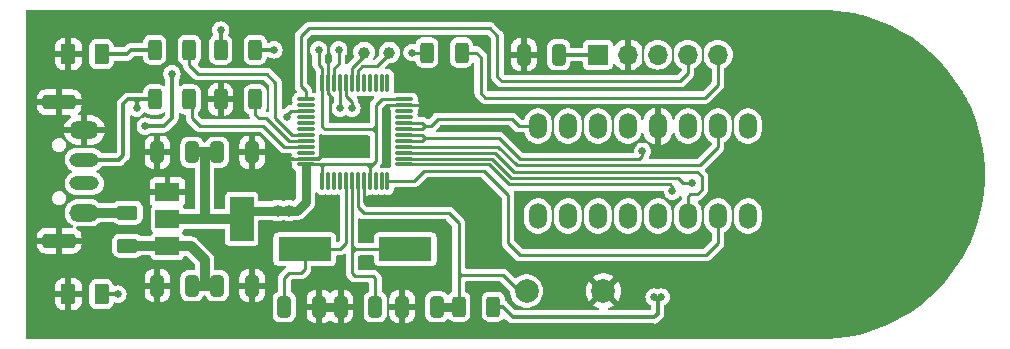
<source format=gbr>
%TF.GenerationSoftware,KiCad,Pcbnew,(7.0.0)*%
%TF.CreationDate,2023-03-02T18:54:12-05:00*%
%TF.ProjectId,STM32_XTW2,53544d33-325f-4585-9457-322e6b696361,rev?*%
%TF.SameCoordinates,Original*%
%TF.FileFunction,Copper,L1,Top*%
%TF.FilePolarity,Positive*%
%FSLAX46Y46*%
G04 Gerber Fmt 4.6, Leading zero omitted, Abs format (unit mm)*
G04 Created by KiCad (PCBNEW (7.0.0)) date 2023-03-02 18:54:12*
%MOMM*%
%LPD*%
G01*
G04 APERTURE LIST*
G04 Aperture macros list*
%AMRoundRect*
0 Rectangle with rounded corners*
0 $1 Rounding radius*
0 $2 $3 $4 $5 $6 $7 $8 $9 X,Y pos of 4 corners*
0 Add a 4 corners polygon primitive as box body*
4,1,4,$2,$3,$4,$5,$6,$7,$8,$9,$2,$3,0*
0 Add four circle primitives for the rounded corners*
1,1,$1+$1,$2,$3*
1,1,$1+$1,$4,$5*
1,1,$1+$1,$6,$7*
1,1,$1+$1,$8,$9*
0 Add four rect primitives between the rounded corners*
20,1,$1+$1,$2,$3,$4,$5,0*
20,1,$1+$1,$4,$5,$6,$7,0*
20,1,$1+$1,$6,$7,$8,$9,0*
20,1,$1+$1,$8,$9,$2,$3,0*%
G04 Aperture macros list end*
%TA.AperFunction,SMDPad,CuDef*%
%ADD10RoundRect,0.250000X0.325000X0.650000X-0.325000X0.650000X-0.325000X-0.650000X0.325000X-0.650000X0*%
%TD*%
%TA.AperFunction,SMDPad,CuDef*%
%ADD11RoundRect,0.250000X-0.325000X-0.650000X0.325000X-0.650000X0.325000X0.650000X-0.325000X0.650000X0*%
%TD*%
%TA.AperFunction,SMDPad,CuDef*%
%ADD12C,1.000000*%
%TD*%
%TA.AperFunction,SMDPad,CuDef*%
%ADD13RoundRect,0.250000X-0.375000X-0.625000X0.375000X-0.625000X0.375000X0.625000X-0.375000X0.625000X0*%
%TD*%
%TA.AperFunction,SMDPad,CuDef*%
%ADD14R,4.500000X2.000000*%
%TD*%
%TA.AperFunction,SMDPad,CuDef*%
%ADD15RoundRect,0.250000X-0.625000X0.375000X-0.625000X-0.375000X0.625000X-0.375000X0.625000X0.375000X0*%
%TD*%
%TA.AperFunction,SMDPad,CuDef*%
%ADD16RoundRect,0.250000X-0.312500X-0.625000X0.312500X-0.625000X0.312500X0.625000X-0.312500X0.625000X0*%
%TD*%
%TA.AperFunction,SMDPad,CuDef*%
%ADD17R,2.000000X1.500000*%
%TD*%
%TA.AperFunction,SMDPad,CuDef*%
%ADD18R,2.000000X3.800000*%
%TD*%
%TA.AperFunction,ComponentPad*%
%ADD19O,1.501140X2.199640*%
%TD*%
%TA.AperFunction,ComponentPad*%
%ADD20C,2.000000*%
%TD*%
%TA.AperFunction,SMDPad,CuDef*%
%ADD21RoundRect,0.075000X0.075000X-0.662500X0.075000X0.662500X-0.075000X0.662500X-0.075000X-0.662500X0*%
%TD*%
%TA.AperFunction,SMDPad,CuDef*%
%ADD22RoundRect,0.075000X0.662500X-0.075000X0.662500X0.075000X-0.662500X0.075000X-0.662500X-0.075000X0*%
%TD*%
%TA.AperFunction,SMDPad,CuDef*%
%ADD23RoundRect,0.250000X0.312500X0.625000X-0.312500X0.625000X-0.312500X-0.625000X0.312500X-0.625000X0*%
%TD*%
%TA.AperFunction,ComponentPad*%
%ADD24R,1.700000X1.700000*%
%TD*%
%TA.AperFunction,ComponentPad*%
%ADD25O,1.700000X1.700000*%
%TD*%
%TA.AperFunction,ComponentPad*%
%ADD26O,2.500000X1.500000*%
%TD*%
%TA.AperFunction,ComponentPad*%
%ADD27O,2.500000X1.200000*%
%TD*%
%TA.AperFunction,ComponentPad*%
%ADD28RoundRect,0.300000X-1.100000X0.300000X-1.100000X-0.300000X1.100000X-0.300000X1.100000X0.300000X0*%
%TD*%
%TA.AperFunction,ViaPad*%
%ADD29C,0.650240*%
%TD*%
%TA.AperFunction,ViaPad*%
%ADD30C,1.000000*%
%TD*%
%TA.AperFunction,Conductor*%
%ADD31C,0.304800*%
%TD*%
%TA.AperFunction,Conductor*%
%ADD32C,0.812800*%
%TD*%
%TA.AperFunction,Conductor*%
%ADD33C,0.254000*%
%TD*%
%TA.AperFunction,Conductor*%
%ADD34C,0.203200*%
%TD*%
%TA.AperFunction,Conductor*%
%ADD35C,0.762000*%
%TD*%
G04 APERTURE END LIST*
D10*
%TO.P,C8,1*%
%TO.N,+3.3V*%
X172186600Y-80060800D03*
%TO.P,C8,2*%
%TO.N,GND*%
X169236600Y-80060800D03*
%TD*%
%TO.P,C4,1*%
%TO.N,+3.3V*%
X141150000Y-88314500D03*
%TO.P,C4,2*%
%TO.N,GND*%
X138200000Y-88314500D03*
%TD*%
D11*
%TO.P,C1,1*%
%TO.N,Net-(U1-PD0)*%
X148965000Y-101396800D03*
%TO.P,C1,2*%
%TO.N,GND*%
X151915000Y-101396800D03*
%TD*%
D12*
%TO.P,TP1,1,1*%
%TO.N,Net-(U1-PA9)*%
X157861000Y-79883000D03*
%TD*%
D11*
%TO.P,C7,1*%
%TO.N,+5V*%
X143280000Y-99617500D03*
%TO.P,C7,2*%
%TO.N,GND*%
X146230000Y-99617500D03*
%TD*%
D13*
%TO.P,D2,1,K*%
%TO.N,GND*%
X130680000Y-80010000D03*
%TO.P,D2,2,A*%
%TO.N,Net-(D2-A)*%
X133480000Y-80010000D03*
%TD*%
D14*
%TO.P,Y1,1,1*%
%TO.N,Net-(U1-PD1)*%
X159189999Y-96519999D03*
%TO.P,Y1,2,2*%
%TO.N,Net-(U1-PD0)*%
X150689999Y-96519999D03*
%TD*%
D15*
%TO.P,F1,1*%
%TO.N,unconnected-(F1-Pad1)*%
X135678250Y-93450000D03*
%TO.P,F1,2*%
%TO.N,+5V*%
X135678250Y-96250000D03*
%TD*%
D16*
%TO.P,R3,1*%
%TO.N,USB_P*%
X137971000Y-83845400D03*
%TO.P,R3,2*%
%TO.N,PB8*%
X140896000Y-83845400D03*
%TD*%
%TO.P,R2,1*%
%TO.N,GND*%
X143571500Y-83845400D03*
%TO.P,R2,2*%
%TO.N,Net-(U1-BOOT0)*%
X146496500Y-83845400D03*
%TD*%
D17*
%TO.P,U2,1,GND*%
%TO.N,GND*%
X139064999Y-91665999D03*
%TO.P,U2,2,VO*%
%TO.N,+3.3V*%
X139064999Y-93965999D03*
D18*
X145364999Y-93965999D03*
D17*
%TO.P,U2,3,VI*%
%TO.N,+5V*%
X139064999Y-96265999D03*
%TD*%
D19*
%TO.P,ZIF,1*%
%TO.N,ZIF_1*%
X188203999Y-86105999D03*
%TO.P,ZIF,2*%
%TO.N,ZIF_2*%
X185663999Y-86105999D03*
%TO.P,ZIF,3*%
%TO.N,ZIF_3*%
X183123999Y-86105999D03*
%TO.P,ZIF,4*%
%TO.N,GND*%
X180583999Y-86105999D03*
%TO.P,ZIF,5*%
%TO.N,unconnected-(ZIF1-Pad5)*%
X178043999Y-86105999D03*
%TO.P,ZIF,6*%
%TO.N,unconnected-(ZIF1-Pad6)*%
X175503999Y-86105999D03*
%TO.P,ZIF,7*%
%TO.N,unconnected-(ZIF1-Pad7)*%
X172963999Y-86105999D03*
%TO.P,ZIF,8*%
%TO.N,ZIF_8*%
X170423999Y-86105999D03*
%TO.P,ZIF,9*%
%TO.N,unconnected-(ZIF1-Pad9)*%
X170423999Y-93725999D03*
%TO.P,ZIF,10*%
%TO.N,unconnected-(ZIF1-Pad10)*%
X172963999Y-93725999D03*
%TO.P,ZIF,11*%
%TO.N,unconnected-(ZIF1-Pad11)*%
X175503999Y-93725999D03*
%TO.P,ZIF,12*%
%TO.N,unconnected-(ZIF1-Pad12)*%
X178043999Y-93725999D03*
%TO.P,ZIF,13*%
%TO.N,ZIF_13*%
X180583999Y-93725999D03*
%TO.P,ZIF,14*%
%TO.N,ZIF_14*%
X183123999Y-93725999D03*
%TO.P,ZIF,15*%
%TO.N,ZIF_15*%
X185663999Y-93725999D03*
%TO.P,ZIF,16*%
%TO.N,+3.3V*%
X188203999Y-93725999D03*
%TD*%
D13*
%TO.P,D1,1,K*%
%TO.N,GND*%
X130680000Y-100330000D03*
%TO.P,D1,2,A*%
%TO.N,Net-(D1-A)*%
X133480000Y-100330000D03*
%TD*%
D20*
%TO.P,SW1,1,1*%
%TO.N,Net-(U1-NRST)*%
X169470000Y-100076000D03*
%TO.P,SW1,2,2*%
%TO.N,GND*%
X175970000Y-100076000D03*
%TD*%
D16*
%TO.P,R6,1*%
%TO.N,Net-(U1-PB3)*%
X161036000Y-79883000D03*
%TO.P,R6,2*%
%TO.N,SWO*%
X163961000Y-79883000D03*
%TD*%
D21*
%TO.P,U1,1,VBAT*%
%TO.N,+3.3V*%
X152190000Y-90764500D03*
%TO.P,U1,2,PC13*%
%TO.N,unconnected-(U1-PC13-Pad2)*%
X152690000Y-90764500D03*
%TO.P,U1,3,PC14*%
%TO.N,unconnected-(U1-PC14-Pad3)*%
X153190000Y-90764500D03*
%TO.P,U1,4,PC15*%
%TO.N,unconnected-(U1-PC15-Pad4)*%
X153690000Y-90764500D03*
%TO.P,U1,5,PD0*%
%TO.N,Net-(U1-PD0)*%
X154190000Y-90764500D03*
%TO.P,U1,6,PD1*%
%TO.N,Net-(U1-PD1)*%
X154690000Y-90764500D03*
%TO.P,U1,7,NRST*%
%TO.N,Net-(U1-NRST)*%
X155190000Y-90764500D03*
%TO.P,U1,8,VSSA*%
%TO.N,GND*%
X155690000Y-90764500D03*
%TO.P,U1,9,VDDA*%
%TO.N,+3.3V*%
X156190000Y-90764500D03*
%TO.P,U1,10,PA0*%
%TO.N,unconnected-(U1-PA0-Pad10)*%
X156690000Y-90764500D03*
%TO.P,U1,11,PA1*%
%TO.N,unconnected-(U1-PA1-Pad11)*%
X157190000Y-90764500D03*
%TO.P,U1,12,PA2*%
%TO.N,ZIF_15*%
X157690000Y-90764500D03*
D22*
%TO.P,U1,13,PA3*%
%TO.N,ZIF_3*%
X159102500Y-89352000D03*
%TO.P,U1,14,PA4*%
%TO.N,ZIF_1*%
X159102500Y-88852000D03*
%TO.P,U1,15,PA5*%
%TO.N,ZIF_14*%
X159102500Y-88352000D03*
%TO.P,U1,16,PA6*%
%TO.N,ZIF_2*%
X159102500Y-87852000D03*
%TO.P,U1,17,PA7*%
%TO.N,ZIF_13*%
X159102500Y-87352000D03*
%TO.P,U1,18,PB0*%
X159102500Y-86852000D03*
%TO.P,U1,19,PB1*%
%TO.N,ZIF_8*%
X159102500Y-86352000D03*
%TO.P,U1,20,PB2*%
X159102500Y-85852000D03*
%TO.P,U1,21,PB10*%
%TO.N,unconnected-(U1-PB10-Pad21)*%
X159102500Y-85352000D03*
%TO.P,U1,22,PB11*%
%TO.N,unconnected-(U1-PB11-Pad22)*%
X159102500Y-84852000D03*
%TO.P,U1,23,VSS*%
%TO.N,GND*%
X159102500Y-84352000D03*
%TO.P,U1,24,VDD*%
%TO.N,+3.3V*%
X159102500Y-83852000D03*
D21*
%TO.P,U1,25,PB12*%
%TO.N,unconnected-(U1-PB12-Pad25)*%
X157690000Y-82439500D03*
%TO.P,U1,26,PB13*%
%TO.N,unconnected-(U1-PB13-Pad26)*%
X157190000Y-82439500D03*
%TO.P,U1,27,PB14*%
%TO.N,unconnected-(U1-PB14-Pad27)*%
X156690000Y-82439500D03*
%TO.P,U1,28,PB15*%
%TO.N,unconnected-(U1-PB15-Pad28)*%
X156190000Y-82439500D03*
%TO.P,U1,29,PA8*%
%TO.N,unconnected-(U1-PA8-Pad29)*%
X155690000Y-82439500D03*
%TO.P,U1,30,PA9*%
%TO.N,Net-(U1-PA9)*%
X155190000Y-82439500D03*
%TO.P,U1,31,PA10*%
%TO.N,Net-(U1-PA10)*%
X154690000Y-82439500D03*
%TO.P,U1,32,PA11*%
%TO.N,USB_N*%
X154190000Y-82439500D03*
%TO.P,U1,33,PA12*%
%TO.N,USB_P*%
X153690000Y-82439500D03*
%TO.P,U1,34,PA13*%
%TO.N,/SWDIO*%
X153190000Y-82439500D03*
%TO.P,U1,35,VSS*%
%TO.N,GND*%
X152690000Y-82439500D03*
%TO.P,U1,36,VDD*%
%TO.N,+3.3V*%
X152190000Y-82439500D03*
D22*
%TO.P,U1,37,PA14*%
%TO.N,/SWLCK*%
X150777500Y-83852000D03*
%TO.P,U1,38,PA15*%
%TO.N,unconnected-(U1-PA15-Pad38)*%
X150777500Y-84352000D03*
%TO.P,U1,39,PB3*%
%TO.N,Net-(U1-PB3)*%
X150777500Y-84852000D03*
%TO.P,U1,40,PB4*%
%TO.N,unconnected-(U1-PB4-Pad40)*%
X150777500Y-85352000D03*
%TO.P,U1,41,PB5*%
%TO.N,unconnected-(U1-PB5-Pad41)*%
X150777500Y-85852000D03*
%TO.P,U1,42,PB6*%
%TO.N,unconnected-(U1-PB6-Pad42)*%
X150777500Y-86352000D03*
%TO.P,U1,43,PB7*%
%TO.N,Net-(U1-PB7)*%
X150777500Y-86852000D03*
%TO.P,U1,44,BOOT0*%
%TO.N,Net-(U1-BOOT0)*%
X150777500Y-87352000D03*
%TO.P,U1,45,PB8*%
%TO.N,PB8*%
X150777500Y-87852000D03*
%TO.P,U1,46,PB9*%
%TO.N,unconnected-(U1-PB9-Pad46)*%
X150777500Y-88352000D03*
%TO.P,U1,47,VSS*%
%TO.N,GND*%
X150777500Y-88852000D03*
%TO.P,U1,48,VDD*%
%TO.N,+3.3V*%
X150777500Y-89352000D03*
%TD*%
D23*
%TO.P,R1,1*%
%TO.N,+3.3V*%
X166653400Y-101396800D03*
%TO.P,R1,2*%
%TO.N,Net-(U1-NRST)*%
X163728400Y-101396800D03*
%TD*%
D24*
%TO.P,J2,1,Pin_1*%
%TO.N,+3.3V*%
X175503999Y-80060799D03*
D25*
%TO.P,J2,2,Pin_2*%
%TO.N,GND*%
X178043999Y-80060799D03*
%TO.P,J2,3,Pin_3*%
%TO.N,/SWDIO*%
X180583999Y-80060799D03*
%TO.P,J2,4,Pin_4*%
%TO.N,/SWLCK*%
X183123999Y-80060799D03*
%TO.P,J2,5,Pin_5*%
%TO.N,SWO*%
X185663999Y-80060799D03*
%TD*%
D11*
%TO.P,C5,1*%
%TO.N,+3.3V*%
X143280000Y-88314500D03*
%TO.P,C5,2*%
%TO.N,GND*%
X146230000Y-88314500D03*
%TD*%
D10*
%TO.P,C2,1*%
%TO.N,Net-(U1-PD1)*%
X156669000Y-101396800D03*
%TO.P,C2,2*%
%TO.N,GND*%
X153719000Y-101396800D03*
%TD*%
D12*
%TO.P,TP2,1,1*%
%TO.N,Net-(U1-PA10)*%
X155702000Y-79883000D03*
%TD*%
D10*
%TO.P,C6,1*%
%TO.N,+5V*%
X141150000Y-99617500D03*
%TO.P,C6,2*%
%TO.N,GND*%
X138200000Y-99617500D03*
%TD*%
%TO.P,C3,1*%
%TO.N,Net-(U1-NRST)*%
X161886700Y-101396800D03*
%TO.P,C3,2*%
%TO.N,GND*%
X158936700Y-101396800D03*
%TD*%
D16*
%TO.P,R5,1*%
%TO.N,Net-(D1-A)*%
X143571500Y-79654400D03*
%TO.P,R5,2*%
%TO.N,+3.3V*%
X146496500Y-79654400D03*
%TD*%
D26*
%TO.P,J1,1,VBUS*%
%TO.N,unconnected-(J1-VBUS-Pad1)*%
X132016499Y-93449999D03*
D27*
%TO.P,J1,2,D-*%
%TO.N,USB_N*%
X132016499Y-90949999D03*
%TO.P,J1,3,D+*%
%TO.N,USB_P*%
X132016499Y-88949999D03*
D26*
%TO.P,J1,4,GND*%
%TO.N,GND*%
X132016499Y-86449999D03*
D28*
%TO.P,J1,5,Shield*%
X129886500Y-84100000D03*
X129886500Y-95800000D03*
%TD*%
D16*
%TO.P,R4,1*%
%TO.N,Net-(D2-A)*%
X137983500Y-79654400D03*
%TO.P,R4,2*%
%TO.N,Net-(U1-PB7)*%
X140908500Y-79654400D03*
%TD*%
D29*
%TO.N,GND*%
X184067450Y-103124000D03*
X128270000Y-100457000D03*
X171145202Y-77114400D03*
X205435200Y-83947000D03*
X128270000Y-97790000D03*
X149098000Y-80899000D03*
X161544000Y-91211400D03*
X198374000Y-77927200D03*
X165100000Y-94742000D03*
X170580050Y-103124000D03*
X147828000Y-90297000D03*
X155803600Y-85445599D03*
X206832200Y-88036400D03*
X128270000Y-103124000D03*
X161544000Y-84455000D03*
X146812000Y-97282000D03*
X165100000Y-97028000D03*
X157605000Y-88188800D03*
X144221200Y-103124000D03*
X191304328Y-77216000D03*
X155194000Y-88188800D03*
X174023868Y-77114400D03*
X162433000Y-91211400D03*
X147828000Y-89535000D03*
X140233400Y-103124000D03*
X145288000Y-97282000D03*
X128270000Y-77216000D03*
X179781200Y-77114400D03*
X157605000Y-85064600D03*
X132651500Y-77216000D03*
X153670000Y-88188800D03*
X128270000Y-82042000D03*
X176902534Y-77114400D03*
X168266536Y-77114400D03*
X194183000Y-77216000D03*
X146050000Y-97282000D03*
X180695600Y-103124000D03*
X155803600Y-84683601D03*
X161544000Y-83693000D03*
X165100000Y-95885000D03*
X188425662Y-77216000D03*
X190811150Y-103124000D03*
X147447000Y-77216000D03*
X149352000Y-77216000D03*
X202184000Y-80086200D03*
X148209000Y-103124000D03*
X182668330Y-77216000D03*
X136245600Y-103124000D03*
X148590000Y-89535000D03*
X177323750Y-103124000D03*
X167208200Y-103124000D03*
X205435200Y-96393000D03*
X185546996Y-77216000D03*
X187439300Y-103124000D03*
X149098000Y-81661000D03*
X194183000Y-103124000D03*
X161544000Y-92100400D03*
X148590000Y-90297000D03*
X206857600Y-91897200D03*
X157605000Y-86626700D03*
X162433000Y-84455000D03*
X162433000Y-83693000D03*
X152908000Y-88188800D03*
X198374000Y-102362000D03*
X137033000Y-77216000D03*
X132257800Y-103124000D03*
X154432000Y-88188800D03*
X162433000Y-92100400D03*
X202184000Y-100228400D03*
X173951900Y-103124000D03*
X128270000Y-79629000D03*
%TO.N,+3.3V*%
X148082000Y-79654400D03*
X151866600Y-79654400D03*
D30*
X148386800Y-93267500D03*
D29*
X180263800Y-100584000D03*
D30*
X149352000Y-93267500D03*
D29*
X180873400Y-100584000D03*
%TO.N,Net-(D1-A)*%
X137185400Y-86106000D03*
X143571500Y-77978000D03*
X134874000Y-100330000D03*
X139446000Y-81686400D03*
%TO.N,USB_N*%
X154686000Y-84602000D03*
%TO.N,USB_P*%
X136448800Y-84582000D03*
X153690000Y-84602000D03*
%TO.N,/SWDIO*%
X153568400Y-79654400D03*
%TO.N,ZIF_3*%
X181813200Y-91617800D03*
%TO.N,ZIF_1*%
X183438800Y-90906599D03*
%TO.N,ZIF_13*%
X179273200Y-88239600D03*
%TO.N,Net-(U1-PB3)*%
X159766000Y-79883000D03*
X149199600Y-85352000D03*
%TD*%
D31*
%TO.N,+3.3V*%
X172186600Y-80060800D02*
X175504000Y-80060800D01*
D32*
%TO.N,*%
X132016500Y-93450000D02*
X135678250Y-93450000D01*
D33*
%TO.N,Net-(U1-PD0)*%
X150368000Y-98552000D02*
X149352000Y-98552000D01*
X148965000Y-101396800D02*
X148965000Y-98939000D01*
X153670000Y-96520000D02*
X150690000Y-96520000D01*
X150690000Y-96520000D02*
X150690000Y-98230000D01*
X154190000Y-90522500D02*
X154190000Y-96000000D01*
X148965000Y-98939000D02*
X149352000Y-98552000D01*
X150690000Y-98230000D02*
X150368000Y-98552000D01*
X154190000Y-96000000D02*
X153670000Y-96520000D01*
D34*
%TO.N,GND*%
X184393999Y-79070200D02*
X184393999Y-81051400D01*
D33*
X160983800Y-84352000D02*
X160985200Y-84353400D01*
D31*
X150777500Y-88852000D02*
X151863800Y-88852000D01*
D33*
X159102500Y-84352000D02*
X157633800Y-84352000D01*
X155690000Y-92520200D02*
X155981400Y-92811600D01*
X152690000Y-83348000D02*
X152857200Y-83515200D01*
X152690000Y-83348000D02*
X153035000Y-83693000D01*
X155690000Y-90522500D02*
X155718500Y-90551000D01*
X152690000Y-82439500D02*
X152690000Y-83348000D01*
X159102500Y-84352000D02*
X160983800Y-84352000D01*
X150806000Y-88852000D02*
X149217500Y-88852000D01*
X155690000Y-90522500D02*
X155690000Y-92520200D01*
D34*
X179313999Y-79070200D02*
X179313999Y-81051400D01*
D33*
X157633800Y-84352000D02*
X157378400Y-84607400D01*
D31*
X151863800Y-88852000D02*
X152044400Y-88671400D01*
D34*
X181853999Y-79070200D02*
X181853999Y-81051400D01*
D31*
X152400000Y-88671400D02*
X152044400Y-88671400D01*
D33*
X152857200Y-83515200D02*
X152857200Y-83921600D01*
X153035000Y-83693000D02*
X153035000Y-83921600D01*
D35*
X151915000Y-101396800D02*
X153719000Y-101396800D01*
D31*
X152044400Y-88671400D02*
X152044400Y-86944200D01*
D33*
X152690000Y-82439500D02*
X152690000Y-80579400D01*
%TO.N,Net-(U1-PD1)*%
X154690000Y-90522500D02*
X154690000Y-96016000D01*
X156464000Y-98806000D02*
X154940000Y-98806000D01*
X154690000Y-98556000D02*
X154690000Y-96016000D01*
X154690000Y-96770000D02*
X154940000Y-96520000D01*
X154940000Y-96520000D02*
X155194000Y-96520000D01*
X155194000Y-96520000D02*
X159190000Y-96520000D01*
X154940000Y-98806000D02*
X154690000Y-98556000D01*
X154690000Y-96016000D02*
X154690000Y-96270000D01*
X154690000Y-97024000D02*
X154690000Y-96770000D01*
X154690000Y-96270000D02*
X154940000Y-96520000D01*
X156669000Y-99011000D02*
X156464000Y-98806000D01*
X156669000Y-101396800D02*
X156669000Y-99011000D01*
%TO.N,Net-(U1-NRST)*%
X163728400Y-98526600D02*
X163728400Y-94335600D01*
D35*
X161886700Y-101396800D02*
X163713700Y-101396800D01*
D33*
X163906200Y-98704400D02*
X163728400Y-98882200D01*
X155702000Y-93472000D02*
X155190000Y-92960000D01*
X163906200Y-98704400D02*
X163728400Y-98526600D01*
X163728400Y-101382100D02*
X163728400Y-98526600D01*
X169470000Y-100076000D02*
X168808400Y-100076000D01*
X162864800Y-93472000D02*
X162306000Y-93472000D01*
X167436800Y-98704400D02*
X163906200Y-98704400D01*
X163728400Y-94335600D02*
X162864800Y-93472000D01*
X163713700Y-101396800D02*
X163728400Y-101382100D01*
X162306000Y-93472000D02*
X155702000Y-93472000D01*
X168808400Y-100076000D02*
X167436800Y-98704400D01*
X155190000Y-92960000D02*
X155190000Y-90522500D01*
D32*
%TO.N,+5V*%
X142215000Y-97458500D02*
X142215000Y-99617500D01*
X135678250Y-96250000D02*
X139049000Y-96250000D01*
X141022500Y-96266000D02*
X142215000Y-97458500D01*
X142215000Y-99617500D02*
X141150000Y-99617500D01*
X143280000Y-99617500D02*
X142215000Y-99617500D01*
X139049000Y-96250000D02*
X139065000Y-96266000D01*
X139065000Y-96266000D02*
X141022500Y-96266000D01*
D31*
%TO.N,+3.3V*%
X168300400Y-102260400D02*
X180289200Y-102260400D01*
D33*
X152190000Y-82439500D02*
X152190000Y-81222400D01*
D31*
X167436800Y-101396800D02*
X168300400Y-102260400D01*
D35*
X150777500Y-89611200D02*
X150777500Y-92554500D01*
D33*
X157194000Y-83852000D02*
X159102500Y-83852000D01*
D32*
X145365000Y-93966000D02*
X146063500Y-93267500D01*
D33*
X156718000Y-89058000D02*
X156718000Y-84328000D01*
X152190000Y-90522500D02*
X152190000Y-89523000D01*
D35*
X146063500Y-93267500D02*
X148388100Y-93267500D01*
D32*
X142215000Y-88314500D02*
X142215000Y-93966000D01*
X142215000Y-93966000D02*
X145365000Y-93966000D01*
D35*
X150064500Y-93267500D02*
X148386800Y-93267500D01*
D33*
X156464000Y-86360000D02*
X156718000Y-86614000D01*
X152190000Y-82439500D02*
X152190000Y-86150000D01*
X151810600Y-89352000D02*
X155194000Y-89352000D01*
X152190000Y-89523000D02*
X152019000Y-89352000D01*
X156190000Y-90764500D02*
X156190000Y-89586000D01*
X152190000Y-81222400D02*
X151866600Y-80899000D01*
X151866600Y-80899000D02*
X151866600Y-79654400D01*
D31*
X166653400Y-101396800D02*
X167436800Y-101396800D01*
X180568600Y-100888800D02*
X180263800Y-100584000D01*
D33*
X152019000Y-89352000D02*
X151810600Y-89352000D01*
D31*
X180568600Y-101981000D02*
X180568600Y-100888800D01*
X148082000Y-79654400D02*
X146496500Y-79654400D01*
D33*
X156190000Y-89586000D02*
X156718000Y-89058000D01*
D35*
X150777500Y-92554500D02*
X150064500Y-93267500D01*
D33*
X155194000Y-89352000D02*
X155250000Y-89352000D01*
D31*
X180289200Y-102260400D02*
X180568600Y-101981000D01*
D33*
X152400000Y-86360000D02*
X156464000Y-86360000D01*
D32*
X141150000Y-88314500D02*
X142215000Y-88314500D01*
D33*
X156190000Y-89586000D02*
X155956000Y-89352000D01*
D31*
X180568600Y-100888800D02*
X180873400Y-100584000D01*
D33*
X152190000Y-86150000D02*
X152400000Y-86360000D01*
X152190000Y-89523000D02*
X152361000Y-89352000D01*
X156424000Y-89352000D02*
X155194000Y-89352000D01*
D32*
X142215000Y-88314500D02*
X143280000Y-88314500D01*
D33*
X156190000Y-89586000D02*
X156424000Y-89352000D01*
X156718000Y-84328000D02*
X157194000Y-83852000D01*
X151810600Y-89352000D02*
X150777500Y-89352000D01*
X156464000Y-86360000D02*
X156718000Y-86106000D01*
D32*
X139065000Y-93966000D02*
X142215000Y-93966000D01*
D31*
%TO.N,Net-(D1-A)*%
X139446000Y-85394800D02*
X139446000Y-81686400D01*
X137185400Y-86106000D02*
X138734800Y-86106000D01*
X134874000Y-100330000D02*
X133480000Y-100330000D01*
X138734800Y-86106000D02*
X139446000Y-85394800D01*
X143571500Y-77978000D02*
X143571500Y-78994000D01*
%TO.N,Net-(D2-A)*%
X135636000Y-80010000D02*
X136017000Y-79629000D01*
X133480000Y-80010000D02*
X135636000Y-80010000D01*
X136017000Y-79629000D02*
X137958100Y-79629000D01*
D33*
%TO.N,USB_N*%
X154190000Y-83578000D02*
X154190000Y-82439500D01*
X154686000Y-84074000D02*
X154190000Y-83578000D01*
X154686000Y-84632800D02*
X154686000Y-84074000D01*
D31*
%TO.N,USB_P*%
X132016500Y-88950000D02*
X134951000Y-88950000D01*
D33*
X153690000Y-82439500D02*
X153690000Y-84632800D01*
D31*
X135331200Y-84251800D02*
X135737600Y-83845400D01*
X136245600Y-83845400D02*
X137971000Y-83845400D01*
X135331200Y-88569800D02*
X135331200Y-84251800D01*
X136448800Y-84048600D02*
X136652000Y-83845400D01*
X134951000Y-88950000D02*
X135331200Y-88569800D01*
X136448800Y-84048600D02*
X136245600Y-83845400D01*
X135737600Y-83845400D02*
X136245600Y-83845400D01*
X136448800Y-84582000D02*
X136448800Y-84048600D01*
D33*
%TO.N,/SWDIO*%
X153568400Y-80822800D02*
X153568400Y-79654400D01*
X153190000Y-81201200D02*
X153568400Y-80822800D01*
X153190000Y-82197500D02*
X153190000Y-81201200D01*
%TO.N,/SWLCK*%
X183124000Y-81645600D02*
X183124000Y-80000000D01*
X166344600Y-77825600D02*
X167005000Y-78486000D01*
X150368000Y-78511400D02*
X151053800Y-77825600D01*
X182473600Y-82296000D02*
X183124000Y-81645600D01*
X167386000Y-82296000D02*
X182473600Y-82296000D01*
X167005000Y-78486000D02*
X167005000Y-81915000D01*
X150777500Y-83162700D02*
X150368000Y-82753200D01*
X150777500Y-83852000D02*
X150777500Y-83162700D01*
X150368000Y-82753200D02*
X150368000Y-78511400D01*
X151053800Y-77825600D02*
X166344600Y-77825600D01*
X167005000Y-81915000D02*
X167386000Y-82296000D01*
%TO.N,Net-(U1-BOOT0)*%
X146496500Y-85130100D02*
X146496500Y-83464400D01*
X150777500Y-87352000D02*
X149315300Y-87352000D01*
X147408900Y-85445600D02*
X146812000Y-85445600D01*
X146812000Y-85445600D02*
X146496500Y-85130100D01*
X149315300Y-87352000D02*
X147408900Y-85445600D01*
%TO.N,PB8*%
X148939000Y-87852000D02*
X147167600Y-86080600D01*
X141150000Y-85422400D02*
X141150000Y-83464400D01*
X150777500Y-87852000D02*
X148939000Y-87852000D01*
X147167600Y-86080600D02*
X141808200Y-86080600D01*
X141808200Y-86080600D02*
X141150000Y-85422400D01*
%TO.N,Net-(U1-PB7)*%
X148209000Y-85420200D02*
X148209000Y-82423000D01*
X149640800Y-86852000D02*
X148209000Y-85420200D01*
X148209000Y-82423000D02*
X147472400Y-81686400D01*
X141630401Y-81686400D02*
X140908500Y-80964499D01*
X147472400Y-81686400D02*
X141630401Y-81686400D01*
X140908500Y-80964499D02*
X140908500Y-79908400D01*
X150777500Y-86852000D02*
X149640800Y-86852000D01*
%TO.N,ZIF_15*%
X168910000Y-97028000D02*
X184658000Y-97028000D01*
X185664000Y-96002000D02*
X185664000Y-93726000D01*
X184658000Y-97028000D02*
X185674000Y-96012000D01*
X160782000Y-89916000D02*
X165862000Y-89916000D01*
X157690000Y-90764500D02*
X159933500Y-90764500D01*
X185674000Y-96012000D02*
X185664000Y-96002000D01*
X159933500Y-90764500D02*
X160782000Y-89916000D01*
X165862000Y-89916000D02*
X167894000Y-91948000D01*
X167894000Y-91948000D02*
X167894000Y-96012000D01*
X167894000Y-96012000D02*
X168910000Y-97028000D01*
%TO.N,ZIF_3*%
X181813200Y-91617800D02*
X181813200Y-91236800D01*
X166288600Y-89352000D02*
X159102500Y-89352000D01*
X181610000Y-91033600D02*
X167970200Y-91033600D01*
X181813200Y-91236800D02*
X181610000Y-91033600D01*
X167970200Y-91033600D02*
X166288600Y-89352000D01*
%TO.N,ZIF_1*%
X183438800Y-90906599D02*
X182676800Y-90906599D01*
X166499801Y-88852000D02*
X159102500Y-88852000D01*
X182270400Y-90500199D02*
X168148000Y-90500199D01*
X182676800Y-90906599D02*
X182270400Y-90500199D01*
X168148000Y-90500199D02*
X166499801Y-88852000D01*
%TO.N,ZIF_14*%
X183124000Y-93726000D02*
X183124000Y-92110400D01*
X183124000Y-92110400D02*
X183337200Y-91897200D01*
X183896000Y-89966799D02*
X168402000Y-89966799D01*
X183337200Y-91897200D02*
X183896000Y-91897200D01*
X166787201Y-88352000D02*
X159102500Y-88352000D01*
X168402000Y-89966799D02*
X166787201Y-88352000D01*
X183896000Y-91897200D02*
X184302400Y-91490800D01*
X184302400Y-90373199D02*
X183896000Y-89966799D01*
X184302400Y-91490800D02*
X184302400Y-90373199D01*
%TO.N,ZIF_2*%
X168656000Y-89427049D02*
X167080951Y-87852000D01*
X168656000Y-89433399D02*
X184140000Y-89433399D01*
X184140000Y-89433399D02*
X185664000Y-87909399D01*
X168656000Y-89433399D02*
X168656000Y-89427049D01*
X185664000Y-87909399D02*
X185664000Y-86106000D01*
X159102500Y-87852000D02*
X167080951Y-87852000D01*
%TO.N,ZIF_13*%
X179273200Y-88239600D02*
X179273200Y-88620600D01*
X160603725Y-87356000D02*
X160855375Y-87104350D01*
X167114351Y-87104350D02*
X160855375Y-87104350D01*
X179273200Y-88620600D02*
X178993801Y-88899999D01*
X178993801Y-88899999D02*
X168910000Y-88899999D01*
X160855375Y-87104350D02*
X160607025Y-86856000D01*
X168910000Y-88899999D02*
X167114351Y-87104350D01*
X158763125Y-87356000D02*
X160603725Y-87356000D01*
X160607025Y-86856000D02*
X158763125Y-86856000D01*
%TO.N,ZIF_8*%
X168198800Y-85496400D02*
X161939113Y-85496400D01*
X160603725Y-86352000D02*
X160855375Y-86100350D01*
X158763125Y-86352000D02*
X160603725Y-86352000D01*
X161335163Y-86100350D02*
X161939113Y-85496400D01*
X160855375Y-86100350D02*
X161335163Y-86100350D01*
X160855375Y-86100350D02*
X160607025Y-85852000D01*
X168808400Y-86106000D02*
X168198800Y-85496400D01*
X170424000Y-86106000D02*
X168808400Y-86106000D01*
X160607025Y-85852000D02*
X158763125Y-85852000D01*
%TO.N,SWO*%
X165227000Y-79883000D02*
X165582600Y-80238600D01*
X165582600Y-83299300D02*
X165976300Y-83693000D01*
X165976300Y-83693000D02*
X184581800Y-83693000D01*
X165582600Y-80238600D02*
X165582600Y-83299300D01*
X184581800Y-83693000D02*
X185664000Y-82610800D01*
X164149500Y-79883000D02*
X165227000Y-79883000D01*
X185664000Y-82610800D02*
X185664000Y-80000000D01*
%TO.N,Net-(U1-PB3)*%
X149488400Y-84852000D02*
X149199600Y-85140800D01*
X149199600Y-85140800D02*
X149199600Y-85352000D01*
X161224500Y-79883000D02*
X159766000Y-79883000D01*
X150777500Y-84852000D02*
X149488400Y-84852000D01*
%TO.N,Net-(U1-PA9)*%
X157861000Y-80010000D02*
X157861000Y-79883000D01*
X155190000Y-81411000D02*
X155575000Y-81026000D01*
X155190000Y-82439500D02*
X155190000Y-81411000D01*
X155575000Y-81026000D02*
X156845000Y-81026000D01*
X156845000Y-81026000D02*
X157861000Y-80010000D01*
%TO.N,Net-(U1-PA10)*%
X154690000Y-82439500D02*
X154690000Y-81149000D01*
X155702000Y-80137000D02*
X155702000Y-79883000D01*
X154690000Y-81149000D02*
X155702000Y-80137000D01*
%TD*%
%TA.AperFunction,Conductor*%
%TO.N,GND*%
G36*
X157812856Y-84397267D02*
G01*
X157848811Y-84428798D01*
X157866143Y-84473369D01*
X157878939Y-84570566D01*
X157882323Y-84583197D01*
X157935214Y-84710888D01*
X157944622Y-84727183D01*
X157958100Y-84777482D01*
X157958100Y-84970393D01*
X157958100Y-84970411D01*
X157958101Y-84973088D01*
X157958387Y-84975751D01*
X157958388Y-84975764D01*
X157963598Y-85024235D01*
X157963599Y-85024241D01*
X157964271Y-85030488D01*
X157966468Y-85036378D01*
X157966470Y-85036385D01*
X157977830Y-85066843D01*
X157984173Y-85101997D01*
X157977831Y-85137151D01*
X157966471Y-85167610D01*
X157966468Y-85167619D01*
X157964271Y-85173512D01*
X157963598Y-85179762D01*
X157963598Y-85179767D01*
X157958387Y-85228237D01*
X157958100Y-85230911D01*
X157958100Y-85233602D01*
X157958100Y-85233603D01*
X157958100Y-85470393D01*
X157958100Y-85470411D01*
X157958101Y-85473088D01*
X157958387Y-85475751D01*
X157958388Y-85475764D01*
X157963598Y-85524232D01*
X157963598Y-85524236D01*
X157964271Y-85530488D01*
X157977832Y-85566849D01*
X157984174Y-85602000D01*
X157977832Y-85637150D01*
X157964271Y-85673512D01*
X157963598Y-85679766D01*
X157963598Y-85679769D01*
X157958682Y-85725500D01*
X157958100Y-85730911D01*
X157958100Y-85733602D01*
X157958100Y-85733603D01*
X157958100Y-85970393D01*
X157958100Y-85970411D01*
X157958101Y-85973088D01*
X157958387Y-85975751D01*
X157958388Y-85975764D01*
X157963598Y-86024232D01*
X157963598Y-86024236D01*
X157964271Y-86030488D01*
X157977832Y-86066849D01*
X157984174Y-86102000D01*
X157977832Y-86137150D01*
X157964271Y-86173512D01*
X157963598Y-86179766D01*
X157963598Y-86179769D01*
X157963013Y-86185216D01*
X157958100Y-86230911D01*
X157958100Y-86233602D01*
X157958100Y-86233603D01*
X157958100Y-86470393D01*
X157958100Y-86470411D01*
X157958101Y-86473088D01*
X157958387Y-86475751D01*
X157958388Y-86475764D01*
X157963598Y-86524232D01*
X157963598Y-86524236D01*
X157964271Y-86530488D01*
X157977832Y-86566849D01*
X157984174Y-86602000D01*
X157977832Y-86637150D01*
X157964271Y-86673512D01*
X157963598Y-86679766D01*
X157963598Y-86679769D01*
X157959834Y-86714783D01*
X157958100Y-86730911D01*
X157958100Y-86733602D01*
X157958100Y-86733603D01*
X157958100Y-86970393D01*
X157958100Y-86970411D01*
X157958101Y-86973088D01*
X157958387Y-86975751D01*
X157958388Y-86975764D01*
X157963598Y-87024232D01*
X157963599Y-87024235D01*
X157964271Y-87030488D01*
X157977832Y-87066849D01*
X157984174Y-87102000D01*
X157977832Y-87137150D01*
X157964271Y-87173512D01*
X157963598Y-87179766D01*
X157963598Y-87179769D01*
X157958388Y-87228235D01*
X157958100Y-87230911D01*
X157958100Y-87233602D01*
X157958100Y-87233603D01*
X157958100Y-87470393D01*
X157958100Y-87470411D01*
X157958101Y-87473088D01*
X157958387Y-87475751D01*
X157958388Y-87475764D01*
X157963598Y-87524232D01*
X157963599Y-87524235D01*
X157964271Y-87530488D01*
X157977832Y-87566849D01*
X157984174Y-87602000D01*
X157977832Y-87637150D01*
X157964271Y-87673512D01*
X157963598Y-87679766D01*
X157963598Y-87679769D01*
X157958388Y-87728235D01*
X157958100Y-87730911D01*
X157958100Y-87733602D01*
X157958100Y-87733603D01*
X157958100Y-87970393D01*
X157958100Y-87970411D01*
X157958101Y-87973088D01*
X157958387Y-87975751D01*
X157958388Y-87975764D01*
X157963598Y-88024232D01*
X157963599Y-88024235D01*
X157964271Y-88030488D01*
X157977832Y-88066849D01*
X157984174Y-88102000D01*
X157977832Y-88137150D01*
X157964271Y-88173512D01*
X157963598Y-88179766D01*
X157963598Y-88179769D01*
X157958388Y-88228235D01*
X157958100Y-88230911D01*
X157958100Y-88233602D01*
X157958100Y-88233603D01*
X157958100Y-88470393D01*
X157958100Y-88470411D01*
X157958101Y-88473088D01*
X157958387Y-88475751D01*
X157958388Y-88475764D01*
X157963598Y-88524232D01*
X157963598Y-88524236D01*
X157964271Y-88530488D01*
X157977832Y-88566849D01*
X157984174Y-88602000D01*
X157977832Y-88637150D01*
X157964271Y-88673512D01*
X157963598Y-88679766D01*
X157963598Y-88679769D01*
X157959542Y-88717500D01*
X157958100Y-88730911D01*
X157958100Y-88733602D01*
X157958100Y-88733603D01*
X157958100Y-88970393D01*
X157958100Y-88970411D01*
X157958101Y-88973088D01*
X157958387Y-88975751D01*
X157958388Y-88975764D01*
X157963598Y-89024232D01*
X157963598Y-89024236D01*
X157964271Y-89030488D01*
X157977832Y-89066849D01*
X157984174Y-89102000D01*
X157977832Y-89137150D01*
X157964271Y-89173512D01*
X157963598Y-89179766D01*
X157963598Y-89179769D01*
X157958501Y-89227183D01*
X157958100Y-89230911D01*
X157958100Y-89233602D01*
X157958100Y-89233603D01*
X157958100Y-89470393D01*
X157958100Y-89470411D01*
X157958101Y-89473088D01*
X157958387Y-89475750D01*
X157958388Y-89475766D01*
X157962465Y-89513689D01*
X157951303Y-89571599D01*
X157909600Y-89613302D01*
X157851689Y-89624464D01*
X157813767Y-89620387D01*
X157813750Y-89620386D01*
X157811089Y-89620100D01*
X157808396Y-89620100D01*
X157571606Y-89620100D01*
X157571587Y-89620100D01*
X157568912Y-89620101D01*
X157566249Y-89620387D01*
X157566235Y-89620388D01*
X157517767Y-89625598D01*
X157517762Y-89625599D01*
X157511512Y-89626271D01*
X157505622Y-89628467D01*
X157505621Y-89628468D01*
X157500258Y-89630468D01*
X157475150Y-89639832D01*
X157440000Y-89646174D01*
X157404849Y-89639832D01*
X157368488Y-89626271D01*
X157362231Y-89625598D01*
X157362230Y-89625598D01*
X157313762Y-89620387D01*
X157313755Y-89620386D01*
X157311089Y-89620100D01*
X157308396Y-89620100D01*
X157153816Y-89620100D01*
X157097926Y-89603146D01*
X157060874Y-89557998D01*
X157055149Y-89499874D01*
X157082679Y-89448367D01*
X157087875Y-89443171D01*
X157090285Y-89440842D01*
X157136046Y-89398106D01*
X157157274Y-89363196D01*
X157163070Y-89354681D01*
X157174444Y-89339682D01*
X157187755Y-89322130D01*
X157194754Y-89304378D01*
X157202383Y-89289018D01*
X157212304Y-89272706D01*
X157223331Y-89233344D01*
X157226605Y-89223610D01*
X157241597Y-89185597D01*
X157243549Y-89166606D01*
X157246753Y-89149751D01*
X157251900Y-89131383D01*
X157251900Y-89090539D01*
X157252427Y-89080251D01*
X157253171Y-89073010D01*
X157256606Y-89039601D01*
X157253363Y-89020792D01*
X157251900Y-89003699D01*
X157251900Y-86624829D01*
X157251959Y-86621395D01*
X157253123Y-86587317D01*
X157254094Y-86558888D01*
X157252464Y-86552203D01*
X157252427Y-86551834D01*
X157251900Y-86541549D01*
X157251900Y-86138540D01*
X157252427Y-86128252D01*
X157254137Y-86111618D01*
X157256606Y-86087601D01*
X157253362Y-86068792D01*
X157251900Y-86051699D01*
X157251900Y-84590819D01*
X157259558Y-84552321D01*
X157281365Y-84519684D01*
X157385683Y-84415365D01*
X157418320Y-84393558D01*
X157456818Y-84385900D01*
X157766404Y-84385900D01*
X157812856Y-84397267D01*
G37*
%TD.AperFunction*%
%TA.AperFunction,Conductor*%
G36*
X152074769Y-86787092D02*
G01*
X152094798Y-86799272D01*
X152103309Y-86805063D01*
X152135870Y-86829755D01*
X152153619Y-86836754D01*
X152168981Y-86844383D01*
X152185294Y-86854304D01*
X152224653Y-86865330D01*
X152234383Y-86868603D01*
X152272403Y-86883597D01*
X152291388Y-86885548D01*
X152308243Y-86888752D01*
X152319992Y-86892044D01*
X152319993Y-86892044D01*
X152326617Y-86893900D01*
X152367461Y-86893900D01*
X152377749Y-86894427D01*
X152418399Y-86898606D01*
X152437207Y-86895363D01*
X152454301Y-86893900D01*
X156083500Y-86893900D01*
X156133800Y-86907378D01*
X156170622Y-86944200D01*
X156184100Y-86994500D01*
X156184100Y-88717500D01*
X156170622Y-88767800D01*
X156133800Y-88804622D01*
X156083500Y-88818100D01*
X155988539Y-88818100D01*
X155978251Y-88817573D01*
X155944442Y-88814097D01*
X155944439Y-88814097D01*
X155937601Y-88813394D01*
X155930828Y-88814561D01*
X155930821Y-88814562D01*
X155918792Y-88816637D01*
X155901699Y-88818100D01*
X155267383Y-88818100D01*
X152371847Y-88818100D01*
X152368412Y-88818041D01*
X152312767Y-88816140D01*
X152305888Y-88815905D01*
X152299202Y-88817534D01*
X152298825Y-88817573D01*
X152288540Y-88818100D01*
X152113596Y-88818100D01*
X152067144Y-88806733D01*
X152031189Y-88775202D01*
X152013857Y-88730631D01*
X152001060Y-88633433D01*
X151997676Y-88620802D01*
X151944783Y-88493107D01*
X151935377Y-88476814D01*
X151921899Y-88426518D01*
X151921899Y-88230912D01*
X151915729Y-88173512D01*
X151902168Y-88137156D01*
X151895826Y-88102000D01*
X151902169Y-88066843D01*
X151904087Y-88061701D01*
X151915729Y-88030488D01*
X151921900Y-87973089D01*
X151921899Y-87730912D01*
X151915729Y-87673512D01*
X151902168Y-87637156D01*
X151895826Y-87602000D01*
X151902169Y-87566843D01*
X151904992Y-87559275D01*
X151915729Y-87530488D01*
X151921900Y-87473089D01*
X151921899Y-87230912D01*
X151915729Y-87173512D01*
X151902168Y-87137156D01*
X151895826Y-87102000D01*
X151902169Y-87066843D01*
X151903595Y-87063020D01*
X151915729Y-87030488D01*
X151921900Y-86973089D01*
X151921899Y-86873044D01*
X151935664Y-86822252D01*
X151973194Y-86785357D01*
X152024217Y-86772461D01*
X152074769Y-86787092D01*
G37*
%TD.AperFunction*%
%TA.AperFunction,Conductor*%
G36*
X156475155Y-83564169D02*
G01*
X156511511Y-83577729D01*
X156510629Y-83580093D01*
X156546018Y-83599211D01*
X156573367Y-83644445D01*
X156574008Y-83697301D01*
X156547764Y-83743185D01*
X156348137Y-83942812D01*
X156345669Y-83945197D01*
X156304983Y-83983196D01*
X156304979Y-83983200D01*
X156299954Y-83987894D01*
X156296381Y-83993768D01*
X156296377Y-83993774D01*
X156278724Y-84022802D01*
X156272934Y-84031310D01*
X156252403Y-84058385D01*
X156252399Y-84058391D01*
X156248245Y-84063870D01*
X156245720Y-84070271D01*
X156245719Y-84070274D01*
X156241243Y-84081624D01*
X156233616Y-84096981D01*
X156227269Y-84107417D01*
X156227267Y-84107421D01*
X156223696Y-84113294D01*
X156221840Y-84119917D01*
X156221840Y-84119918D01*
X156212673Y-84152636D01*
X156209389Y-84162400D01*
X156196928Y-84193996D01*
X156196925Y-84194006D01*
X156194403Y-84200403D01*
X156193699Y-84207243D01*
X156193698Y-84207250D01*
X156192450Y-84219391D01*
X156189250Y-84236229D01*
X156185957Y-84247985D01*
X156185956Y-84247991D01*
X156184100Y-84254617D01*
X156184100Y-84261500D01*
X156184100Y-84295461D01*
X156183573Y-84305749D01*
X156180765Y-84333065D01*
X156179394Y-84346399D01*
X156180561Y-84353172D01*
X156180562Y-84353178D01*
X156182637Y-84365208D01*
X156184100Y-84382301D01*
X156184100Y-85725500D01*
X156170622Y-85775800D01*
X156133800Y-85812622D01*
X156083500Y-85826100D01*
X152824500Y-85826100D01*
X152774200Y-85812622D01*
X152737378Y-85775800D01*
X152723900Y-85725500D01*
X152723900Y-83775596D01*
X152735267Y-83729144D01*
X152766798Y-83693189D01*
X152811369Y-83675857D01*
X152908566Y-83663060D01*
X152921197Y-83659676D01*
X153017002Y-83619993D01*
X153065361Y-83612819D01*
X153111390Y-83629289D01*
X153144221Y-83665513D01*
X153156100Y-83712935D01*
X153156100Y-84058997D01*
X153148442Y-84097495D01*
X153126635Y-84130132D01*
X153118057Y-84138709D01*
X153118053Y-84138713D01*
X153114062Y-84142705D01*
X153111058Y-84147485D01*
X153111053Y-84147492D01*
X153029307Y-84277591D01*
X153029305Y-84277594D01*
X153026299Y-84282379D01*
X153024436Y-84287701D01*
X153024432Y-84287711D01*
X152989062Y-84388797D01*
X152971817Y-84438080D01*
X152971184Y-84443693D01*
X152971183Y-84443700D01*
X152955323Y-84584471D01*
X152953348Y-84602000D01*
X152953981Y-84607618D01*
X152971183Y-84760299D01*
X152971184Y-84760304D01*
X152971817Y-84765920D01*
X152973681Y-84771248D01*
X152973683Y-84771255D01*
X153024432Y-84916288D01*
X153024435Y-84916294D01*
X153026299Y-84921621D01*
X153029307Y-84926408D01*
X153105697Y-85047983D01*
X153114062Y-85061295D01*
X153230705Y-85177938D01*
X153235491Y-85180945D01*
X153235492Y-85180946D01*
X153242754Y-85185509D01*
X153370379Y-85265701D01*
X153375709Y-85267566D01*
X153375711Y-85267567D01*
X153520127Y-85318100D01*
X153526080Y-85320183D01*
X153690000Y-85338652D01*
X153853920Y-85320183D01*
X154009621Y-85265701D01*
X154134478Y-85187247D01*
X154188000Y-85171828D01*
X154241521Y-85187247D01*
X154366379Y-85265701D01*
X154371709Y-85267566D01*
X154371711Y-85267567D01*
X154516127Y-85318100D01*
X154522080Y-85320183D01*
X154686000Y-85338652D01*
X154849920Y-85320183D01*
X155005621Y-85265701D01*
X155145295Y-85177938D01*
X155261938Y-85061295D01*
X155349701Y-84921621D01*
X155404183Y-84765920D01*
X155422652Y-84602000D01*
X155404183Y-84438080D01*
X155372103Y-84346399D01*
X155351567Y-84287711D01*
X155351566Y-84287709D01*
X155349701Y-84282379D01*
X155261938Y-84142705D01*
X155250217Y-84130984D01*
X155227767Y-84096756D01*
X155220812Y-84056415D01*
X155220853Y-84055221D01*
X155222094Y-84018888D01*
X155212418Y-83979184D01*
X155210497Y-83969070D01*
X155205872Y-83935419D01*
X155204935Y-83928601D01*
X155197332Y-83911098D01*
X155191865Y-83894839D01*
X155188976Y-83882983D01*
X155188975Y-83882982D01*
X155187346Y-83876294D01*
X155167320Y-83840679D01*
X155162738Y-83831453D01*
X155149203Y-83800293D01*
X155146464Y-83793986D01*
X155134418Y-83779180D01*
X155124768Y-83765002D01*
X155115414Y-83748365D01*
X155111628Y-83744579D01*
X155091904Y-83693932D01*
X155101963Y-83639748D01*
X155139059Y-83598994D01*
X155192059Y-83583899D01*
X155311088Y-83583899D01*
X155368488Y-83577729D01*
X155404845Y-83564168D01*
X155439998Y-83557826D01*
X155475155Y-83564169D01*
X155505615Y-83575530D01*
X155505618Y-83575530D01*
X155511512Y-83577729D01*
X155568911Y-83583900D01*
X155811088Y-83583899D01*
X155868488Y-83577729D01*
X155904845Y-83564168D01*
X155939998Y-83557826D01*
X155975155Y-83564169D01*
X156005615Y-83575530D01*
X156005618Y-83575530D01*
X156011512Y-83577729D01*
X156068911Y-83583900D01*
X156311088Y-83583899D01*
X156368488Y-83577729D01*
X156404845Y-83564168D01*
X156439998Y-83557826D01*
X156475155Y-83564169D01*
G37*
%TD.AperFunction*%
%TA.AperFunction,Conductor*%
G36*
X194293619Y-76253807D02*
G01*
X194293642Y-76253803D01*
X194293639Y-76250516D01*
X194293640Y-76250515D01*
X194293641Y-76250516D01*
X194308717Y-76250501D01*
X194311305Y-76250532D01*
X195037967Y-76268866D01*
X195043186Y-76269134D01*
X195766525Y-76325391D01*
X195771742Y-76325935D01*
X196491143Y-76419993D01*
X196496313Y-76420808D01*
X197209792Y-76552410D01*
X197214918Y-76553494D01*
X197751622Y-76681878D01*
X197920530Y-76722282D01*
X197925621Y-76723642D01*
X198621397Y-76929139D01*
X198626413Y-76930764D01*
X199310479Y-77172420D01*
X199315387Y-77174300D01*
X199985865Y-77451449D01*
X199990667Y-77453582D01*
X200410745Y-77653591D01*
X200645706Y-77765461D01*
X200650403Y-77767850D01*
X201288230Y-78113613D01*
X201292750Y-78116219D01*
X201775047Y-78411352D01*
X201911599Y-78494913D01*
X201916021Y-78497781D01*
X202066545Y-78601100D01*
X202490488Y-78892094D01*
X202514163Y-78908344D01*
X202518424Y-78911436D01*
X202946222Y-79239312D01*
X203094238Y-79352756D01*
X203098336Y-79356070D01*
X203650273Y-79826959D01*
X203654189Y-79830482D01*
X203669227Y-79844738D01*
X204180681Y-80329603D01*
X204184409Y-80333327D01*
X204453393Y-80616510D01*
X204673472Y-80848207D01*
X204684058Y-80859351D01*
X204687582Y-80863261D01*
X204755595Y-80942824D01*
X205158984Y-81414715D01*
X205162303Y-81418809D01*
X205604202Y-81994220D01*
X205607301Y-81998483D01*
X206018438Y-82596215D01*
X206021310Y-82600634D01*
X206400592Y-83219095D01*
X206403228Y-83223657D01*
X206437125Y-83286041D01*
X206743555Y-83850000D01*
X206749596Y-83861117D01*
X206751990Y-83865813D01*
X207064501Y-84520542D01*
X207066646Y-84525356D01*
X207344439Y-85195549D01*
X207346329Y-85200468D01*
X207588654Y-85884313D01*
X207590283Y-85889325D01*
X207796452Y-86584889D01*
X207797817Y-86589979D01*
X207951269Y-87228740D01*
X207962851Y-87276952D01*
X207967286Y-87295411D01*
X207968381Y-87300565D01*
X208042309Y-87699192D01*
X208100671Y-88013884D01*
X208101495Y-88019087D01*
X208102174Y-88024235D01*
X208196248Y-88738352D01*
X208196800Y-88743593D01*
X208253759Y-89466878D01*
X208254034Y-89472141D01*
X208273036Y-90197364D01*
X208273036Y-90202634D01*
X208254034Y-90927858D01*
X208253759Y-90933121D01*
X208196800Y-91656406D01*
X208196248Y-91661647D01*
X208101496Y-92380910D01*
X208100671Y-92386115D01*
X207968382Y-93099433D01*
X207967286Y-93104588D01*
X207797817Y-93810020D01*
X207796452Y-93815110D01*
X207590283Y-94510674D01*
X207588654Y-94515686D01*
X207346329Y-95199531D01*
X207344439Y-95204450D01*
X207066646Y-95874643D01*
X207064501Y-95879457D01*
X206751990Y-96534186D01*
X206749596Y-96538882D01*
X206403228Y-97176342D01*
X206400592Y-97180904D01*
X206021310Y-97799365D01*
X206018438Y-97803784D01*
X205607301Y-98401516D01*
X205604202Y-98405779D01*
X205162303Y-98981190D01*
X205158984Y-98985284D01*
X204687586Y-99536733D01*
X204684058Y-99540648D01*
X204184409Y-100066672D01*
X204180681Y-100070396D01*
X203654191Y-100569515D01*
X203650273Y-100573040D01*
X203098336Y-101043929D01*
X203094238Y-101047243D01*
X202518428Y-101488560D01*
X202514163Y-101491655D01*
X201916021Y-101902218D01*
X201911599Y-101905086D01*
X201292773Y-102283767D01*
X201288207Y-102286399D01*
X200650403Y-102632149D01*
X200645706Y-102634538D01*
X199990674Y-102946413D01*
X199985858Y-102948553D01*
X199315394Y-103225696D01*
X199310473Y-103227581D01*
X198626411Y-103469235D01*
X198621397Y-103470860D01*
X197925621Y-103676357D01*
X197920530Y-103677717D01*
X197214933Y-103846501D01*
X197209777Y-103847592D01*
X196496331Y-103979188D01*
X196491125Y-103980008D01*
X195771752Y-104074063D01*
X195766511Y-104074609D01*
X195043210Y-104130863D01*
X195037946Y-104131134D01*
X194311330Y-104149466D01*
X194308699Y-104149498D01*
X194293645Y-104149484D01*
X194293648Y-104146196D01*
X194293619Y-104146193D01*
X194293619Y-104149500D01*
X127151100Y-104149500D01*
X127100800Y-104136022D01*
X127063978Y-104099200D01*
X127050500Y-104048900D01*
X127050500Y-101002409D01*
X129555001Y-101002409D01*
X129555262Y-101007535D01*
X129564935Y-101102226D01*
X129567222Y-101112913D01*
X129618799Y-101268561D01*
X129623718Y-101279109D01*
X129709606Y-101418355D01*
X129716825Y-101427486D01*
X129832513Y-101543174D01*
X129841644Y-101550393D01*
X129980890Y-101636281D01*
X129991438Y-101641200D01*
X130147094Y-101692779D01*
X130157765Y-101695063D01*
X130252464Y-101704738D01*
X130257590Y-101705000D01*
X130416756Y-101705000D01*
X130427201Y-101702201D01*
X130430000Y-101691756D01*
X130430000Y-101691755D01*
X130930000Y-101691755D01*
X130932798Y-101702200D01*
X130943244Y-101704999D01*
X131102409Y-101704999D01*
X131107535Y-101704737D01*
X131202226Y-101695064D01*
X131212913Y-101692777D01*
X131368561Y-101641200D01*
X131379109Y-101636281D01*
X131518355Y-101550393D01*
X131527486Y-101543174D01*
X131643174Y-101427486D01*
X131650393Y-101418355D01*
X131736281Y-101279109D01*
X131741200Y-101268561D01*
X131792779Y-101112905D01*
X131795063Y-101102234D01*
X131803328Y-101021338D01*
X132448100Y-101021338D01*
X132448252Y-101023272D01*
X132448253Y-101023292D01*
X132450213Y-101048183D01*
X132451031Y-101058579D01*
X132452462Y-101063504D01*
X132452463Y-101063510D01*
X132475848Y-101144001D01*
X132497335Y-101217960D01*
X132500555Y-101223404D01*
X132500556Y-101223407D01*
X132550818Y-101308394D01*
X132581822Y-101360819D01*
X132699181Y-101478178D01*
X132842040Y-101562665D01*
X133001421Y-101608969D01*
X133038662Y-101611900D01*
X133919376Y-101611900D01*
X133921338Y-101611900D01*
X133958579Y-101608969D01*
X134117960Y-101562665D01*
X134260819Y-101478178D01*
X134378178Y-101360819D01*
X134462665Y-101217960D01*
X134500649Y-101087215D01*
X134528939Y-101041437D01*
X134576780Y-101016789D01*
X134630480Y-101020329D01*
X134710080Y-101048183D01*
X134874000Y-101066652D01*
X135037920Y-101048183D01*
X135193621Y-100993701D01*
X135333295Y-100905938D01*
X135449938Y-100789295D01*
X135537701Y-100649621D01*
X135592183Y-100493920D01*
X135610652Y-100330000D01*
X135608952Y-100314909D01*
X137125001Y-100314909D01*
X137125262Y-100320035D01*
X137134935Y-100414726D01*
X137137222Y-100425413D01*
X137188799Y-100581061D01*
X137193718Y-100591609D01*
X137279606Y-100730855D01*
X137286825Y-100739986D01*
X137402513Y-100855674D01*
X137411644Y-100862893D01*
X137550890Y-100948781D01*
X137561438Y-100953700D01*
X137717094Y-101005279D01*
X137727765Y-101007563D01*
X137822464Y-101017238D01*
X137827590Y-101017500D01*
X137936756Y-101017500D01*
X137947201Y-101014701D01*
X137950000Y-101004256D01*
X137950000Y-101004255D01*
X138450000Y-101004255D01*
X138452798Y-101014700D01*
X138463244Y-101017499D01*
X138572409Y-101017499D01*
X138577535Y-101017237D01*
X138672226Y-101007564D01*
X138682913Y-101005277D01*
X138838561Y-100953700D01*
X138849109Y-100948781D01*
X138988355Y-100862893D01*
X138997486Y-100855674D01*
X139113174Y-100739986D01*
X139120393Y-100730855D01*
X139206281Y-100591609D01*
X139211200Y-100581061D01*
X139262779Y-100425405D01*
X139265063Y-100414734D01*
X139274738Y-100320035D01*
X139275000Y-100314910D01*
X139275000Y-99880744D01*
X139272201Y-99870298D01*
X139261756Y-99867500D01*
X138463244Y-99867500D01*
X138452798Y-99870298D01*
X138450000Y-99880744D01*
X138450000Y-101004255D01*
X137950000Y-101004255D01*
X137950000Y-99880744D01*
X137947201Y-99870298D01*
X137936756Y-99867500D01*
X137138245Y-99867500D01*
X137127799Y-99870298D01*
X137125001Y-99880744D01*
X137125001Y-100314909D01*
X135608952Y-100314909D01*
X135592183Y-100166080D01*
X135590316Y-100160744D01*
X135539567Y-100015711D01*
X135539566Y-100015709D01*
X135537701Y-100010379D01*
X135449938Y-99870705D01*
X135333295Y-99754062D01*
X135328509Y-99751055D01*
X135328507Y-99751053D01*
X135198408Y-99669307D01*
X135193621Y-99666299D01*
X135188294Y-99664435D01*
X135188288Y-99664432D01*
X135043255Y-99613683D01*
X135043248Y-99613681D01*
X135037920Y-99611817D01*
X135032304Y-99611184D01*
X135032299Y-99611183D01*
X134879618Y-99593981D01*
X134874000Y-99593348D01*
X134868382Y-99593981D01*
X134715700Y-99611183D01*
X134715693Y-99611184D01*
X134710080Y-99611817D01*
X134704753Y-99613680D01*
X134704744Y-99613683D01*
X134630480Y-99639670D01*
X134576780Y-99643209D01*
X134528939Y-99618562D01*
X134500648Y-99572781D01*
X134496288Y-99557773D01*
X134462665Y-99442040D01*
X134410749Y-99354256D01*
X137125000Y-99354256D01*
X137127798Y-99364701D01*
X137138244Y-99367500D01*
X137936756Y-99367500D01*
X137947201Y-99364701D01*
X137950000Y-99354256D01*
X138450000Y-99354256D01*
X138452798Y-99364701D01*
X138463244Y-99367500D01*
X139261755Y-99367500D01*
X139272200Y-99364701D01*
X139274999Y-99354256D01*
X139274999Y-98920091D01*
X139274737Y-98914964D01*
X139265064Y-98820273D01*
X139262777Y-98809586D01*
X139211200Y-98653938D01*
X139206281Y-98643390D01*
X139120393Y-98504144D01*
X139113174Y-98495013D01*
X138997486Y-98379325D01*
X138988355Y-98372106D01*
X138849109Y-98286218D01*
X138838561Y-98281299D01*
X138682905Y-98229720D01*
X138672234Y-98227436D01*
X138577535Y-98217761D01*
X138572410Y-98217500D01*
X138463244Y-98217500D01*
X138452798Y-98220298D01*
X138450000Y-98230744D01*
X138450000Y-99354256D01*
X137950000Y-99354256D01*
X137950000Y-98230745D01*
X137947201Y-98220299D01*
X137936756Y-98217501D01*
X137827591Y-98217501D01*
X137822464Y-98217762D01*
X137727773Y-98227435D01*
X137717086Y-98229722D01*
X137561438Y-98281299D01*
X137550890Y-98286218D01*
X137411644Y-98372106D01*
X137402513Y-98379325D01*
X137286825Y-98495013D01*
X137279606Y-98504144D01*
X137193718Y-98643390D01*
X137188799Y-98653938D01*
X137137220Y-98809594D01*
X137134936Y-98820265D01*
X137125261Y-98914964D01*
X137125000Y-98920090D01*
X137125000Y-99354256D01*
X134410749Y-99354256D01*
X134378178Y-99299181D01*
X134260819Y-99181822D01*
X134224172Y-99160149D01*
X134123407Y-99100556D01*
X134123404Y-99100555D01*
X134117960Y-99097335D01*
X134085343Y-99087859D01*
X133963510Y-99052463D01*
X133963504Y-99052462D01*
X133958579Y-99051031D01*
X133951962Y-99050510D01*
X133923292Y-99048253D01*
X133923272Y-99048252D01*
X133921338Y-99048100D01*
X133038662Y-99048100D01*
X133036728Y-99048252D01*
X133036707Y-99048253D01*
X133006541Y-99050628D01*
X133001421Y-99051031D01*
X132996497Y-99052461D01*
X132996489Y-99052463D01*
X132848118Y-99095569D01*
X132848116Y-99095569D01*
X132842040Y-99097335D01*
X132836598Y-99100553D01*
X132836592Y-99100556D01*
X132704623Y-99178603D01*
X132704619Y-99178605D01*
X132699181Y-99181822D01*
X132694712Y-99186290D01*
X132694708Y-99186294D01*
X132586294Y-99294708D01*
X132586290Y-99294712D01*
X132581822Y-99299181D01*
X132578605Y-99304619D01*
X132578603Y-99304623D01*
X132500556Y-99436592D01*
X132500553Y-99436598D01*
X132497335Y-99442040D01*
X132495569Y-99448116D01*
X132495569Y-99448118D01*
X132452463Y-99596489D01*
X132452461Y-99596497D01*
X132451031Y-99601421D01*
X132450628Y-99606540D01*
X132450628Y-99606541D01*
X132448253Y-99636707D01*
X132448252Y-99636728D01*
X132448100Y-99638662D01*
X132448100Y-101021338D01*
X131803328Y-101021338D01*
X131804738Y-101007535D01*
X131805000Y-101002410D01*
X131805000Y-100593244D01*
X131802201Y-100582798D01*
X131791756Y-100580000D01*
X130943244Y-100580000D01*
X130932798Y-100582798D01*
X130930000Y-100593244D01*
X130930000Y-101691755D01*
X130430000Y-101691755D01*
X130430000Y-100593244D01*
X130427201Y-100582798D01*
X130416756Y-100580000D01*
X129568245Y-100580000D01*
X129557799Y-100582798D01*
X129555001Y-100593244D01*
X129555001Y-101002409D01*
X127050500Y-101002409D01*
X127050500Y-100066756D01*
X129555000Y-100066756D01*
X129557798Y-100077201D01*
X129568244Y-100080000D01*
X130416756Y-100080000D01*
X130427201Y-100077201D01*
X130430000Y-100066756D01*
X130930000Y-100066756D01*
X130932798Y-100077201D01*
X130943244Y-100080000D01*
X131791755Y-100080000D01*
X131802200Y-100077201D01*
X131804999Y-100066756D01*
X131804999Y-99657591D01*
X131804737Y-99652464D01*
X131795064Y-99557773D01*
X131792777Y-99547086D01*
X131741200Y-99391438D01*
X131736281Y-99380890D01*
X131650393Y-99241644D01*
X131643174Y-99232513D01*
X131527486Y-99116825D01*
X131518355Y-99109606D01*
X131379109Y-99023718D01*
X131368561Y-99018799D01*
X131212905Y-98967220D01*
X131202234Y-98964936D01*
X131107535Y-98955261D01*
X131102410Y-98955000D01*
X130943244Y-98955000D01*
X130932798Y-98957798D01*
X130930000Y-98968244D01*
X130930000Y-100066756D01*
X130430000Y-100066756D01*
X130430000Y-98968245D01*
X130427201Y-98957799D01*
X130416756Y-98955001D01*
X130257591Y-98955001D01*
X130252464Y-98955262D01*
X130157773Y-98964935D01*
X130147086Y-98967222D01*
X129991438Y-99018799D01*
X129980890Y-99023718D01*
X129841644Y-99109606D01*
X129832513Y-99116825D01*
X129716825Y-99232513D01*
X129709606Y-99241644D01*
X129623718Y-99380890D01*
X129618799Y-99391438D01*
X129567220Y-99547094D01*
X129564936Y-99557765D01*
X129555261Y-99652464D01*
X129555000Y-99657590D01*
X129555000Y-100066756D01*
X127050500Y-100066756D01*
X127050500Y-96142094D01*
X127986500Y-96142094D01*
X127986817Y-96147744D01*
X128000990Y-96273530D01*
X128003487Y-96284471D01*
X128059297Y-96443967D01*
X128064171Y-96454089D01*
X128154073Y-96597167D01*
X128161069Y-96605940D01*
X128280559Y-96725430D01*
X128289332Y-96732426D01*
X128432410Y-96822328D01*
X128442532Y-96827202D01*
X128602028Y-96883012D01*
X128612969Y-96885509D01*
X128738755Y-96899682D01*
X128744406Y-96900000D01*
X129623256Y-96900000D01*
X129633701Y-96897201D01*
X129636500Y-96886756D01*
X130136500Y-96886756D01*
X130139298Y-96897201D01*
X130149744Y-96900000D01*
X131028594Y-96900000D01*
X131034244Y-96899682D01*
X131160030Y-96885509D01*
X131170971Y-96883012D01*
X131330467Y-96827202D01*
X131340589Y-96822328D01*
X131483667Y-96732426D01*
X131492440Y-96725430D01*
X131611930Y-96605940D01*
X131618926Y-96597167D01*
X131708828Y-96454089D01*
X131713702Y-96443967D01*
X131769512Y-96284471D01*
X131772009Y-96273530D01*
X131786182Y-96147744D01*
X131786500Y-96142094D01*
X131786500Y-96063244D01*
X131783701Y-96052798D01*
X131773256Y-96050000D01*
X130149744Y-96050000D01*
X130139298Y-96052798D01*
X130136500Y-96063244D01*
X130136500Y-96886756D01*
X129636500Y-96886756D01*
X129636500Y-96063244D01*
X129633701Y-96052798D01*
X129623256Y-96050000D01*
X127999744Y-96050000D01*
X127989298Y-96052798D01*
X127986500Y-96063244D01*
X127986500Y-96142094D01*
X127050500Y-96142094D01*
X127050500Y-95536756D01*
X127986500Y-95536756D01*
X127989298Y-95547201D01*
X127999744Y-95550000D01*
X129623256Y-95550000D01*
X129633701Y-95547201D01*
X129636500Y-95536756D01*
X130136500Y-95536756D01*
X130139298Y-95547201D01*
X130149744Y-95550000D01*
X131773256Y-95550000D01*
X131783701Y-95547201D01*
X131786500Y-95536756D01*
X131786500Y-95457906D01*
X131786182Y-95452255D01*
X131772009Y-95326469D01*
X131769512Y-95315528D01*
X131713702Y-95156032D01*
X131708828Y-95145910D01*
X131618926Y-95002832D01*
X131611930Y-94994059D01*
X131492440Y-94874569D01*
X131483661Y-94867568D01*
X131357494Y-94788292D01*
X131321562Y-94749138D01*
X131310593Y-94697139D01*
X131327648Y-94646808D01*
X131367967Y-94612188D01*
X131420296Y-94602941D01*
X131463017Y-94606900D01*
X132567653Y-94606900D01*
X132569983Y-94606900D01*
X132729990Y-94592073D01*
X132936211Y-94533398D01*
X133128138Y-94437830D01*
X133299237Y-94308622D01*
X133310629Y-94296125D01*
X133344339Y-94271871D01*
X133384973Y-94263300D01*
X134520883Y-94263300D01*
X134559381Y-94270958D01*
X134592018Y-94292765D01*
X134647431Y-94348178D01*
X134790290Y-94432665D01*
X134949671Y-94478969D01*
X134986912Y-94481900D01*
X136367626Y-94481900D01*
X136369588Y-94481900D01*
X136406829Y-94478969D01*
X136566210Y-94432665D01*
X136709069Y-94348178D01*
X136826428Y-94230819D01*
X136910915Y-94087960D01*
X136957219Y-93928579D01*
X136960150Y-93891338D01*
X136960150Y-93008662D01*
X136957219Y-92971421D01*
X136910915Y-92812040D01*
X136826428Y-92669181D01*
X136709069Y-92551822D01*
X136583865Y-92477776D01*
X136571657Y-92470556D01*
X136571654Y-92470555D01*
X136566210Y-92467335D01*
X136514273Y-92452246D01*
X136411760Y-92422463D01*
X136411754Y-92422462D01*
X136406829Y-92421031D01*
X136400212Y-92420510D01*
X136371542Y-92418253D01*
X136371522Y-92418252D01*
X136369588Y-92418100D01*
X134986912Y-92418100D01*
X134984978Y-92418252D01*
X134984957Y-92418253D01*
X134954791Y-92420628D01*
X134949671Y-92421031D01*
X134944747Y-92422461D01*
X134944739Y-92422463D01*
X134796368Y-92465569D01*
X134796366Y-92465569D01*
X134790290Y-92467335D01*
X134784848Y-92470553D01*
X134784842Y-92470556D01*
X134652873Y-92548603D01*
X134652869Y-92548605D01*
X134647431Y-92551822D01*
X134642962Y-92556290D01*
X134642958Y-92556294D01*
X134592018Y-92607235D01*
X134559381Y-92629042D01*
X134520883Y-92636700D01*
X133384973Y-92636700D01*
X133344339Y-92628129D01*
X133310630Y-92603875D01*
X133302370Y-92594814D01*
X133302366Y-92594810D01*
X133299237Y-92591378D01*
X133295528Y-92588577D01*
X133131845Y-92464969D01*
X133131842Y-92464967D01*
X133128138Y-92462170D01*
X133008057Y-92402377D01*
X132940379Y-92368677D01*
X132940375Y-92368675D01*
X132936211Y-92366602D01*
X132893508Y-92354452D01*
X132734454Y-92309197D01*
X132734452Y-92309196D01*
X132729990Y-92307927D01*
X132725371Y-92307499D01*
X132725366Y-92307498D01*
X132572301Y-92293314D01*
X132572283Y-92293313D01*
X132569983Y-92293100D01*
X131463017Y-92293100D01*
X131460717Y-92293313D01*
X131460698Y-92293314D01*
X131307633Y-92307498D01*
X131307626Y-92307499D01*
X131303010Y-92307927D01*
X131298549Y-92309196D01*
X131298545Y-92309197D01*
X131101262Y-92365329D01*
X131101258Y-92365330D01*
X131096789Y-92366602D01*
X131092628Y-92368673D01*
X131092620Y-92368677D01*
X130949355Y-92440015D01*
X130904862Y-92462170D01*
X130901162Y-92464963D01*
X130901154Y-92464969D01*
X130737471Y-92588577D01*
X130737465Y-92588581D01*
X130733763Y-92591378D01*
X130730639Y-92594804D01*
X130730630Y-92594813D01*
X130592453Y-92746386D01*
X130592447Y-92746392D01*
X130589319Y-92749825D01*
X130586875Y-92753771D01*
X130586869Y-92753780D01*
X130478896Y-92928163D01*
X130478893Y-92928167D01*
X130476449Y-92932116D01*
X130474771Y-92936445D01*
X130474770Y-92936449D01*
X130400674Y-93127711D01*
X130400670Y-93127722D01*
X130398997Y-93132043D01*
X130398143Y-93136610D01*
X130398143Y-93136611D01*
X130392317Y-93167780D01*
X130359600Y-93342797D01*
X130359600Y-93557203D01*
X130398997Y-93767957D01*
X130400671Y-93772279D01*
X130400674Y-93772288D01*
X130467304Y-93944278D01*
X130476449Y-93967884D01*
X130478896Y-93971836D01*
X130586869Y-94146219D01*
X130586872Y-94146223D01*
X130589319Y-94150175D01*
X130592452Y-94153611D01*
X130592453Y-94153613D01*
X130730630Y-94305186D01*
X130730633Y-94305189D01*
X130733763Y-94308622D01*
X130737471Y-94311422D01*
X130900359Y-94434430D01*
X130904862Y-94437830D01*
X131011038Y-94490699D01*
X131048488Y-94509347D01*
X131088186Y-94544869D01*
X131104178Y-94595683D01*
X131091982Y-94647538D01*
X131055017Y-94685896D01*
X131003647Y-94700000D01*
X130149744Y-94700000D01*
X130139298Y-94702798D01*
X130136500Y-94713244D01*
X130136500Y-95536756D01*
X129636500Y-95536756D01*
X129636500Y-94713244D01*
X129633701Y-94702798D01*
X129623256Y-94700000D01*
X128744406Y-94700000D01*
X128738755Y-94700317D01*
X128612969Y-94714490D01*
X128602028Y-94716987D01*
X128442532Y-94772797D01*
X128432410Y-94777671D01*
X128289332Y-94867573D01*
X128280559Y-94874569D01*
X128161069Y-94994059D01*
X128154073Y-95002832D01*
X128064171Y-95145910D01*
X128059297Y-95156032D01*
X128003487Y-95315528D01*
X128000990Y-95326469D01*
X127986817Y-95452255D01*
X127986500Y-95457906D01*
X127986500Y-95536756D01*
X127050500Y-95536756D01*
X127050500Y-92200000D01*
X129280818Y-92200000D01*
X129281679Y-92206540D01*
X129299099Y-92338863D01*
X129301456Y-92356762D01*
X129303978Y-92362851D01*
X129303979Y-92362854D01*
X129359438Y-92496744D01*
X129359439Y-92496747D01*
X129361964Y-92502841D01*
X129365978Y-92508073D01*
X129365981Y-92508077D01*
X129439490Y-92603875D01*
X129458218Y-92628282D01*
X129463452Y-92632298D01*
X129578422Y-92720518D01*
X129578424Y-92720519D01*
X129583659Y-92724536D01*
X129729738Y-92785044D01*
X129886500Y-92805682D01*
X130043262Y-92785044D01*
X130189341Y-92724536D01*
X130314782Y-92628282D01*
X130411036Y-92502841D01*
X130471544Y-92356762D01*
X130492182Y-92200000D01*
X130471544Y-92043238D01*
X130411036Y-91897159D01*
X130404905Y-91889169D01*
X130330032Y-91791592D01*
X130314782Y-91771718D01*
X130295579Y-91756983D01*
X130194577Y-91679481D01*
X130194573Y-91679478D01*
X130189341Y-91675464D01*
X130183247Y-91672939D01*
X130183244Y-91672938D01*
X130049354Y-91617479D01*
X130049351Y-91617478D01*
X130043262Y-91614956D01*
X130036723Y-91614095D01*
X129893040Y-91595179D01*
X129886500Y-91594318D01*
X129879960Y-91595179D01*
X129736276Y-91614095D01*
X129736274Y-91614095D01*
X129729738Y-91614956D01*
X129723650Y-91617477D01*
X129723645Y-91617479D01*
X129589755Y-91672938D01*
X129589749Y-91672941D01*
X129583659Y-91675464D01*
X129578429Y-91679476D01*
X129578422Y-91679481D01*
X129463452Y-91767701D01*
X129463448Y-91767704D01*
X129458218Y-91771718D01*
X129454204Y-91776948D01*
X129454201Y-91776952D01*
X129365981Y-91891922D01*
X129365976Y-91891929D01*
X129361964Y-91897159D01*
X129359441Y-91903249D01*
X129359438Y-91903255D01*
X129303979Y-92037145D01*
X129303977Y-92037150D01*
X129301456Y-92043238D01*
X129300595Y-92049774D01*
X129300595Y-92049776D01*
X129286598Y-92156093D01*
X129280818Y-92200000D01*
X127050500Y-92200000D01*
X127050500Y-90950000D01*
X130354728Y-90950000D01*
X130355212Y-90954914D01*
X130373114Y-91136682D01*
X130374169Y-91147387D01*
X130375601Y-91152110D01*
X130375602Y-91152111D01*
X130417339Y-91289700D01*
X130431745Y-91337188D01*
X130434072Y-91341542D01*
X130434074Y-91341546D01*
X130509435Y-91482537D01*
X130525242Y-91512110D01*
X130528378Y-91515932D01*
X130528380Y-91515934D01*
X130606752Y-91611430D01*
X130651069Y-91665431D01*
X130804390Y-91791258D01*
X130979312Y-91884755D01*
X131169113Y-91942331D01*
X131317034Y-91956900D01*
X132713499Y-91956900D01*
X132715966Y-91956900D01*
X132863887Y-91942331D01*
X133053688Y-91884755D01*
X133228610Y-91791258D01*
X133381931Y-91665431D01*
X133507758Y-91512110D01*
X133566208Y-91402756D01*
X137565000Y-91402756D01*
X137567798Y-91413201D01*
X137578244Y-91416000D01*
X138801756Y-91416000D01*
X138812201Y-91413201D01*
X138815000Y-91402756D01*
X139315000Y-91402756D01*
X139317798Y-91413201D01*
X139328244Y-91416000D01*
X140551756Y-91416000D01*
X140562201Y-91413201D01*
X140565000Y-91402756D01*
X140565000Y-90870865D01*
X140564712Y-90865498D01*
X140559270Y-90814878D01*
X140556398Y-90802727D01*
X140510868Y-90680654D01*
X140504039Y-90668149D01*
X140426500Y-90564570D01*
X140416429Y-90554499D01*
X140312850Y-90476960D01*
X140300345Y-90470131D01*
X140178272Y-90424601D01*
X140166121Y-90421729D01*
X140115501Y-90416287D01*
X140110135Y-90416000D01*
X139328244Y-90416000D01*
X139317798Y-90418798D01*
X139315000Y-90429244D01*
X139315000Y-91402756D01*
X138815000Y-91402756D01*
X138815000Y-90429244D01*
X138812201Y-90418798D01*
X138801756Y-90416000D01*
X138019865Y-90416000D01*
X138014498Y-90416287D01*
X137963878Y-90421729D01*
X137951727Y-90424601D01*
X137829654Y-90470131D01*
X137817149Y-90476960D01*
X137713570Y-90554499D01*
X137703499Y-90564570D01*
X137625960Y-90668149D01*
X137619131Y-90680654D01*
X137573601Y-90802727D01*
X137570729Y-90814878D01*
X137565287Y-90865498D01*
X137565000Y-90870865D01*
X137565000Y-91402756D01*
X133566208Y-91402756D01*
X133601255Y-91337188D01*
X133658831Y-91147387D01*
X133678272Y-90950000D01*
X133658831Y-90752613D01*
X133601255Y-90562812D01*
X133507758Y-90387890D01*
X133381931Y-90234569D01*
X133342735Y-90202402D01*
X133232434Y-90111880D01*
X133232432Y-90111878D01*
X133228610Y-90108742D01*
X133097604Y-90038718D01*
X133058743Y-90001719D01*
X133044430Y-89950000D01*
X133058743Y-89898281D01*
X133097604Y-89861281D01*
X133228610Y-89791258D01*
X133381931Y-89665431D01*
X133458937Y-89571599D01*
X133479880Y-89546080D01*
X133514633Y-89518959D01*
X133557645Y-89509300D01*
X134939755Y-89509300D01*
X134943189Y-89509359D01*
X135008734Y-89511598D01*
X135050560Y-89501404D01*
X135060666Y-89499484D01*
X135103316Y-89493623D01*
X135122031Y-89485492D01*
X135138287Y-89480025D01*
X135158110Y-89475196D01*
X135195636Y-89454095D01*
X135204847Y-89449520D01*
X135244335Y-89432369D01*
X135260162Y-89419492D01*
X135274328Y-89409849D01*
X135292127Y-89399843D01*
X135322575Y-89369393D01*
X135330202Y-89362510D01*
X135363599Y-89335341D01*
X135375363Y-89318673D01*
X135386409Y-89305559D01*
X135680059Y-89011909D01*
X137125001Y-89011909D01*
X137125262Y-89017035D01*
X137134935Y-89111726D01*
X137137222Y-89122413D01*
X137188799Y-89278061D01*
X137193718Y-89288609D01*
X137279606Y-89427855D01*
X137286825Y-89436986D01*
X137402513Y-89552674D01*
X137411644Y-89559893D01*
X137550890Y-89645781D01*
X137561438Y-89650700D01*
X137717094Y-89702279D01*
X137727765Y-89704563D01*
X137822464Y-89714238D01*
X137827590Y-89714500D01*
X137936756Y-89714500D01*
X137947201Y-89711701D01*
X137950000Y-89701256D01*
X137950000Y-89701255D01*
X138450000Y-89701255D01*
X138452798Y-89711700D01*
X138463244Y-89714499D01*
X138572409Y-89714499D01*
X138577535Y-89714237D01*
X138672226Y-89704564D01*
X138682913Y-89702277D01*
X138838561Y-89650700D01*
X138849109Y-89645781D01*
X138988355Y-89559893D01*
X138997486Y-89552674D01*
X139113174Y-89436986D01*
X139120393Y-89427855D01*
X139206281Y-89288609D01*
X139211200Y-89278061D01*
X139262779Y-89122405D01*
X139265063Y-89111734D01*
X139274738Y-89017035D01*
X139275000Y-89011910D01*
X139275000Y-88577744D01*
X139272201Y-88567298D01*
X139261756Y-88564500D01*
X138463244Y-88564500D01*
X138452798Y-88567298D01*
X138450000Y-88577744D01*
X138450000Y-89701255D01*
X137950000Y-89701255D01*
X137950000Y-88577744D01*
X137947201Y-88567298D01*
X137936756Y-88564500D01*
X137138245Y-88564500D01*
X137127799Y-88567298D01*
X137125001Y-88577744D01*
X137125001Y-89011909D01*
X135680059Y-89011909D01*
X135718745Y-88973223D01*
X135721154Y-88970895D01*
X135769134Y-88926086D01*
X135791505Y-88889296D01*
X135797284Y-88880805D01*
X135823303Y-88846496D01*
X135830788Y-88827513D01*
X135838418Y-88812151D01*
X135849019Y-88794721D01*
X135860633Y-88753266D01*
X135863913Y-88743514D01*
X135879706Y-88703467D01*
X135881791Y-88683176D01*
X135884994Y-88666321D01*
X135890500Y-88646674D01*
X135890500Y-88603633D01*
X135891027Y-88593345D01*
X135893680Y-88567538D01*
X135895429Y-88550526D01*
X135891963Y-88530424D01*
X135890500Y-88513331D01*
X135890500Y-88051256D01*
X137125000Y-88051256D01*
X137127798Y-88061701D01*
X137138244Y-88064500D01*
X137936756Y-88064500D01*
X137947201Y-88061701D01*
X137950000Y-88051256D01*
X138450000Y-88051256D01*
X138452798Y-88061701D01*
X138463244Y-88064500D01*
X139261755Y-88064500D01*
X139272200Y-88061701D01*
X139274999Y-88051256D01*
X139274999Y-87617091D01*
X139274737Y-87611964D01*
X139265064Y-87517273D01*
X139262777Y-87506586D01*
X139211200Y-87350938D01*
X139206281Y-87340390D01*
X139120393Y-87201144D01*
X139113174Y-87192013D01*
X138997486Y-87076325D01*
X138988355Y-87069106D01*
X138849109Y-86983218D01*
X138838561Y-86978299D01*
X138682905Y-86926720D01*
X138672234Y-86924436D01*
X138577535Y-86914761D01*
X138572410Y-86914500D01*
X138463244Y-86914500D01*
X138452798Y-86917298D01*
X138450000Y-86927744D01*
X138450000Y-88051256D01*
X137950000Y-88051256D01*
X137950000Y-86927745D01*
X137947201Y-86917299D01*
X137936756Y-86914501D01*
X137827591Y-86914501D01*
X137822464Y-86914762D01*
X137727773Y-86924435D01*
X137717086Y-86926722D01*
X137561438Y-86978299D01*
X137550890Y-86983218D01*
X137411644Y-87069106D01*
X137402513Y-87076325D01*
X137286825Y-87192013D01*
X137279606Y-87201144D01*
X137193718Y-87340390D01*
X137188799Y-87350938D01*
X137137220Y-87506594D01*
X137134936Y-87517265D01*
X137125261Y-87611964D01*
X137125000Y-87617090D01*
X137125000Y-88051256D01*
X135890500Y-88051256D01*
X135890500Y-85277750D01*
X135904452Y-85226638D01*
X135942438Y-85189702D01*
X135993922Y-85177190D01*
X136044620Y-85192569D01*
X136129179Y-85245701D01*
X136134509Y-85247566D01*
X136134511Y-85247567D01*
X136279544Y-85298316D01*
X136284880Y-85300183D01*
X136448800Y-85318652D01*
X136612720Y-85300183D01*
X136768421Y-85245701D01*
X136908095Y-85157938D01*
X137024738Y-85041295D01*
X137063995Y-84978816D01*
X137108945Y-84940135D01*
X137167877Y-84933495D01*
X137220309Y-84961205D01*
X137252681Y-84993578D01*
X137395540Y-85078065D01*
X137554921Y-85124369D01*
X137592162Y-85127300D01*
X138347876Y-85127300D01*
X138349838Y-85127300D01*
X138387079Y-85124369D01*
X138546460Y-85078065D01*
X138689319Y-84993578D01*
X138714964Y-84967932D01*
X138766474Y-84940400D01*
X138824598Y-84946125D01*
X138869746Y-84983177D01*
X138886700Y-85039067D01*
X138886700Y-85121461D01*
X138879042Y-85159959D01*
X138857235Y-85192596D01*
X138532596Y-85517235D01*
X138499959Y-85539042D01*
X138461461Y-85546700D01*
X137699744Y-85546700D01*
X137666513Y-85541053D01*
X137645193Y-85529268D01*
X137644695Y-85530062D01*
X137505021Y-85442299D01*
X137499694Y-85440435D01*
X137499688Y-85440432D01*
X137354655Y-85389683D01*
X137354648Y-85389681D01*
X137349320Y-85387817D01*
X137343704Y-85387184D01*
X137343699Y-85387183D01*
X137191018Y-85369981D01*
X137185400Y-85369348D01*
X137179782Y-85369981D01*
X137027100Y-85387183D01*
X137027093Y-85387184D01*
X137021480Y-85387817D01*
X137016153Y-85389680D01*
X137016144Y-85389683D01*
X136871111Y-85440432D01*
X136871101Y-85440436D01*
X136865779Y-85442299D01*
X136860994Y-85445305D01*
X136860991Y-85445307D01*
X136730892Y-85527053D01*
X136730885Y-85527058D01*
X136726105Y-85530062D01*
X136722113Y-85534053D01*
X136722109Y-85534057D01*
X136613457Y-85642709D01*
X136613453Y-85642713D01*
X136609462Y-85646705D01*
X136606458Y-85651485D01*
X136606453Y-85651492D01*
X136524707Y-85781591D01*
X136524705Y-85781594D01*
X136521699Y-85786379D01*
X136519836Y-85791701D01*
X136519832Y-85791711D01*
X136469083Y-85936744D01*
X136469080Y-85936753D01*
X136467217Y-85942080D01*
X136466584Y-85947693D01*
X136466583Y-85947700D01*
X136452940Y-86068793D01*
X136448748Y-86106000D01*
X136449381Y-86111618D01*
X136466583Y-86264299D01*
X136466584Y-86264304D01*
X136467217Y-86269920D01*
X136469081Y-86275248D01*
X136469083Y-86275255D01*
X136519832Y-86420288D01*
X136519835Y-86420294D01*
X136521699Y-86425621D01*
X136524707Y-86430408D01*
X136605638Y-86559210D01*
X136609462Y-86565295D01*
X136726105Y-86681938D01*
X136730891Y-86684945D01*
X136730892Y-86684946D01*
X136757452Y-86701634D01*
X136865779Y-86769701D01*
X136871109Y-86771566D01*
X136871111Y-86771567D01*
X137016144Y-86822316D01*
X137021480Y-86824183D01*
X137185400Y-86842652D01*
X137349320Y-86824183D01*
X137505021Y-86769701D01*
X137644695Y-86681938D01*
X137645193Y-86682731D01*
X137666513Y-86670947D01*
X137699744Y-86665300D01*
X138723555Y-86665300D01*
X138726989Y-86665359D01*
X138792534Y-86667598D01*
X138834360Y-86657404D01*
X138844466Y-86655484D01*
X138887116Y-86649623D01*
X138905831Y-86641492D01*
X138922087Y-86636025D01*
X138941910Y-86631196D01*
X138979436Y-86610095D01*
X138988647Y-86605520D01*
X139028135Y-86588369D01*
X139043962Y-86575492D01*
X139058128Y-86565849D01*
X139075927Y-86555843D01*
X139106375Y-86525393D01*
X139114002Y-86518510D01*
X139147399Y-86491341D01*
X139159161Y-86474675D01*
X139170208Y-86461559D01*
X139833542Y-85798225D01*
X139835953Y-85795895D01*
X139883934Y-85751086D01*
X139906305Y-85714296D01*
X139912084Y-85705805D01*
X139938103Y-85671496D01*
X139945588Y-85652513D01*
X139953218Y-85637151D01*
X139963819Y-85619721D01*
X139975433Y-85578266D01*
X139978713Y-85568514D01*
X139994506Y-85528467D01*
X139996591Y-85508176D01*
X139999794Y-85491321D01*
X140005300Y-85471674D01*
X140005300Y-85428633D01*
X140005827Y-85418345D01*
X140006680Y-85410046D01*
X140010229Y-85375525D01*
X140006763Y-85355421D01*
X140005300Y-85338329D01*
X140005300Y-85064067D01*
X140022254Y-85008177D01*
X140067402Y-84971125D01*
X140125526Y-84965400D01*
X140166567Y-84987337D01*
X140168206Y-84985225D01*
X140173208Y-84989105D01*
X140177681Y-84993578D01*
X140320540Y-85078065D01*
X140479921Y-85124369D01*
X140517162Y-85127300D01*
X140519121Y-85127300D01*
X140519452Y-85127313D01*
X140568065Y-85142060D01*
X140603274Y-85178681D01*
X140616100Y-85227835D01*
X140616100Y-85411571D01*
X140616041Y-85415005D01*
X140615173Y-85440432D01*
X140613906Y-85477512D01*
X140615535Y-85484199D01*
X140615536Y-85484203D01*
X140623577Y-85517205D01*
X140625500Y-85527319D01*
X140628313Y-85547780D01*
X140631065Y-85567799D01*
X140633803Y-85574103D01*
X140633806Y-85574113D01*
X140638668Y-85585307D01*
X140644133Y-85601558D01*
X140646946Y-85613097D01*
X140648654Y-85620106D01*
X140663610Y-85646705D01*
X140668678Y-85655719D01*
X140673260Y-85664944D01*
X140679699Y-85679769D01*
X140689536Y-85702414D01*
X140693878Y-85707751D01*
X140701579Y-85717217D01*
X140711228Y-85731394D01*
X140717212Y-85742036D01*
X140717215Y-85742040D01*
X140720586Y-85748035D01*
X140725450Y-85752899D01*
X140749471Y-85776920D01*
X140756373Y-85784568D01*
X140782158Y-85816262D01*
X140797751Y-85827269D01*
X140810870Y-85838319D01*
X141423012Y-86450461D01*
X141425399Y-86452931D01*
X141461271Y-86491341D01*
X141468094Y-86498646D01*
X141503009Y-86519878D01*
X141511509Y-86525663D01*
X141544070Y-86550355D01*
X141561819Y-86557354D01*
X141577181Y-86564983D01*
X141593494Y-86574904D01*
X141600114Y-86576758D01*
X141600117Y-86576760D01*
X141614370Y-86580753D01*
X141632837Y-86585927D01*
X141642588Y-86589205D01*
X141680602Y-86604197D01*
X141699592Y-86606149D01*
X141716439Y-86609350D01*
X141734817Y-86614500D01*
X141775660Y-86614500D01*
X141785948Y-86615027D01*
X141826599Y-86619206D01*
X141845407Y-86615962D01*
X141862501Y-86614500D01*
X146904781Y-86614500D01*
X146943279Y-86622158D01*
X146975916Y-86643965D01*
X148553812Y-88221861D01*
X148556199Y-88224331D01*
X148584127Y-88254235D01*
X148598894Y-88270046D01*
X148633809Y-88291278D01*
X148642309Y-88297063D01*
X148674870Y-88321755D01*
X148692619Y-88328754D01*
X148707981Y-88336383D01*
X148724294Y-88346304D01*
X148763653Y-88357330D01*
X148773383Y-88360603D01*
X148811403Y-88375597D01*
X148830388Y-88377548D01*
X148847243Y-88380752D01*
X148858992Y-88384044D01*
X148858993Y-88384044D01*
X148865617Y-88385900D01*
X148906461Y-88385900D01*
X148916749Y-88386427D01*
X148957399Y-88390606D01*
X148976207Y-88387363D01*
X148993301Y-88385900D01*
X149504065Y-88385900D01*
X149551487Y-88397779D01*
X149587711Y-88430610D01*
X149604181Y-88476639D01*
X149597007Y-88524998D01*
X149557323Y-88620802D01*
X149553939Y-88633433D01*
X149546786Y-88687761D01*
X149548494Y-88698857D01*
X149559275Y-88702000D01*
X149668540Y-88702000D01*
X149713570Y-88712641D01*
X149749073Y-88742312D01*
X149770742Y-88771258D01*
X149776503Y-88775570D01*
X149781591Y-88780659D01*
X149779261Y-88782988D01*
X149806569Y-88821416D01*
X149806569Y-88882584D01*
X149779261Y-88921011D01*
X149781591Y-88923341D01*
X149776501Y-88928430D01*
X149770742Y-88932742D01*
X149766430Y-88938501D01*
X149766428Y-88938504D01*
X149749074Y-88961687D01*
X149713570Y-88991359D01*
X149668540Y-89002000D01*
X149559275Y-89002000D01*
X149548494Y-89005142D01*
X149546786Y-89016238D01*
X149553939Y-89070566D01*
X149557323Y-89083197D01*
X149610214Y-89210888D01*
X149619622Y-89227183D01*
X149633100Y-89277482D01*
X149633100Y-89470393D01*
X149633100Y-89470411D01*
X149633101Y-89473088D01*
X149633387Y-89475751D01*
X149633388Y-89475764D01*
X149638598Y-89524235D01*
X149638599Y-89524241D01*
X149639271Y-89530488D01*
X149641469Y-89536381D01*
X149685182Y-89653581D01*
X149685183Y-89653584D01*
X149687698Y-89660325D01*
X149770742Y-89771258D01*
X149881675Y-89854302D01*
X149923547Y-89869919D01*
X149924157Y-89870147D01*
X149971635Y-89907030D01*
X149989600Y-89964404D01*
X149989600Y-92186472D01*
X149981942Y-92224970D01*
X149960134Y-92257607D01*
X149809797Y-92407942D01*
X149756996Y-92435722D01*
X149697745Y-92428710D01*
X149638601Y-92402377D01*
X149638596Y-92402375D01*
X149633791Y-92400236D01*
X149628641Y-92399141D01*
X149628640Y-92399141D01*
X149452472Y-92361695D01*
X149452469Y-92361694D01*
X149447319Y-92360600D01*
X149256681Y-92360600D01*
X149251531Y-92361694D01*
X149251527Y-92361695D01*
X149075359Y-92399141D01*
X149075356Y-92399141D01*
X149070209Y-92400236D01*
X149065406Y-92402374D01*
X149065398Y-92402377D01*
X148911490Y-92470903D01*
X148870572Y-92479600D01*
X148868229Y-92479600D01*
X148827311Y-92470903D01*
X148673401Y-92402377D01*
X148673396Y-92402375D01*
X148668591Y-92400236D01*
X148663441Y-92399141D01*
X148663440Y-92399141D01*
X148487272Y-92361695D01*
X148487269Y-92361694D01*
X148482119Y-92360600D01*
X148291481Y-92360600D01*
X148286331Y-92361694D01*
X148286327Y-92361695D01*
X148110159Y-92399141D01*
X148110156Y-92399141D01*
X148105009Y-92400236D01*
X148100206Y-92402374D01*
X148100198Y-92402377D01*
X147946290Y-92470903D01*
X147905372Y-92479600D01*
X146872500Y-92479600D01*
X146822200Y-92466122D01*
X146785378Y-92429300D01*
X146771900Y-92379000D01*
X146771900Y-92037935D01*
X146771900Y-92033976D01*
X146756809Y-91938694D01*
X146746671Y-91918798D01*
X146713243Y-91853192D01*
X146698292Y-91823849D01*
X146607151Y-91732708D01*
X146600099Y-91729114D01*
X146600098Y-91729114D01*
X146499363Y-91677786D01*
X146499358Y-91677784D01*
X146492306Y-91674191D01*
X146484484Y-91672952D01*
X146484481Y-91672951D01*
X146400936Y-91659719D01*
X146400928Y-91659718D01*
X146397024Y-91659100D01*
X144332976Y-91659100D01*
X144329072Y-91659718D01*
X144329063Y-91659719D01*
X144245518Y-91672951D01*
X144245513Y-91672952D01*
X144237694Y-91674191D01*
X144230642Y-91677783D01*
X144230636Y-91677786D01*
X144129901Y-91729114D01*
X144129897Y-91729116D01*
X144122849Y-91732708D01*
X144117254Y-91738302D01*
X144117251Y-91738305D01*
X144037305Y-91818251D01*
X144037302Y-91818254D01*
X144031708Y-91823849D01*
X144028116Y-91830897D01*
X144028114Y-91830901D01*
X143976786Y-91931636D01*
X143976783Y-91931642D01*
X143973191Y-91938694D01*
X143971952Y-91946513D01*
X143971951Y-91946518D01*
X143958719Y-92030063D01*
X143958718Y-92030072D01*
X143958100Y-92033976D01*
X143958100Y-92037935D01*
X143958100Y-93052100D01*
X143944622Y-93102400D01*
X143907800Y-93139222D01*
X143857500Y-93152700D01*
X143128900Y-93152700D01*
X143078600Y-93139222D01*
X143041778Y-93102400D01*
X143028300Y-93052100D01*
X143028300Y-89722000D01*
X143041778Y-89671700D01*
X143078600Y-89634878D01*
X143128900Y-89621400D01*
X143669376Y-89621400D01*
X143671338Y-89621400D01*
X143708579Y-89618469D01*
X143867960Y-89572165D01*
X144010819Y-89487678D01*
X144128178Y-89370319D01*
X144212665Y-89227460D01*
X144258969Y-89068079D01*
X144261900Y-89030838D01*
X144261900Y-89011909D01*
X145155001Y-89011909D01*
X145155262Y-89017035D01*
X145164935Y-89111726D01*
X145167222Y-89122413D01*
X145218799Y-89278061D01*
X145223718Y-89288609D01*
X145309606Y-89427855D01*
X145316825Y-89436986D01*
X145432513Y-89552674D01*
X145441644Y-89559893D01*
X145580890Y-89645781D01*
X145591438Y-89650700D01*
X145747094Y-89702279D01*
X145757765Y-89704563D01*
X145852464Y-89714238D01*
X145857590Y-89714500D01*
X145966756Y-89714500D01*
X145977201Y-89711701D01*
X145980000Y-89701256D01*
X145980000Y-89701255D01*
X146480000Y-89701255D01*
X146482798Y-89711700D01*
X146493244Y-89714499D01*
X146602409Y-89714499D01*
X146607535Y-89714237D01*
X146702226Y-89704564D01*
X146712913Y-89702277D01*
X146868561Y-89650700D01*
X146879109Y-89645781D01*
X147018355Y-89559893D01*
X147027486Y-89552674D01*
X147143174Y-89436986D01*
X147150393Y-89427855D01*
X147236281Y-89288609D01*
X147241200Y-89278061D01*
X147292779Y-89122405D01*
X147295063Y-89111734D01*
X147304738Y-89017035D01*
X147305000Y-89011910D01*
X147305000Y-88577744D01*
X147302201Y-88567298D01*
X147291756Y-88564500D01*
X146493244Y-88564500D01*
X146482798Y-88567298D01*
X146480000Y-88577744D01*
X146480000Y-89701255D01*
X145980000Y-89701255D01*
X145980000Y-88577744D01*
X145977201Y-88567298D01*
X145966756Y-88564500D01*
X145168245Y-88564500D01*
X145157799Y-88567298D01*
X145155001Y-88577744D01*
X145155001Y-89011909D01*
X144261900Y-89011909D01*
X144261900Y-88051256D01*
X145155000Y-88051256D01*
X145157798Y-88061701D01*
X145168244Y-88064500D01*
X145966756Y-88064500D01*
X145977201Y-88061701D01*
X145980000Y-88051256D01*
X146480000Y-88051256D01*
X146482798Y-88061701D01*
X146493244Y-88064500D01*
X147291755Y-88064500D01*
X147302200Y-88061701D01*
X147304999Y-88051256D01*
X147304999Y-87617091D01*
X147304737Y-87611964D01*
X147295064Y-87517273D01*
X147292777Y-87506586D01*
X147241200Y-87350938D01*
X147236281Y-87340390D01*
X147150393Y-87201144D01*
X147143174Y-87192013D01*
X147027486Y-87076325D01*
X147018355Y-87069106D01*
X146879109Y-86983218D01*
X146868561Y-86978299D01*
X146712905Y-86926720D01*
X146702234Y-86924436D01*
X146607535Y-86914761D01*
X146602410Y-86914500D01*
X146493244Y-86914500D01*
X146482798Y-86917298D01*
X146480000Y-86927744D01*
X146480000Y-88051256D01*
X145980000Y-88051256D01*
X145980000Y-86927745D01*
X145977201Y-86917299D01*
X145966756Y-86914501D01*
X145857591Y-86914501D01*
X145852464Y-86914762D01*
X145757773Y-86924435D01*
X145747086Y-86926722D01*
X145591438Y-86978299D01*
X145580890Y-86983218D01*
X145441644Y-87069106D01*
X145432513Y-87076325D01*
X145316825Y-87192013D01*
X145309606Y-87201144D01*
X145223718Y-87340390D01*
X145218799Y-87350938D01*
X145167220Y-87506594D01*
X145164936Y-87517265D01*
X145155261Y-87611964D01*
X145155000Y-87617090D01*
X145155000Y-88051256D01*
X144261900Y-88051256D01*
X144261900Y-87598162D01*
X144258969Y-87560921D01*
X144212665Y-87401540D01*
X144128178Y-87258681D01*
X144010819Y-87141322D01*
X143964781Y-87114095D01*
X143873407Y-87060056D01*
X143873404Y-87060055D01*
X143867960Y-87056835D01*
X143811996Y-87040576D01*
X143713510Y-87011963D01*
X143713504Y-87011962D01*
X143708579Y-87010531D01*
X143701962Y-87010010D01*
X143673292Y-87007753D01*
X143673272Y-87007752D01*
X143671338Y-87007600D01*
X142888662Y-87007600D01*
X142886728Y-87007752D01*
X142886707Y-87007753D01*
X142856541Y-87010128D01*
X142851421Y-87010531D01*
X142846497Y-87011961D01*
X142846489Y-87011963D01*
X142698118Y-87055069D01*
X142698116Y-87055069D01*
X142692040Y-87056835D01*
X142686598Y-87060053D01*
X142686592Y-87060056D01*
X142554623Y-87138103D01*
X142554619Y-87138105D01*
X142549181Y-87141322D01*
X142544712Y-87145790D01*
X142544708Y-87145794D01*
X142436294Y-87254208D01*
X142436290Y-87254212D01*
X142431822Y-87258681D01*
X142428605Y-87264119D01*
X142428603Y-87264123D01*
X142350555Y-87396094D01*
X142350552Y-87396098D01*
X142347335Y-87401540D01*
X142345572Y-87407606D01*
X142345568Y-87407617D01*
X142340196Y-87426109D01*
X142317232Y-87466576D01*
X142278516Y-87492382D01*
X142232331Y-87498006D01*
X142215000Y-87496054D01*
X142197667Y-87498006D01*
X142151481Y-87492381D01*
X142112765Y-87466574D01*
X142089802Y-87426105D01*
X142088427Y-87421375D01*
X142082665Y-87401540D01*
X141998178Y-87258681D01*
X141880819Y-87141322D01*
X141834781Y-87114095D01*
X141743407Y-87060056D01*
X141743404Y-87060055D01*
X141737960Y-87056835D01*
X141681996Y-87040576D01*
X141583510Y-87011963D01*
X141583504Y-87011962D01*
X141578579Y-87010531D01*
X141571962Y-87010010D01*
X141543292Y-87007753D01*
X141543272Y-87007752D01*
X141541338Y-87007600D01*
X140758662Y-87007600D01*
X140756728Y-87007752D01*
X140756707Y-87007753D01*
X140726541Y-87010128D01*
X140721421Y-87010531D01*
X140716497Y-87011961D01*
X140716489Y-87011963D01*
X140568118Y-87055069D01*
X140568116Y-87055069D01*
X140562040Y-87056835D01*
X140556598Y-87060053D01*
X140556592Y-87060056D01*
X140424623Y-87138103D01*
X140424619Y-87138105D01*
X140419181Y-87141322D01*
X140414712Y-87145790D01*
X140414708Y-87145794D01*
X140306294Y-87254208D01*
X140306290Y-87254212D01*
X140301822Y-87258681D01*
X140298605Y-87264119D01*
X140298603Y-87264123D01*
X140220556Y-87396092D01*
X140220553Y-87396098D01*
X140217335Y-87401540D01*
X140215569Y-87407616D01*
X140215569Y-87407618D01*
X140172463Y-87555989D01*
X140172461Y-87555997D01*
X140171031Y-87560921D01*
X140170628Y-87566040D01*
X140170628Y-87566041D01*
X140168253Y-87596207D01*
X140168252Y-87596228D01*
X140168100Y-87598162D01*
X140168100Y-89030838D01*
X140168252Y-89032772D01*
X140168253Y-89032792D01*
X140169110Y-89043675D01*
X140171031Y-89068079D01*
X140172462Y-89073004D01*
X140172463Y-89073010D01*
X140195444Y-89152111D01*
X140217335Y-89227460D01*
X140220555Y-89232904D01*
X140220556Y-89232907D01*
X140271281Y-89318678D01*
X140301822Y-89370319D01*
X140419181Y-89487678D01*
X140562040Y-89572165D01*
X140721421Y-89618469D01*
X140758662Y-89621400D01*
X141301100Y-89621400D01*
X141351400Y-89634878D01*
X141388222Y-89671700D01*
X141401700Y-89722000D01*
X141401700Y-93052100D01*
X141388222Y-93102400D01*
X141351400Y-93139222D01*
X141301100Y-93152700D01*
X140549394Y-93152700D01*
X140490264Y-93133488D01*
X140457471Y-93088356D01*
X140456809Y-93088694D01*
X140398292Y-92973849D01*
X140375861Y-92951418D01*
X140348695Y-92901667D01*
X140352739Y-92845126D01*
X140386710Y-92799748D01*
X140416427Y-92777502D01*
X140426500Y-92767429D01*
X140504039Y-92663850D01*
X140510868Y-92651345D01*
X140556398Y-92529272D01*
X140559270Y-92517121D01*
X140564712Y-92466501D01*
X140565000Y-92461136D01*
X140565000Y-91929244D01*
X140562201Y-91918798D01*
X140551756Y-91916000D01*
X137578244Y-91916000D01*
X137567798Y-91918798D01*
X137565000Y-91929244D01*
X137565000Y-92461136D01*
X137565287Y-92466501D01*
X137570729Y-92517121D01*
X137573601Y-92529272D01*
X137619131Y-92651345D01*
X137625960Y-92663850D01*
X137703499Y-92767429D01*
X137713573Y-92777503D01*
X137743290Y-92799749D01*
X137777260Y-92845126D01*
X137781304Y-92901666D01*
X137754140Y-92951416D01*
X137737305Y-92968250D01*
X137737299Y-92968257D01*
X137731708Y-92973849D01*
X137728116Y-92980897D01*
X137728114Y-92980901D01*
X137676786Y-93081636D01*
X137676783Y-93081642D01*
X137673191Y-93088694D01*
X137671952Y-93096513D01*
X137671951Y-93096518D01*
X137658719Y-93180063D01*
X137658718Y-93180072D01*
X137658100Y-93183976D01*
X137658100Y-94748024D01*
X137658718Y-94751928D01*
X137658719Y-94751936D01*
X137671951Y-94835481D01*
X137671952Y-94835484D01*
X137673191Y-94843306D01*
X137676784Y-94850358D01*
X137676786Y-94850363D01*
X137728114Y-94951098D01*
X137731708Y-94958151D01*
X137737305Y-94963748D01*
X137818422Y-95044865D01*
X137844459Y-95089963D01*
X137844459Y-95142037D01*
X137818422Y-95187135D01*
X137737305Y-95268251D01*
X137737302Y-95268254D01*
X137731708Y-95273849D01*
X137728116Y-95280897D01*
X137728114Y-95280901D01*
X137676718Y-95381772D01*
X137639646Y-95421876D01*
X137587083Y-95436700D01*
X136835617Y-95436700D01*
X136797119Y-95429042D01*
X136764482Y-95407235D01*
X136713541Y-95356294D01*
X136713541Y-95356293D01*
X136709069Y-95351822D01*
X136647700Y-95315528D01*
X136571657Y-95270556D01*
X136571654Y-95270555D01*
X136566210Y-95267335D01*
X136539017Y-95259434D01*
X136411760Y-95222463D01*
X136411754Y-95222462D01*
X136406829Y-95221031D01*
X136400212Y-95220510D01*
X136371542Y-95218253D01*
X136371522Y-95218252D01*
X136369588Y-95218100D01*
X134986912Y-95218100D01*
X134984978Y-95218252D01*
X134984957Y-95218253D01*
X134954791Y-95220628D01*
X134949671Y-95221031D01*
X134944747Y-95222461D01*
X134944739Y-95222463D01*
X134796368Y-95265569D01*
X134796366Y-95265569D01*
X134790290Y-95267335D01*
X134784848Y-95270553D01*
X134784842Y-95270556D01*
X134652873Y-95348603D01*
X134652869Y-95348605D01*
X134647431Y-95351822D01*
X134642962Y-95356290D01*
X134642958Y-95356294D01*
X134534544Y-95464708D01*
X134534540Y-95464712D01*
X134530072Y-95469181D01*
X134526855Y-95474619D01*
X134526853Y-95474623D01*
X134448806Y-95606592D01*
X134448803Y-95606598D01*
X134445585Y-95612040D01*
X134443819Y-95618116D01*
X134443819Y-95618118D01*
X134400713Y-95766489D01*
X134400711Y-95766497D01*
X134399281Y-95771421D01*
X134398878Y-95776540D01*
X134398878Y-95776541D01*
X134396503Y-95806707D01*
X134396502Y-95806728D01*
X134396350Y-95808662D01*
X134396350Y-96691338D01*
X134396502Y-96693272D01*
X134396503Y-96693292D01*
X134398760Y-96721962D01*
X134399281Y-96728579D01*
X134400712Y-96733504D01*
X134400713Y-96733510D01*
X134426517Y-96822328D01*
X134445585Y-96887960D01*
X134448805Y-96893404D01*
X134448806Y-96893407D01*
X134497722Y-96976119D01*
X134530072Y-97030819D01*
X134647431Y-97148178D01*
X134790290Y-97232665D01*
X134949671Y-97278969D01*
X134986912Y-97281900D01*
X136367626Y-97281900D01*
X136369588Y-97281900D01*
X136406829Y-97278969D01*
X136566210Y-97232665D01*
X136709069Y-97148178D01*
X136764482Y-97092765D01*
X136797119Y-97070958D01*
X136835617Y-97063300D01*
X137575408Y-97063300D01*
X137616326Y-97071997D01*
X137650169Y-97096586D01*
X137671085Y-97132814D01*
X137671951Y-97135482D01*
X137673191Y-97143306D01*
X137676784Y-97150358D01*
X137676786Y-97150363D01*
X137728114Y-97251098D01*
X137731708Y-97258151D01*
X137822849Y-97349292D01*
X137829901Y-97352885D01*
X137930636Y-97404213D01*
X137930637Y-97404213D01*
X137937694Y-97407809D01*
X138032976Y-97422900D01*
X140093065Y-97422900D01*
X140097024Y-97422900D01*
X140192306Y-97407809D01*
X140307151Y-97349292D01*
X140398292Y-97258151D01*
X140456809Y-97143306D01*
X140457471Y-97143643D01*
X140490264Y-97098512D01*
X140549394Y-97079300D01*
X140643950Y-97079300D01*
X140682448Y-97086958D01*
X140715085Y-97108765D01*
X141372235Y-97765915D01*
X141394042Y-97798552D01*
X141401700Y-97837050D01*
X141401700Y-98210000D01*
X141388222Y-98260300D01*
X141351400Y-98297122D01*
X141301100Y-98310600D01*
X140758662Y-98310600D01*
X140756728Y-98310752D01*
X140756707Y-98310753D01*
X140726541Y-98313128D01*
X140721421Y-98313531D01*
X140716497Y-98314961D01*
X140716489Y-98314963D01*
X140568118Y-98358069D01*
X140568116Y-98358069D01*
X140562040Y-98359835D01*
X140556598Y-98363053D01*
X140556592Y-98363056D01*
X140424623Y-98441103D01*
X140424619Y-98441105D01*
X140419181Y-98444322D01*
X140414712Y-98448790D01*
X140414708Y-98448794D01*
X140306294Y-98557208D01*
X140306290Y-98557212D01*
X140301822Y-98561681D01*
X140298605Y-98567119D01*
X140298603Y-98567123D01*
X140220556Y-98699092D01*
X140220553Y-98699098D01*
X140217335Y-98704540D01*
X140215569Y-98710616D01*
X140215569Y-98710618D01*
X140172463Y-98858989D01*
X140172461Y-98858997D01*
X140171031Y-98863921D01*
X140170628Y-98869040D01*
X140170628Y-98869041D01*
X140168253Y-98899207D01*
X140168252Y-98899228D01*
X140168100Y-98901162D01*
X140168100Y-100333838D01*
X140168252Y-100335772D01*
X140168253Y-100335792D01*
X140170278Y-100361508D01*
X140171031Y-100371079D01*
X140172462Y-100376004D01*
X140172463Y-100376010D01*
X140198440Y-100465422D01*
X140217335Y-100530460D01*
X140220555Y-100535904D01*
X140220556Y-100535907D01*
X140281105Y-100638289D01*
X140301822Y-100673319D01*
X140419181Y-100790678D01*
X140562040Y-100875165D01*
X140721421Y-100921469D01*
X140758662Y-100924400D01*
X141539376Y-100924400D01*
X141541338Y-100924400D01*
X141578579Y-100921469D01*
X141737960Y-100875165D01*
X141880819Y-100790678D01*
X141998178Y-100673319D01*
X142082665Y-100530460D01*
X142089801Y-100505895D01*
X142112766Y-100465424D01*
X142151484Y-100439616D01*
X142197670Y-100433993D01*
X142215000Y-100435946D01*
X142232327Y-100433993D01*
X142278513Y-100439616D01*
X142317232Y-100465422D01*
X142340196Y-100505891D01*
X142345568Y-100524380D01*
X142345569Y-100524384D01*
X142347335Y-100530460D01*
X142350554Y-100535903D01*
X142350555Y-100535905D01*
X142411105Y-100638289D01*
X142431822Y-100673319D01*
X142549181Y-100790678D01*
X142692040Y-100875165D01*
X142851421Y-100921469D01*
X142888662Y-100924400D01*
X143669376Y-100924400D01*
X143671338Y-100924400D01*
X143708579Y-100921469D01*
X143867960Y-100875165D01*
X144010819Y-100790678D01*
X144128178Y-100673319D01*
X144212665Y-100530460D01*
X144258969Y-100371079D01*
X144261900Y-100333838D01*
X144261900Y-100314909D01*
X145155001Y-100314909D01*
X145155262Y-100320035D01*
X145164935Y-100414726D01*
X145167222Y-100425413D01*
X145218799Y-100581061D01*
X145223718Y-100591609D01*
X145309606Y-100730855D01*
X145316825Y-100739986D01*
X145432513Y-100855674D01*
X145441644Y-100862893D01*
X145580890Y-100948781D01*
X145591438Y-100953700D01*
X145747094Y-101005279D01*
X145757765Y-101007563D01*
X145852464Y-101017238D01*
X145857590Y-101017500D01*
X145966756Y-101017500D01*
X145977201Y-101014701D01*
X145980000Y-101004256D01*
X145980000Y-101004255D01*
X146480000Y-101004255D01*
X146482798Y-101014700D01*
X146493244Y-101017499D01*
X146602409Y-101017499D01*
X146607535Y-101017237D01*
X146702226Y-101007564D01*
X146712913Y-101005277D01*
X146868561Y-100953700D01*
X146879109Y-100948781D01*
X147018355Y-100862893D01*
X147027486Y-100855674D01*
X147143174Y-100739986D01*
X147150393Y-100730855D01*
X147236281Y-100591609D01*
X147241200Y-100581061D01*
X147292779Y-100425405D01*
X147295063Y-100414734D01*
X147304738Y-100320035D01*
X147305000Y-100314910D01*
X147305000Y-99880744D01*
X147302201Y-99870298D01*
X147291756Y-99867500D01*
X146493244Y-99867500D01*
X146482798Y-99870298D01*
X146480000Y-99880744D01*
X146480000Y-101004255D01*
X145980000Y-101004255D01*
X145980000Y-99880744D01*
X145977201Y-99870298D01*
X145966756Y-99867500D01*
X145168245Y-99867500D01*
X145157799Y-99870298D01*
X145155001Y-99880744D01*
X145155001Y-100314909D01*
X144261900Y-100314909D01*
X144261900Y-99354256D01*
X145155000Y-99354256D01*
X145157798Y-99364701D01*
X145168244Y-99367500D01*
X145966756Y-99367500D01*
X145977201Y-99364701D01*
X145980000Y-99354256D01*
X146480000Y-99354256D01*
X146482798Y-99364701D01*
X146493244Y-99367500D01*
X147291755Y-99367500D01*
X147302200Y-99364701D01*
X147304999Y-99354256D01*
X147304999Y-98920091D01*
X147304737Y-98914964D01*
X147295064Y-98820273D01*
X147292777Y-98809586D01*
X147241200Y-98653938D01*
X147236281Y-98643390D01*
X147150393Y-98504144D01*
X147143174Y-98495013D01*
X147027486Y-98379325D01*
X147018355Y-98372106D01*
X146879109Y-98286218D01*
X146868561Y-98281299D01*
X146712905Y-98229720D01*
X146702234Y-98227436D01*
X146607535Y-98217761D01*
X146602410Y-98217500D01*
X146493244Y-98217500D01*
X146482798Y-98220298D01*
X146480000Y-98230744D01*
X146480000Y-99354256D01*
X145980000Y-99354256D01*
X145980000Y-98230745D01*
X145977201Y-98220299D01*
X145966756Y-98217501D01*
X145857591Y-98217501D01*
X145852464Y-98217762D01*
X145757773Y-98227435D01*
X145747086Y-98229722D01*
X145591438Y-98281299D01*
X145580890Y-98286218D01*
X145441644Y-98372106D01*
X145432513Y-98379325D01*
X145316825Y-98495013D01*
X145309606Y-98504144D01*
X145223718Y-98643390D01*
X145218799Y-98653938D01*
X145167220Y-98809594D01*
X145164936Y-98820265D01*
X145155261Y-98914964D01*
X145155000Y-98920090D01*
X145155000Y-99354256D01*
X144261900Y-99354256D01*
X144261900Y-98901162D01*
X144258969Y-98863921D01*
X144212665Y-98704540D01*
X144128178Y-98561681D01*
X144010819Y-98444322D01*
X144005376Y-98441103D01*
X143873407Y-98363056D01*
X143873404Y-98363055D01*
X143867960Y-98359835D01*
X143836699Y-98350753D01*
X143713510Y-98314963D01*
X143713504Y-98314962D01*
X143708579Y-98313531D01*
X143701962Y-98313010D01*
X143673292Y-98310753D01*
X143673272Y-98310752D01*
X143671338Y-98310600D01*
X143669376Y-98310600D01*
X143128900Y-98310600D01*
X143078600Y-98297122D01*
X143041778Y-98260300D01*
X143028300Y-98210000D01*
X143028300Y-97372515D01*
X143028300Y-97366863D01*
X143025109Y-97352885D01*
X143019330Y-97327564D01*
X143017439Y-97316438D01*
X143013558Y-97281990D01*
X143012926Y-97276379D01*
X143011060Y-97271048D01*
X143011059Y-97271041D01*
X142999610Y-97238322D01*
X142996486Y-97227480D01*
X142988774Y-97193694D01*
X142987517Y-97188185D01*
X142985065Y-97183094D01*
X142985064Y-97183090D01*
X142970024Y-97151858D01*
X142965708Y-97141438D01*
X142962317Y-97131750D01*
X142952394Y-97103390D01*
X142930947Y-97069257D01*
X142925489Y-97059381D01*
X142910452Y-97028156D01*
X142907998Y-97023060D01*
X142882865Y-96991544D01*
X142876336Y-96982343D01*
X142864173Y-96962986D01*
X142854887Y-96948207D01*
X142725295Y-96818615D01*
X142725293Y-96818612D01*
X141565295Y-95658615D01*
X141565295Y-95658614D01*
X141532793Y-95626113D01*
X141528013Y-95623109D01*
X141528010Y-95623107D01*
X141498656Y-95604663D01*
X141489456Y-95598135D01*
X141462355Y-95576522D01*
X141462350Y-95576518D01*
X141457940Y-95573002D01*
X141452856Y-95570553D01*
X141452852Y-95570551D01*
X141421608Y-95555504D01*
X141411741Y-95550050D01*
X141382398Y-95531614D01*
X141382395Y-95531612D01*
X141377610Y-95528606D01*
X141339556Y-95515289D01*
X141329138Y-95510974D01*
X141292816Y-95493483D01*
X141253512Y-95484511D01*
X141242673Y-95481389D01*
X141204621Y-95468074D01*
X141199012Y-95467441D01*
X141199008Y-95467441D01*
X141164559Y-95463559D01*
X141153443Y-95461670D01*
X141119643Y-95453956D01*
X141119637Y-95453955D01*
X141114137Y-95452700D01*
X141108492Y-95452700D01*
X140549394Y-95452700D01*
X140490264Y-95433488D01*
X140457471Y-95388356D01*
X140456809Y-95388694D01*
X140398292Y-95273849D01*
X140311578Y-95187135D01*
X140285541Y-95142037D01*
X140285541Y-95089963D01*
X140311578Y-95044865D01*
X140351106Y-95005337D01*
X140398292Y-94958151D01*
X140456809Y-94843306D01*
X140457471Y-94843643D01*
X140490264Y-94798512D01*
X140549394Y-94779300D01*
X142163682Y-94779300D01*
X142174946Y-94779933D01*
X142215000Y-94784446D01*
X142220618Y-94783813D01*
X142255054Y-94779933D01*
X142266318Y-94779300D01*
X143857500Y-94779300D01*
X143907800Y-94792778D01*
X143944622Y-94829600D01*
X143958100Y-94879900D01*
X143958100Y-95898024D01*
X143958718Y-95901928D01*
X143958719Y-95901936D01*
X143971951Y-95985481D01*
X143971952Y-95985484D01*
X143973191Y-95993306D01*
X143976784Y-96000358D01*
X143976786Y-96000363D01*
X144028114Y-96101098D01*
X144031708Y-96108151D01*
X144122849Y-96199292D01*
X144155053Y-96215701D01*
X144230636Y-96254213D01*
X144230637Y-96254213D01*
X144237694Y-96257809D01*
X144332976Y-96272900D01*
X146393065Y-96272900D01*
X146397024Y-96272900D01*
X146492306Y-96257809D01*
X146607151Y-96199292D01*
X146698292Y-96108151D01*
X146756809Y-95993306D01*
X146771900Y-95898024D01*
X146771900Y-94156000D01*
X146785378Y-94105700D01*
X146822200Y-94068878D01*
X146872500Y-94055400D01*
X147905371Y-94055400D01*
X147946288Y-94064096D01*
X148105009Y-94134764D01*
X148291481Y-94174400D01*
X148476848Y-94174400D01*
X148482119Y-94174400D01*
X148668591Y-94134764D01*
X148827311Y-94064096D01*
X148868229Y-94055400D01*
X148870571Y-94055400D01*
X148911488Y-94064096D01*
X149070209Y-94134764D01*
X149256681Y-94174400D01*
X149442048Y-94174400D01*
X149447319Y-94174400D01*
X149633791Y-94134764D01*
X149792511Y-94064096D01*
X149833429Y-94055400D01*
X150108726Y-94055400D01*
X150108744Y-94055400D01*
X150108750Y-94055399D01*
X150108762Y-94055399D01*
X150147622Y-94055399D01*
X150153274Y-94055399D01*
X150183595Y-94048478D01*
X150191168Y-94046750D01*
X150202287Y-94044860D01*
X150240934Y-94040506D01*
X150277642Y-94027660D01*
X150288458Y-94024543D01*
X150326373Y-94015891D01*
X150361412Y-93999016D01*
X150371801Y-93994712D01*
X150408520Y-93981865D01*
X150441451Y-93961171D01*
X150451302Y-93955727D01*
X150486340Y-93938855D01*
X150516736Y-93914613D01*
X150525938Y-93908085D01*
X150558856Y-93887402D01*
X150590339Y-93855918D01*
X150590344Y-93855915D01*
X151365914Y-93080344D01*
X151365915Y-93080341D01*
X151397402Y-93048856D01*
X151418089Y-93015931D01*
X151424611Y-93006740D01*
X151448855Y-92976340D01*
X151465723Y-92941313D01*
X151471182Y-92931436D01*
X151488858Y-92903305D01*
X151491865Y-92898520D01*
X151504709Y-92861810D01*
X151509023Y-92851398D01*
X151522126Y-92824191D01*
X151525891Y-92816374D01*
X151534541Y-92778471D01*
X151537659Y-92767644D01*
X151550506Y-92730934D01*
X151554861Y-92692272D01*
X151556745Y-92681186D01*
X151565399Y-92643275D01*
X151565399Y-92598753D01*
X151565400Y-92598744D01*
X151565400Y-91799208D01*
X151584402Y-91740368D01*
X151634230Y-91703756D01*
X151696061Y-91703204D01*
X151746534Y-91738921D01*
X151766427Y-91765495D01*
X151766430Y-91765498D01*
X151770742Y-91771258D01*
X151881675Y-91854302D01*
X152011512Y-91902729D01*
X152068911Y-91908900D01*
X152311088Y-91908899D01*
X152368488Y-91902729D01*
X152404843Y-91889168D01*
X152440000Y-91882826D01*
X152475156Y-91889168D01*
X152511512Y-91902729D01*
X152568911Y-91908900D01*
X152811088Y-91908899D01*
X152868488Y-91902729D01*
X152904843Y-91889168D01*
X152940000Y-91882826D01*
X152975156Y-91889168D01*
X153011512Y-91902729D01*
X153068911Y-91908900D01*
X153311088Y-91908899D01*
X153368488Y-91902729D01*
X153404843Y-91889168D01*
X153440000Y-91882826D01*
X153475156Y-91889168D01*
X153511512Y-91902729D01*
X153566253Y-91908614D01*
X153611887Y-91925326D01*
X153644362Y-91961479D01*
X153656100Y-92008638D01*
X153656100Y-95737181D01*
X153648442Y-95775679D01*
X153626635Y-95808316D01*
X153518635Y-95916316D01*
X153467126Y-95943848D01*
X153409002Y-95938123D01*
X153363854Y-95901071D01*
X153346900Y-95845181D01*
X153346900Y-95491935D01*
X153346900Y-95487976D01*
X153331809Y-95392694D01*
X153310983Y-95351822D01*
X153276885Y-95284901D01*
X153273292Y-95277849D01*
X153182151Y-95186708D01*
X153175099Y-95183114D01*
X153175098Y-95183114D01*
X153074363Y-95131786D01*
X153074358Y-95131784D01*
X153067306Y-95128191D01*
X153059484Y-95126952D01*
X153059481Y-95126951D01*
X152975936Y-95113719D01*
X152975928Y-95113718D01*
X152972024Y-95113100D01*
X148407976Y-95113100D01*
X148404072Y-95113718D01*
X148404063Y-95113719D01*
X148320518Y-95126951D01*
X148320513Y-95126952D01*
X148312694Y-95128191D01*
X148305642Y-95131783D01*
X148305636Y-95131786D01*
X148204901Y-95183114D01*
X148204897Y-95183116D01*
X148197849Y-95186708D01*
X148192254Y-95192302D01*
X148192251Y-95192305D01*
X148112305Y-95272251D01*
X148112302Y-95272254D01*
X148106708Y-95277849D01*
X148103116Y-95284897D01*
X148103114Y-95284901D01*
X148051786Y-95385636D01*
X148051783Y-95385642D01*
X148048191Y-95392694D01*
X148046952Y-95400513D01*
X148046951Y-95400518D01*
X148033719Y-95484063D01*
X148033718Y-95484072D01*
X148033100Y-95487976D01*
X148033100Y-97552024D01*
X148033718Y-97555928D01*
X148033719Y-97555936D01*
X148046951Y-97639481D01*
X148046952Y-97639484D01*
X148048191Y-97647306D01*
X148051784Y-97654358D01*
X148051786Y-97654363D01*
X148103114Y-97755098D01*
X148106708Y-97762151D01*
X148197849Y-97853292D01*
X148204901Y-97856885D01*
X148305636Y-97908213D01*
X148305637Y-97908213D01*
X148312694Y-97911809D01*
X148407976Y-97926900D01*
X148990216Y-97926900D01*
X149040714Y-97940492D01*
X149077566Y-97977596D01*
X149090814Y-98028185D01*
X149076878Y-98078589D01*
X149039524Y-98115187D01*
X149032365Y-98119212D01*
X149032361Y-98119214D01*
X149026366Y-98122586D01*
X149021505Y-98127446D01*
X149021494Y-98127455D01*
X148997479Y-98151470D01*
X148989837Y-98158368D01*
X148963473Y-98179817D01*
X148963470Y-98179819D01*
X148958138Y-98184158D01*
X148954173Y-98189774D01*
X148954169Y-98189779D01*
X148947125Y-98199758D01*
X148936076Y-98212874D01*
X148595137Y-98553812D01*
X148592669Y-98556197D01*
X148551983Y-98594196D01*
X148551979Y-98594200D01*
X148546954Y-98598894D01*
X148543381Y-98604768D01*
X148543377Y-98604774D01*
X148525724Y-98633802D01*
X148519934Y-98642310D01*
X148499403Y-98669385D01*
X148499399Y-98669391D01*
X148495245Y-98674870D01*
X148492720Y-98681271D01*
X148492719Y-98681274D01*
X148488243Y-98692624D01*
X148480616Y-98707981D01*
X148474269Y-98718417D01*
X148474267Y-98718421D01*
X148470696Y-98724294D01*
X148468840Y-98730917D01*
X148468840Y-98730918D01*
X148459673Y-98763636D01*
X148456389Y-98773400D01*
X148443928Y-98804996D01*
X148443925Y-98805006D01*
X148441403Y-98811403D01*
X148440699Y-98818243D01*
X148440698Y-98818250D01*
X148439450Y-98830391D01*
X148436250Y-98847229D01*
X148432957Y-98858985D01*
X148432956Y-98858991D01*
X148431100Y-98865617D01*
X148431100Y-98872500D01*
X148431100Y-98906461D01*
X148430573Y-98916749D01*
X148427169Y-98949862D01*
X148426394Y-98957399D01*
X148427561Y-98964172D01*
X148427562Y-98964178D01*
X148429637Y-98976208D01*
X148431100Y-98993301D01*
X148431100Y-100050523D01*
X148414583Y-100105754D01*
X148376320Y-100137917D01*
X148377040Y-100139135D01*
X148239623Y-100220403D01*
X148239619Y-100220405D01*
X148234181Y-100223622D01*
X148229712Y-100228090D01*
X148229708Y-100228094D01*
X148121294Y-100336508D01*
X148121290Y-100336512D01*
X148116822Y-100340981D01*
X148113605Y-100346419D01*
X148113603Y-100346423D01*
X148035556Y-100478392D01*
X148035553Y-100478398D01*
X148032335Y-100483840D01*
X148030569Y-100489916D01*
X148030569Y-100489918D01*
X147987463Y-100638289D01*
X147987461Y-100638297D01*
X147986031Y-100643221D01*
X147985628Y-100648340D01*
X147985628Y-100648341D01*
X147983253Y-100678507D01*
X147983252Y-100678528D01*
X147983100Y-100680462D01*
X147983100Y-102113138D01*
X147983252Y-102115072D01*
X147983253Y-102115092D01*
X147984063Y-102125379D01*
X147986031Y-102150379D01*
X147987462Y-102155304D01*
X147987463Y-102155310D01*
X148009369Y-102230709D01*
X148032335Y-102309760D01*
X148035555Y-102315204D01*
X148035556Y-102315207D01*
X148091087Y-102409104D01*
X148116822Y-102452619D01*
X148234181Y-102569978D01*
X148377040Y-102654465D01*
X148536421Y-102700769D01*
X148573662Y-102703700D01*
X149354376Y-102703700D01*
X149356338Y-102703700D01*
X149393579Y-102700769D01*
X149552960Y-102654465D01*
X149695819Y-102569978D01*
X149813178Y-102452619D01*
X149897665Y-102309760D01*
X149943969Y-102150379D01*
X149946900Y-102113138D01*
X149946900Y-102094209D01*
X150840001Y-102094209D01*
X150840262Y-102099335D01*
X150849935Y-102194026D01*
X150852222Y-102204713D01*
X150903799Y-102360361D01*
X150908718Y-102370909D01*
X150994606Y-102510155D01*
X151001825Y-102519286D01*
X151117513Y-102634974D01*
X151126644Y-102642193D01*
X151265890Y-102728081D01*
X151276438Y-102733000D01*
X151432094Y-102784579D01*
X151442765Y-102786863D01*
X151537464Y-102796538D01*
X151542590Y-102796800D01*
X151651756Y-102796800D01*
X151662201Y-102794001D01*
X151665000Y-102783556D01*
X151665000Y-102783555D01*
X152165000Y-102783555D01*
X152167798Y-102794000D01*
X152178244Y-102796799D01*
X152287409Y-102796799D01*
X152292535Y-102796537D01*
X152387226Y-102786864D01*
X152397913Y-102784577D01*
X152553561Y-102733000D01*
X152564109Y-102728081D01*
X152703355Y-102642193D01*
X152712486Y-102634974D01*
X152745865Y-102601596D01*
X152790963Y-102575559D01*
X152843037Y-102575559D01*
X152888135Y-102601596D01*
X152921513Y-102634974D01*
X152930644Y-102642193D01*
X153069890Y-102728081D01*
X153080438Y-102733000D01*
X153236094Y-102784579D01*
X153246765Y-102786863D01*
X153341464Y-102796538D01*
X153346590Y-102796800D01*
X153455756Y-102796800D01*
X153466201Y-102794001D01*
X153469000Y-102783556D01*
X153469000Y-102783555D01*
X153969000Y-102783555D01*
X153971798Y-102794000D01*
X153982244Y-102796799D01*
X154091409Y-102796799D01*
X154096535Y-102796537D01*
X154191226Y-102786864D01*
X154201913Y-102784577D01*
X154357561Y-102733000D01*
X154368109Y-102728081D01*
X154507355Y-102642193D01*
X154516486Y-102634974D01*
X154632174Y-102519286D01*
X154639393Y-102510155D01*
X154725281Y-102370909D01*
X154730200Y-102360361D01*
X154781779Y-102204705D01*
X154784063Y-102194034D01*
X154793738Y-102099335D01*
X154794000Y-102094210D01*
X154794000Y-101660044D01*
X154791201Y-101649598D01*
X154780756Y-101646800D01*
X153982244Y-101646800D01*
X153971798Y-101649598D01*
X153969000Y-101660044D01*
X153969000Y-102783555D01*
X153469000Y-102783555D01*
X153469000Y-101660044D01*
X153466201Y-101649598D01*
X153455756Y-101646800D01*
X152178244Y-101646800D01*
X152167798Y-101649598D01*
X152165000Y-101660044D01*
X152165000Y-102783555D01*
X151665000Y-102783555D01*
X151665000Y-101660044D01*
X151662201Y-101649598D01*
X151651756Y-101646800D01*
X150853245Y-101646800D01*
X150842799Y-101649598D01*
X150840001Y-101660044D01*
X150840001Y-102094209D01*
X149946900Y-102094209D01*
X149946900Y-101133556D01*
X150840000Y-101133556D01*
X150842798Y-101144001D01*
X150853244Y-101146800D01*
X151651756Y-101146800D01*
X151662201Y-101144001D01*
X151665000Y-101133556D01*
X152165000Y-101133556D01*
X152167798Y-101144001D01*
X152178244Y-101146800D01*
X153455756Y-101146800D01*
X153466201Y-101144001D01*
X153469000Y-101133556D01*
X153969000Y-101133556D01*
X153971798Y-101144001D01*
X153982244Y-101146800D01*
X154780755Y-101146800D01*
X154791200Y-101144001D01*
X154793999Y-101133556D01*
X154793999Y-100699391D01*
X154793737Y-100694264D01*
X154784064Y-100599573D01*
X154781777Y-100588886D01*
X154730200Y-100433238D01*
X154725281Y-100422690D01*
X154639393Y-100283444D01*
X154632174Y-100274313D01*
X154516486Y-100158625D01*
X154507355Y-100151406D01*
X154368109Y-100065518D01*
X154357561Y-100060599D01*
X154201905Y-100009020D01*
X154191234Y-100006736D01*
X154096535Y-99997061D01*
X154091410Y-99996800D01*
X153982244Y-99996800D01*
X153971798Y-99999598D01*
X153969000Y-100010044D01*
X153969000Y-101133556D01*
X153469000Y-101133556D01*
X153469000Y-100010045D01*
X153466201Y-99999599D01*
X153455756Y-99996801D01*
X153346591Y-99996801D01*
X153341464Y-99997062D01*
X153246773Y-100006735D01*
X153236086Y-100009022D01*
X153080438Y-100060599D01*
X153069890Y-100065518D01*
X152930644Y-100151406D01*
X152921513Y-100158625D01*
X152888135Y-100192004D01*
X152843037Y-100218041D01*
X152790963Y-100218041D01*
X152745865Y-100192004D01*
X152712486Y-100158625D01*
X152703355Y-100151406D01*
X152564109Y-100065518D01*
X152553561Y-100060599D01*
X152397905Y-100009020D01*
X152387234Y-100006736D01*
X152292535Y-99997061D01*
X152287410Y-99996800D01*
X152178244Y-99996800D01*
X152167798Y-99999598D01*
X152165000Y-100010044D01*
X152165000Y-101133556D01*
X151665000Y-101133556D01*
X151665000Y-100010045D01*
X151662201Y-99999599D01*
X151651756Y-99996801D01*
X151542591Y-99996801D01*
X151537464Y-99997062D01*
X151442773Y-100006735D01*
X151432086Y-100009022D01*
X151276438Y-100060599D01*
X151265890Y-100065518D01*
X151126644Y-100151406D01*
X151117513Y-100158625D01*
X151001825Y-100274313D01*
X150994606Y-100283444D01*
X150908718Y-100422690D01*
X150903799Y-100433238D01*
X150852220Y-100588894D01*
X150849936Y-100599565D01*
X150840261Y-100694264D01*
X150840000Y-100699390D01*
X150840000Y-101133556D01*
X149946900Y-101133556D01*
X149946900Y-100680462D01*
X149943969Y-100643221D01*
X149897665Y-100483840D01*
X149813178Y-100340981D01*
X149695819Y-100223622D01*
X149552960Y-100139135D01*
X149553679Y-100137917D01*
X149515417Y-100105754D01*
X149498900Y-100050523D01*
X149498900Y-99201818D01*
X149506557Y-99163322D01*
X149528361Y-99130686D01*
X149543684Y-99115364D01*
X149576318Y-99093558D01*
X149614817Y-99085900D01*
X150357171Y-99085900D01*
X150360605Y-99085959D01*
X150416232Y-99087859D01*
X150423112Y-99088094D01*
X150429798Y-99086464D01*
X150429803Y-99086464D01*
X150462808Y-99078421D01*
X150472930Y-99076497D01*
X150513399Y-99070935D01*
X150530902Y-99063331D01*
X150547160Y-99057864D01*
X150565706Y-99053346D01*
X150601327Y-99033316D01*
X150610528Y-99028745D01*
X150648014Y-99012464D01*
X150662818Y-99000419D01*
X150676993Y-98990770D01*
X150693635Y-98981414D01*
X150710113Y-98964936D01*
X150722521Y-98952527D01*
X150730148Y-98945641D01*
X150761862Y-98919842D01*
X150772870Y-98904245D01*
X150783916Y-98891131D01*
X151059875Y-98615171D01*
X151062285Y-98612842D01*
X151108046Y-98570106D01*
X151129274Y-98535196D01*
X151135070Y-98526681D01*
X151142049Y-98517478D01*
X151159755Y-98494130D01*
X151166754Y-98476378D01*
X151174383Y-98461018D01*
X151184304Y-98444706D01*
X151195331Y-98405344D01*
X151198605Y-98395610D01*
X151213597Y-98357597D01*
X151215549Y-98338606D01*
X151218753Y-98321751D01*
X151218792Y-98321612D01*
X151223900Y-98303383D01*
X151223900Y-98262539D01*
X151224427Y-98252251D01*
X151226237Y-98234645D01*
X151228606Y-98211601D01*
X151225363Y-98192792D01*
X151223900Y-98175699D01*
X151223900Y-98027500D01*
X151237378Y-97977200D01*
X151274200Y-97940378D01*
X151324500Y-97926900D01*
X152968065Y-97926900D01*
X152972024Y-97926900D01*
X153067306Y-97911809D01*
X153182151Y-97853292D01*
X153273292Y-97762151D01*
X153331809Y-97647306D01*
X153346900Y-97552024D01*
X153346900Y-97154500D01*
X153360378Y-97104200D01*
X153397200Y-97067378D01*
X153447500Y-97053900D01*
X153659171Y-97053900D01*
X153662605Y-97053959D01*
X153718232Y-97055859D01*
X153725112Y-97056094D01*
X153731798Y-97054464D01*
X153731803Y-97054464D01*
X153764808Y-97046421D01*
X153774930Y-97044497D01*
X153815399Y-97038935D01*
X153832902Y-97031331D01*
X153849160Y-97025864D01*
X153867706Y-97021346D01*
X153903327Y-97001316D01*
X153912528Y-96996745D01*
X153950014Y-96980464D01*
X153964818Y-96968419D01*
X153978993Y-96958770D01*
X153995635Y-96949414D01*
X153997005Y-96948043D01*
X154046069Y-96928938D01*
X154100252Y-96938997D01*
X154141006Y-96976094D01*
X154156100Y-97029095D01*
X154156100Y-98545171D01*
X154156041Y-98548605D01*
X154155409Y-98567123D01*
X154153906Y-98611112D01*
X154155535Y-98617799D01*
X154155536Y-98617803D01*
X154163577Y-98650805D01*
X154165500Y-98660919D01*
X154170128Y-98694586D01*
X154171065Y-98701399D01*
X154173803Y-98707703D01*
X154173806Y-98707713D01*
X154178668Y-98718907D01*
X154184133Y-98735158D01*
X154187024Y-98747019D01*
X154188654Y-98753706D01*
X154194237Y-98763636D01*
X154208678Y-98789319D01*
X154213260Y-98798544D01*
X154222698Y-98820273D01*
X154229536Y-98836014D01*
X154233878Y-98841351D01*
X154241579Y-98850817D01*
X154251228Y-98864994D01*
X154257212Y-98875636D01*
X154257215Y-98875640D01*
X154260586Y-98881635D01*
X154265450Y-98886499D01*
X154289471Y-98910520D01*
X154296373Y-98918168D01*
X154322158Y-98949862D01*
X154337751Y-98960869D01*
X154350870Y-98971919D01*
X154554812Y-99175861D01*
X154557199Y-99178331D01*
X154582893Y-99205843D01*
X154599894Y-99224046D01*
X154634809Y-99245278D01*
X154643309Y-99251063D01*
X154675870Y-99275755D01*
X154693619Y-99282754D01*
X154708981Y-99290383D01*
X154725294Y-99300304D01*
X154731914Y-99302158D01*
X154731917Y-99302160D01*
X154740709Y-99304623D01*
X154764637Y-99311327D01*
X154774388Y-99314605D01*
X154812402Y-99329597D01*
X154831392Y-99331549D01*
X154848239Y-99334750D01*
X154866617Y-99339900D01*
X154907460Y-99339900D01*
X154917748Y-99340427D01*
X154958399Y-99344606D01*
X154977207Y-99341362D01*
X154994301Y-99339900D01*
X156034500Y-99339900D01*
X156084800Y-99353378D01*
X156121622Y-99390200D01*
X156135100Y-99440500D01*
X156135100Y-100050523D01*
X156118583Y-100105754D01*
X156080320Y-100137917D01*
X156081040Y-100139135D01*
X155943623Y-100220403D01*
X155943619Y-100220405D01*
X155938181Y-100223622D01*
X155933712Y-100228090D01*
X155933708Y-100228094D01*
X155825294Y-100336508D01*
X155825290Y-100336512D01*
X155820822Y-100340981D01*
X155817605Y-100346419D01*
X155817603Y-100346423D01*
X155739556Y-100478392D01*
X155739553Y-100478398D01*
X155736335Y-100483840D01*
X155734569Y-100489916D01*
X155734569Y-100489918D01*
X155691463Y-100638289D01*
X155691461Y-100638297D01*
X155690031Y-100643221D01*
X155689628Y-100648340D01*
X155689628Y-100648341D01*
X155687253Y-100678507D01*
X155687252Y-100678528D01*
X155687100Y-100680462D01*
X155687100Y-102113138D01*
X155687252Y-102115072D01*
X155687253Y-102115092D01*
X155688063Y-102125379D01*
X155690031Y-102150379D01*
X155691462Y-102155304D01*
X155691463Y-102155310D01*
X155713369Y-102230709D01*
X155736335Y-102309760D01*
X155739555Y-102315204D01*
X155739556Y-102315207D01*
X155795087Y-102409104D01*
X155820822Y-102452619D01*
X155938181Y-102569978D01*
X156081040Y-102654465D01*
X156240421Y-102700769D01*
X156277662Y-102703700D01*
X157058376Y-102703700D01*
X157060338Y-102703700D01*
X157097579Y-102700769D01*
X157256960Y-102654465D01*
X157399819Y-102569978D01*
X157517178Y-102452619D01*
X157601665Y-102309760D01*
X157647969Y-102150379D01*
X157650900Y-102113138D01*
X157650900Y-102094209D01*
X157861701Y-102094209D01*
X157861962Y-102099335D01*
X157871635Y-102194026D01*
X157873922Y-102204713D01*
X157925499Y-102360361D01*
X157930418Y-102370909D01*
X158016306Y-102510155D01*
X158023525Y-102519286D01*
X158139213Y-102634974D01*
X158148344Y-102642193D01*
X158287590Y-102728081D01*
X158298138Y-102733000D01*
X158453794Y-102784579D01*
X158464465Y-102786863D01*
X158559164Y-102796538D01*
X158564290Y-102796800D01*
X158673456Y-102796800D01*
X158683901Y-102794001D01*
X158686700Y-102783556D01*
X158686700Y-102783555D01*
X159186700Y-102783555D01*
X159189498Y-102794000D01*
X159199944Y-102796799D01*
X159309109Y-102796799D01*
X159314235Y-102796537D01*
X159408926Y-102786864D01*
X159419613Y-102784577D01*
X159575261Y-102733000D01*
X159585809Y-102728081D01*
X159725055Y-102642193D01*
X159734186Y-102634974D01*
X159849874Y-102519286D01*
X159857093Y-102510155D01*
X159942981Y-102370909D01*
X159947900Y-102360361D01*
X159999479Y-102204705D01*
X160001763Y-102194034D01*
X160011438Y-102099335D01*
X160011700Y-102094210D01*
X160011700Y-101660044D01*
X160008901Y-101649598D01*
X159998456Y-101646800D01*
X159199944Y-101646800D01*
X159189498Y-101649598D01*
X159186700Y-101660044D01*
X159186700Y-102783555D01*
X158686700Y-102783555D01*
X158686700Y-101660044D01*
X158683901Y-101649598D01*
X158673456Y-101646800D01*
X157874945Y-101646800D01*
X157864499Y-101649598D01*
X157861701Y-101660044D01*
X157861701Y-102094209D01*
X157650900Y-102094209D01*
X157650900Y-101133556D01*
X157861700Y-101133556D01*
X157864498Y-101144001D01*
X157874944Y-101146800D01*
X158673456Y-101146800D01*
X158683901Y-101144001D01*
X158686700Y-101133556D01*
X159186700Y-101133556D01*
X159189498Y-101144001D01*
X159199944Y-101146800D01*
X159998455Y-101146800D01*
X160008900Y-101144001D01*
X160011699Y-101133556D01*
X160011699Y-100699391D01*
X160011437Y-100694264D01*
X160001764Y-100599573D01*
X159999477Y-100588886D01*
X159947900Y-100433238D01*
X159942981Y-100422690D01*
X159857093Y-100283444D01*
X159849874Y-100274313D01*
X159734186Y-100158625D01*
X159725055Y-100151406D01*
X159585809Y-100065518D01*
X159575261Y-100060599D01*
X159419605Y-100009020D01*
X159408934Y-100006736D01*
X159314235Y-99997061D01*
X159309110Y-99996800D01*
X159199944Y-99996800D01*
X159189498Y-99999598D01*
X159186700Y-100010044D01*
X159186700Y-101133556D01*
X158686700Y-101133556D01*
X158686700Y-100010045D01*
X158683901Y-99999599D01*
X158673456Y-99996801D01*
X158564291Y-99996801D01*
X158559164Y-99997062D01*
X158464473Y-100006735D01*
X158453786Y-100009022D01*
X158298138Y-100060599D01*
X158287590Y-100065518D01*
X158148344Y-100151406D01*
X158139213Y-100158625D01*
X158023525Y-100274313D01*
X158016306Y-100283444D01*
X157930418Y-100422690D01*
X157925499Y-100433238D01*
X157873920Y-100588894D01*
X157871636Y-100599565D01*
X157861961Y-100694264D01*
X157861700Y-100699390D01*
X157861700Y-101133556D01*
X157650900Y-101133556D01*
X157650900Y-100680462D01*
X157647969Y-100643221D01*
X157601665Y-100483840D01*
X157517178Y-100340981D01*
X157399819Y-100223622D01*
X157256960Y-100139135D01*
X157257679Y-100137917D01*
X157219417Y-100105754D01*
X157202900Y-100050523D01*
X157202900Y-99021847D01*
X157202959Y-99018412D01*
X157203162Y-99012464D01*
X157205095Y-98955888D01*
X157195998Y-98918560D01*
X157195421Y-98916192D01*
X157193497Y-98906071D01*
X157192745Y-98900599D01*
X157187935Y-98865601D01*
X157180332Y-98848098D01*
X157174865Y-98831840D01*
X157172044Y-98820265D01*
X157170346Y-98813295D01*
X157166971Y-98807292D01*
X157166970Y-98807290D01*
X157150321Y-98777680D01*
X157145737Y-98768452D01*
X157129464Y-98730986D01*
X157117420Y-98716182D01*
X157107766Y-98701998D01*
X157101786Y-98691363D01*
X157098414Y-98685365D01*
X157069527Y-98656478D01*
X157062625Y-98648830D01*
X157057321Y-98642310D01*
X157036842Y-98617138D01*
X157021244Y-98606127D01*
X157008128Y-98595079D01*
X156849186Y-98436137D01*
X156846799Y-98433667D01*
X156820373Y-98405372D01*
X156804106Y-98387954D01*
X156798225Y-98384378D01*
X156798222Y-98384375D01*
X156769194Y-98366723D01*
X156760680Y-98360928D01*
X156756287Y-98357597D01*
X156747262Y-98350753D01*
X156733614Y-98340403D01*
X156733611Y-98340401D01*
X156728130Y-98336245D01*
X156721729Y-98333721D01*
X156721728Y-98333720D01*
X156710373Y-98329242D01*
X156695013Y-98321612D01*
X156684589Y-98315273D01*
X156684585Y-98315271D01*
X156678706Y-98311696D01*
X156672081Y-98309840D01*
X156672077Y-98309838D01*
X156639363Y-98300673D01*
X156629596Y-98297388D01*
X156598003Y-98284929D01*
X156598001Y-98284928D01*
X156591597Y-98282403D01*
X156584753Y-98281699D01*
X156584748Y-98281698D01*
X156572606Y-98280450D01*
X156555760Y-98277248D01*
X156544011Y-98273956D01*
X156544005Y-98273955D01*
X156537383Y-98272100D01*
X156530502Y-98272100D01*
X156496539Y-98272100D01*
X156486251Y-98271573D01*
X156452442Y-98268097D01*
X156452439Y-98268097D01*
X156445601Y-98267394D01*
X156438828Y-98268561D01*
X156438821Y-98268562D01*
X156426792Y-98270637D01*
X156409699Y-98272100D01*
X155324500Y-98272100D01*
X155274200Y-98258622D01*
X155237378Y-98221800D01*
X155223900Y-98171500D01*
X155223900Y-97154500D01*
X155237378Y-97104200D01*
X155274200Y-97067378D01*
X155324500Y-97053900D01*
X156432500Y-97053900D01*
X156482800Y-97067378D01*
X156519622Y-97104200D01*
X156533100Y-97154500D01*
X156533100Y-97552024D01*
X156533718Y-97555928D01*
X156533719Y-97555936D01*
X156546951Y-97639481D01*
X156546952Y-97639484D01*
X156548191Y-97647306D01*
X156551784Y-97654358D01*
X156551786Y-97654363D01*
X156603114Y-97755098D01*
X156606708Y-97762151D01*
X156697849Y-97853292D01*
X156704901Y-97856885D01*
X156805636Y-97908213D01*
X156805637Y-97908213D01*
X156812694Y-97911809D01*
X156907976Y-97926900D01*
X161468065Y-97926900D01*
X161472024Y-97926900D01*
X161567306Y-97911809D01*
X161682151Y-97853292D01*
X161773292Y-97762151D01*
X161831809Y-97647306D01*
X161846900Y-97552024D01*
X161846900Y-95487976D01*
X161831809Y-95392694D01*
X161810983Y-95351822D01*
X161776885Y-95284901D01*
X161773292Y-95277849D01*
X161682151Y-95186708D01*
X161675099Y-95183114D01*
X161675098Y-95183114D01*
X161574363Y-95131786D01*
X161574358Y-95131784D01*
X161567306Y-95128191D01*
X161559484Y-95126952D01*
X161559481Y-95126951D01*
X161475936Y-95113719D01*
X161475928Y-95113718D01*
X161472024Y-95113100D01*
X156907976Y-95113100D01*
X156904072Y-95113718D01*
X156904063Y-95113719D01*
X156820518Y-95126951D01*
X156820513Y-95126952D01*
X156812694Y-95128191D01*
X156805642Y-95131783D01*
X156805636Y-95131786D01*
X156704901Y-95183114D01*
X156704897Y-95183116D01*
X156697849Y-95186708D01*
X156692254Y-95192302D01*
X156692251Y-95192305D01*
X156612305Y-95272251D01*
X156612302Y-95272254D01*
X156606708Y-95277849D01*
X156603116Y-95284897D01*
X156603114Y-95284901D01*
X156551786Y-95385636D01*
X156551783Y-95385642D01*
X156548191Y-95392694D01*
X156546952Y-95400513D01*
X156546951Y-95400518D01*
X156533719Y-95484063D01*
X156533718Y-95484072D01*
X156533100Y-95487976D01*
X156533100Y-95491935D01*
X156533100Y-95885500D01*
X156519622Y-95935800D01*
X156482800Y-95972622D01*
X156432500Y-95986100D01*
X155324500Y-95986100D01*
X155274200Y-95972622D01*
X155237378Y-95935800D01*
X155223900Y-95885500D01*
X155223900Y-93985047D01*
X155237665Y-93934252D01*
X155275194Y-93897358D01*
X155326217Y-93884462D01*
X155376769Y-93899092D01*
X155396797Y-93911271D01*
X155405309Y-93917063D01*
X155437870Y-93941755D01*
X155455619Y-93948754D01*
X155470981Y-93956383D01*
X155487294Y-93966304D01*
X155493914Y-93968158D01*
X155493917Y-93968160D01*
X155510837Y-93972900D01*
X155526637Y-93977327D01*
X155536388Y-93980605D01*
X155574402Y-93995597D01*
X155593392Y-93997549D01*
X155610239Y-94000750D01*
X155628617Y-94005900D01*
X155669460Y-94005900D01*
X155679748Y-94006427D01*
X155720399Y-94010606D01*
X155739207Y-94007362D01*
X155756301Y-94005900D01*
X162232617Y-94005900D01*
X162342523Y-94005900D01*
X162601981Y-94005900D01*
X162640479Y-94013558D01*
X162673116Y-94035365D01*
X163165035Y-94527284D01*
X163186842Y-94559921D01*
X163194500Y-94598419D01*
X163194500Y-98515771D01*
X163194441Y-98519205D01*
X163192540Y-98574832D01*
X163192540Y-98574839D01*
X163192306Y-98581712D01*
X163193935Y-98588396D01*
X163193973Y-98588766D01*
X163194500Y-98599051D01*
X163194500Y-98849661D01*
X163193973Y-98859949D01*
X163191244Y-98886499D01*
X163189794Y-98900599D01*
X163190961Y-98907372D01*
X163190962Y-98907378D01*
X163193037Y-98919408D01*
X163194500Y-98936501D01*
X163194500Y-100082175D01*
X163181284Y-100132018D01*
X163145110Y-100168765D01*
X163105816Y-100192004D01*
X163015523Y-100245403D01*
X163015519Y-100245405D01*
X163010081Y-100248622D01*
X163005612Y-100253090D01*
X163005608Y-100253094D01*
X162894533Y-100364169D01*
X162841207Y-100392045D01*
X162781510Y-100384498D01*
X162743493Y-100350258D01*
X162741981Y-100351431D01*
X162738096Y-100346423D01*
X162734878Y-100340981D01*
X162617519Y-100223622D01*
X162564056Y-100192004D01*
X162480107Y-100142356D01*
X162480104Y-100142355D01*
X162474660Y-100139135D01*
X162411237Y-100120709D01*
X162320210Y-100094263D01*
X162320204Y-100094262D01*
X162315279Y-100092831D01*
X162308662Y-100092310D01*
X162279992Y-100090053D01*
X162279972Y-100090052D01*
X162278038Y-100089900D01*
X161495362Y-100089900D01*
X161493428Y-100090052D01*
X161493407Y-100090053D01*
X161463241Y-100092428D01*
X161458121Y-100092831D01*
X161453197Y-100094261D01*
X161453189Y-100094263D01*
X161304818Y-100137369D01*
X161304816Y-100137369D01*
X161298740Y-100139135D01*
X161293298Y-100142353D01*
X161293292Y-100142356D01*
X161161323Y-100220403D01*
X161161319Y-100220405D01*
X161155881Y-100223622D01*
X161151412Y-100228090D01*
X161151408Y-100228094D01*
X161042994Y-100336508D01*
X161042990Y-100336512D01*
X161038522Y-100340981D01*
X161035305Y-100346419D01*
X161035303Y-100346423D01*
X160957256Y-100478392D01*
X160957253Y-100478398D01*
X160954035Y-100483840D01*
X160952269Y-100489916D01*
X160952269Y-100489918D01*
X160909163Y-100638289D01*
X160909161Y-100638297D01*
X160907731Y-100643221D01*
X160907328Y-100648340D01*
X160907328Y-100648341D01*
X160904953Y-100678507D01*
X160904952Y-100678528D01*
X160904800Y-100680462D01*
X160904800Y-102113138D01*
X160904952Y-102115072D01*
X160904953Y-102115092D01*
X160905763Y-102125379D01*
X160907731Y-102150379D01*
X160909162Y-102155304D01*
X160909163Y-102155310D01*
X160931069Y-102230709D01*
X160954035Y-102309760D01*
X160957255Y-102315204D01*
X160957256Y-102315207D01*
X161012787Y-102409104D01*
X161038522Y-102452619D01*
X161155881Y-102569978D01*
X161298740Y-102654465D01*
X161458121Y-102700769D01*
X161495362Y-102703700D01*
X162276076Y-102703700D01*
X162278038Y-102703700D01*
X162315279Y-102700769D01*
X162474660Y-102654465D01*
X162617519Y-102569978D01*
X162734878Y-102452619D01*
X162738097Y-102447174D01*
X162741981Y-102442169D01*
X162743494Y-102443343D01*
X162781502Y-102409104D01*
X162841203Y-102401553D01*
X162894533Y-102429430D01*
X163010081Y-102544978D01*
X163152940Y-102629465D01*
X163312321Y-102675769D01*
X163349562Y-102678700D01*
X164105276Y-102678700D01*
X164107238Y-102678700D01*
X164144479Y-102675769D01*
X164303860Y-102629465D01*
X164446719Y-102544978D01*
X164564078Y-102427619D01*
X164648565Y-102284760D01*
X164694869Y-102125379D01*
X164697800Y-102088138D01*
X165684000Y-102088138D01*
X165684152Y-102090072D01*
X165684153Y-102090092D01*
X165686088Y-102114667D01*
X165686931Y-102125379D01*
X165688362Y-102130304D01*
X165688363Y-102130310D01*
X165706877Y-102194034D01*
X165733235Y-102284760D01*
X165736455Y-102290204D01*
X165736456Y-102290207D01*
X165806772Y-102409104D01*
X165817722Y-102427619D01*
X165935081Y-102544978D01*
X166077940Y-102629465D01*
X166237321Y-102675769D01*
X166274562Y-102678700D01*
X167030276Y-102678700D01*
X167032238Y-102678700D01*
X167069479Y-102675769D01*
X167228860Y-102629465D01*
X167371719Y-102544978D01*
X167489078Y-102427619D01*
X167492761Y-102421390D01*
X167493238Y-102420961D01*
X167496179Y-102417170D01*
X167496860Y-102417698D01*
X167537472Y-102381127D01*
X167597167Y-102373583D01*
X167650488Y-102401458D01*
X167759186Y-102510155D01*
X167896946Y-102647915D01*
X167899333Y-102650385D01*
X167921701Y-102674336D01*
X167944114Y-102698334D01*
X167949990Y-102701907D01*
X167949996Y-102701912D01*
X167980893Y-102720701D01*
X167989409Y-102726496D01*
X168023704Y-102752503D01*
X168042684Y-102759987D01*
X168058044Y-102767616D01*
X168075479Y-102778219D01*
X168116944Y-102789837D01*
X168126679Y-102793111D01*
X168166733Y-102808906D01*
X168187024Y-102810991D01*
X168203878Y-102814194D01*
X168223526Y-102819700D01*
X168266567Y-102819700D01*
X168276855Y-102820227D01*
X168319674Y-102824629D01*
X168326453Y-102823460D01*
X168326455Y-102823460D01*
X168339778Y-102821163D01*
X168356870Y-102819700D01*
X180277955Y-102819700D01*
X180281389Y-102819759D01*
X180346934Y-102821998D01*
X180388760Y-102811804D01*
X180398866Y-102809884D01*
X180441516Y-102804023D01*
X180460231Y-102795892D01*
X180476487Y-102790425D01*
X180496310Y-102785596D01*
X180533836Y-102764495D01*
X180543047Y-102759920D01*
X180582535Y-102742769D01*
X180598362Y-102729892D01*
X180612528Y-102720249D01*
X180630327Y-102710243D01*
X180660776Y-102679792D01*
X180668402Y-102672909D01*
X180701799Y-102645741D01*
X180713563Y-102629073D01*
X180724609Y-102615959D01*
X180956157Y-102384411D01*
X180958568Y-102382081D01*
X181006534Y-102337286D01*
X181028897Y-102300509D01*
X181034691Y-102291997D01*
X181056544Y-102263181D01*
X181056545Y-102263178D01*
X181060703Y-102257696D01*
X181068191Y-102238705D01*
X181075814Y-102223360D01*
X181086419Y-102205921D01*
X181089750Y-102194034D01*
X181098032Y-102164471D01*
X181101317Y-102154703D01*
X181114579Y-102121073D01*
X181114579Y-102121071D01*
X181117105Y-102114667D01*
X181119190Y-102094374D01*
X181122393Y-102077526D01*
X181127900Y-102057874D01*
X181127900Y-102014821D01*
X181128428Y-102004532D01*
X181132125Y-101968571D01*
X181132829Y-101961726D01*
X181129363Y-101941624D01*
X181127900Y-101924531D01*
X181127900Y-101341571D01*
X181143318Y-101288050D01*
X181184847Y-101250935D01*
X181187682Y-101249568D01*
X181193021Y-101247701D01*
X181332695Y-101159938D01*
X181449338Y-101043295D01*
X181537101Y-100903621D01*
X181591583Y-100747920D01*
X181610052Y-100584000D01*
X181591583Y-100420080D01*
X181589716Y-100414744D01*
X181538967Y-100269711D01*
X181538966Y-100269709D01*
X181537101Y-100264379D01*
X181449338Y-100124705D01*
X181332695Y-100008062D01*
X181327909Y-100005055D01*
X181327907Y-100005053D01*
X181197808Y-99923307D01*
X181193021Y-99920299D01*
X181187694Y-99918435D01*
X181187688Y-99918432D01*
X181042655Y-99867683D01*
X181042648Y-99867681D01*
X181037320Y-99865817D01*
X181031704Y-99865184D01*
X181031699Y-99865183D01*
X180879018Y-99847981D01*
X180873400Y-99847348D01*
X180867782Y-99847981D01*
X180715094Y-99865184D01*
X180715089Y-99865184D01*
X180709480Y-99865817D01*
X180704151Y-99867681D01*
X180704149Y-99867682D01*
X180601825Y-99903486D01*
X180568600Y-99909131D01*
X180535375Y-99903486D01*
X180433050Y-99867682D01*
X180433049Y-99867681D01*
X180427720Y-99865817D01*
X180422108Y-99865184D01*
X180422105Y-99865184D01*
X180269418Y-99847981D01*
X180263800Y-99847348D01*
X180258182Y-99847981D01*
X180105500Y-99865183D01*
X180105493Y-99865184D01*
X180099880Y-99865817D01*
X180094553Y-99867680D01*
X180094544Y-99867683D01*
X179949511Y-99918432D01*
X179949501Y-99918436D01*
X179944179Y-99920299D01*
X179939394Y-99923305D01*
X179939391Y-99923307D01*
X179809292Y-100005053D01*
X179809285Y-100005058D01*
X179804505Y-100008062D01*
X179800513Y-100012053D01*
X179800509Y-100012057D01*
X179691857Y-100120709D01*
X179691853Y-100120713D01*
X179687862Y-100124705D01*
X179684858Y-100129485D01*
X179684853Y-100129492D01*
X179603107Y-100259591D01*
X179603105Y-100259594D01*
X179600099Y-100264379D01*
X179598236Y-100269701D01*
X179598232Y-100269711D01*
X179547483Y-100414744D01*
X179547480Y-100414753D01*
X179545617Y-100420080D01*
X179544984Y-100425693D01*
X179544983Y-100425700D01*
X179532309Y-100538190D01*
X179527148Y-100584000D01*
X179527781Y-100589618D01*
X179544983Y-100742299D01*
X179544984Y-100742304D01*
X179545617Y-100747920D01*
X179547481Y-100753248D01*
X179547483Y-100753255D01*
X179598232Y-100898288D01*
X179598235Y-100898294D01*
X179600099Y-100903621D01*
X179603107Y-100908408D01*
X179674065Y-101021338D01*
X179687862Y-101043295D01*
X179804505Y-101159938D01*
X179944179Y-101247701D01*
X179949516Y-101249568D01*
X179952353Y-101250935D01*
X179993882Y-101288050D01*
X180009300Y-101341571D01*
X180009300Y-101600500D01*
X179995822Y-101650800D01*
X179959000Y-101687622D01*
X179908700Y-101701100D01*
X176458764Y-101701100D01*
X176405141Y-101685617D01*
X176368024Y-101643934D01*
X176358837Y-101588882D01*
X176380409Y-101537406D01*
X176426099Y-101505351D01*
X176570667Y-101455720D01*
X176578272Y-101452384D01*
X176789565Y-101338039D01*
X176796526Y-101333491D01*
X176828770Y-101308394D01*
X176835346Y-101299317D01*
X176829944Y-101289497D01*
X175979364Y-100438917D01*
X175970000Y-100433511D01*
X175960635Y-100438917D01*
X175110054Y-101289497D01*
X175104653Y-101299316D01*
X175111230Y-101308395D01*
X175143478Y-101333494D01*
X175150430Y-101338037D01*
X175361727Y-101452384D01*
X175369332Y-101455720D01*
X175513901Y-101505351D01*
X175559591Y-101537406D01*
X175581163Y-101588882D01*
X175571976Y-101643934D01*
X175534859Y-101685617D01*
X175481236Y-101701100D01*
X168573740Y-101701100D01*
X168535242Y-101693442D01*
X168502605Y-101671635D01*
X167840252Y-101009283D01*
X167837865Y-101006813D01*
X167836432Y-101005279D01*
X167793086Y-100958866D01*
X167787206Y-100955290D01*
X167787202Y-100955287D01*
X167756306Y-100936499D01*
X167747791Y-100930704D01*
X167718975Y-100908852D01*
X167713496Y-100904697D01*
X167707102Y-100902175D01*
X167707096Y-100902172D01*
X167694512Y-100897210D01*
X167679153Y-100889581D01*
X167671129Y-100884702D01*
X167635711Y-100848053D01*
X167622800Y-100798748D01*
X167622800Y-100707424D01*
X167622800Y-100705462D01*
X167619869Y-100668221D01*
X167573565Y-100508840D01*
X167489078Y-100365981D01*
X167371719Y-100248622D01*
X167236691Y-100168766D01*
X167234307Y-100167356D01*
X167234304Y-100167355D01*
X167228860Y-100164135D01*
X167185046Y-100151406D01*
X167074410Y-100119263D01*
X167074404Y-100119262D01*
X167069479Y-100117831D01*
X167062862Y-100117310D01*
X167034192Y-100115053D01*
X167034172Y-100115052D01*
X167032238Y-100114900D01*
X166274562Y-100114900D01*
X166272628Y-100115052D01*
X166272607Y-100115053D01*
X166242441Y-100117428D01*
X166237321Y-100117831D01*
X166232397Y-100119261D01*
X166232389Y-100119263D01*
X166084018Y-100162369D01*
X166084016Y-100162369D01*
X166077940Y-100164135D01*
X166072498Y-100167353D01*
X166072492Y-100167356D01*
X165940523Y-100245403D01*
X165940519Y-100245405D01*
X165935081Y-100248622D01*
X165930612Y-100253090D01*
X165930608Y-100253094D01*
X165822194Y-100361508D01*
X165822190Y-100361512D01*
X165817722Y-100365981D01*
X165814505Y-100371419D01*
X165814503Y-100371423D01*
X165736456Y-100503392D01*
X165736453Y-100503398D01*
X165733235Y-100508840D01*
X165731469Y-100514916D01*
X165731469Y-100514918D01*
X165688363Y-100663289D01*
X165688361Y-100663297D01*
X165686931Y-100668221D01*
X165686528Y-100673340D01*
X165686528Y-100673341D01*
X165684153Y-100703507D01*
X165684152Y-100703528D01*
X165684000Y-100705462D01*
X165684000Y-102088138D01*
X164697800Y-102088138D01*
X164697800Y-100705462D01*
X164694869Y-100668221D01*
X164648565Y-100508840D01*
X164564078Y-100365981D01*
X164446719Y-100248622D01*
X164311689Y-100168765D01*
X164275516Y-100132018D01*
X164262300Y-100082175D01*
X164262300Y-99338900D01*
X164275778Y-99288600D01*
X164312600Y-99251778D01*
X164362900Y-99238300D01*
X167173981Y-99238300D01*
X167212479Y-99245958D01*
X167245116Y-99267765D01*
X168032647Y-100055296D01*
X168052784Y-100084125D01*
X168061768Y-100118123D01*
X168077187Y-100304209D01*
X168077188Y-100304219D01*
X168077532Y-100308362D01*
X168078551Y-100312387D01*
X168078553Y-100312397D01*
X168123098Y-100488299D01*
X168134769Y-100534385D01*
X168136437Y-100538189D01*
X168136438Y-100538190D01*
X168226758Y-100744099D01*
X168226760Y-100744104D01*
X168228428Y-100747905D01*
X168259751Y-100795849D01*
X168351641Y-100936499D01*
X168355953Y-100943098D01*
X168513867Y-101114638D01*
X168571136Y-101159212D01*
X168694584Y-101255296D01*
X168694588Y-101255299D01*
X168697861Y-101257846D01*
X168902918Y-101368817D01*
X169123443Y-101444524D01*
X169353421Y-101482900D01*
X169582424Y-101482900D01*
X169586579Y-101482900D01*
X169816557Y-101444524D01*
X170037082Y-101368817D01*
X170242139Y-101257846D01*
X170426133Y-101114638D01*
X170584047Y-100943098D01*
X170711572Y-100747905D01*
X170805231Y-100534385D01*
X170862468Y-100308362D01*
X170881378Y-100080151D01*
X174465203Y-100080151D01*
X174485042Y-100319586D01*
X174486408Y-100327771D01*
X174545389Y-100560681D01*
X174548085Y-100568533D01*
X174644597Y-100788559D01*
X174648542Y-100795849D01*
X174738353Y-100933314D01*
X174747109Y-100940627D01*
X174757178Y-100935267D01*
X175607082Y-100085364D01*
X175612488Y-100076000D01*
X176327511Y-100076000D01*
X176332917Y-100085364D01*
X177182820Y-100935267D01*
X177192889Y-100940627D01*
X177201646Y-100933314D01*
X177291457Y-100795848D01*
X177295402Y-100788559D01*
X177391914Y-100568533D01*
X177394610Y-100560681D01*
X177453591Y-100327771D01*
X177454957Y-100319586D01*
X177474797Y-100080151D01*
X177474797Y-100071849D01*
X177454957Y-99832413D01*
X177453591Y-99824228D01*
X177394610Y-99591318D01*
X177391914Y-99583466D01*
X177295402Y-99363440D01*
X177291457Y-99356151D01*
X177201645Y-99218684D01*
X177192889Y-99211371D01*
X177182820Y-99216731D01*
X176332917Y-100066635D01*
X176327511Y-100076000D01*
X175612488Y-100076000D01*
X175607082Y-100066635D01*
X174757178Y-99216731D01*
X174747109Y-99211371D01*
X174738353Y-99218684D01*
X174648542Y-99356150D01*
X174644597Y-99363440D01*
X174548085Y-99583466D01*
X174545389Y-99591318D01*
X174486408Y-99824228D01*
X174485042Y-99832413D01*
X174465203Y-100071849D01*
X174465203Y-100080151D01*
X170881378Y-100080151D01*
X170881722Y-100076000D01*
X170862468Y-99843638D01*
X170805231Y-99617615D01*
X170711572Y-99404095D01*
X170584047Y-99208902D01*
X170426133Y-99037362D01*
X170388562Y-99008119D01*
X170245415Y-98896703D01*
X170245408Y-98896698D01*
X170242139Y-98894154D01*
X170165503Y-98852681D01*
X175104652Y-98852681D01*
X175110054Y-98862501D01*
X175960635Y-99713082D01*
X175969999Y-99718488D01*
X175979364Y-99713082D01*
X176829944Y-98862501D01*
X176835345Y-98852682D01*
X176828768Y-98843603D01*
X176796522Y-98818505D01*
X176789569Y-98813962D01*
X176578272Y-98699615D01*
X176570667Y-98696279D01*
X176343422Y-98618266D01*
X176335389Y-98616231D01*
X176098392Y-98576683D01*
X176090139Y-98576000D01*
X175849861Y-98576000D01*
X175841607Y-98576683D01*
X175604610Y-98616231D01*
X175596577Y-98618266D01*
X175369332Y-98696279D01*
X175361727Y-98699615D01*
X175150424Y-98813966D01*
X175143484Y-98818499D01*
X175111229Y-98843604D01*
X175104652Y-98852681D01*
X170165503Y-98852681D01*
X170037082Y-98783183D01*
X169816557Y-98707476D01*
X169812463Y-98706792D01*
X169812456Y-98706791D01*
X169590677Y-98669783D01*
X169590667Y-98669782D01*
X169586579Y-98669100D01*
X169353421Y-98669100D01*
X169349333Y-98669782D01*
X169349322Y-98669783D01*
X169127543Y-98706791D01*
X169127533Y-98706793D01*
X169123443Y-98707476D01*
X169119512Y-98708825D01*
X169119510Y-98708826D01*
X168906859Y-98781830D01*
X168902918Y-98783183D01*
X168899256Y-98785164D01*
X168899253Y-98785166D01*
X168701515Y-98892176D01*
X168701510Y-98892179D01*
X168697861Y-98894154D01*
X168694588Y-98896701D01*
X168694578Y-98896708D01*
X168590126Y-98978006D01*
X168546261Y-98997608D01*
X168498306Y-98994631D01*
X168457202Y-98969753D01*
X167821986Y-98334537D01*
X167819599Y-98332067D01*
X167814013Y-98326086D01*
X167776906Y-98286354D01*
X167771025Y-98282778D01*
X167771022Y-98282775D01*
X167741994Y-98265123D01*
X167733480Y-98259328D01*
X167706414Y-98238803D01*
X167706411Y-98238801D01*
X167700930Y-98234645D01*
X167694529Y-98232121D01*
X167694528Y-98232120D01*
X167683173Y-98227642D01*
X167667813Y-98220012D01*
X167657389Y-98213673D01*
X167657385Y-98213671D01*
X167651506Y-98210096D01*
X167644881Y-98208240D01*
X167644877Y-98208238D01*
X167612163Y-98199073D01*
X167602396Y-98195788D01*
X167570803Y-98183329D01*
X167570801Y-98183328D01*
X167564397Y-98180803D01*
X167557553Y-98180099D01*
X167557548Y-98180098D01*
X167545406Y-98178850D01*
X167528560Y-98175648D01*
X167516811Y-98172356D01*
X167516805Y-98172355D01*
X167510183Y-98170500D01*
X167503302Y-98170500D01*
X167469339Y-98170500D01*
X167459051Y-98169973D01*
X167425242Y-98166497D01*
X167425239Y-98166497D01*
X167418401Y-98165794D01*
X167411628Y-98166961D01*
X167411621Y-98166962D01*
X167399592Y-98169037D01*
X167382499Y-98170500D01*
X164362900Y-98170500D01*
X164312600Y-98157022D01*
X164275778Y-98120200D01*
X164262300Y-98069900D01*
X164262300Y-94346447D01*
X164262359Y-94343012D01*
X164263438Y-94311422D01*
X164264495Y-94280488D01*
X164254821Y-94240792D01*
X164252897Y-94230671D01*
X164252169Y-94225376D01*
X164247335Y-94190201D01*
X164239731Y-94172697D01*
X164234264Y-94156439D01*
X164229746Y-94137894D01*
X164209720Y-94102279D01*
X164205138Y-94093053D01*
X164194637Y-94068878D01*
X164188864Y-94055586D01*
X164176818Y-94040780D01*
X164167168Y-94026602D01*
X164157814Y-94009965D01*
X164128927Y-93981078D01*
X164122025Y-93973430D01*
X164113987Y-93963550D01*
X164096242Y-93941738D01*
X164080644Y-93930727D01*
X164067528Y-93919679D01*
X163249986Y-93102137D01*
X163247599Y-93099667D01*
X163204906Y-93053954D01*
X163199025Y-93050378D01*
X163199022Y-93050375D01*
X163169994Y-93032723D01*
X163161480Y-93026928D01*
X163134414Y-93006403D01*
X163134411Y-93006401D01*
X163128930Y-93002245D01*
X163122529Y-92999721D01*
X163122528Y-92999720D01*
X163111173Y-92995242D01*
X163095813Y-92987612D01*
X163085389Y-92981273D01*
X163085385Y-92981271D01*
X163079506Y-92977696D01*
X163072881Y-92975840D01*
X163072877Y-92975838D01*
X163040163Y-92966673D01*
X163030396Y-92963388D01*
X162998803Y-92950929D01*
X162998801Y-92950928D01*
X162992397Y-92948403D01*
X162985553Y-92947699D01*
X162985548Y-92947698D01*
X162973406Y-92946450D01*
X162956560Y-92943248D01*
X162944811Y-92939956D01*
X162944805Y-92939955D01*
X162938183Y-92938100D01*
X162931302Y-92938100D01*
X162897339Y-92938100D01*
X162887051Y-92937573D01*
X162853242Y-92934097D01*
X162853239Y-92934097D01*
X162846401Y-92933394D01*
X162839628Y-92934561D01*
X162839621Y-92934562D01*
X162827592Y-92936637D01*
X162810499Y-92938100D01*
X162379383Y-92938100D01*
X155964819Y-92938100D01*
X155926321Y-92930442D01*
X155893684Y-92908635D01*
X155753365Y-92768316D01*
X155731558Y-92735679D01*
X155723900Y-92697181D01*
X155723900Y-92100596D01*
X155735267Y-92054144D01*
X155766798Y-92018189D01*
X155811369Y-92000857D01*
X155908566Y-91988060D01*
X155921197Y-91984676D01*
X156048892Y-91931783D01*
X156065186Y-91922377D01*
X156115481Y-91908899D01*
X156311088Y-91908899D01*
X156368488Y-91902729D01*
X156404843Y-91889168D01*
X156440000Y-91882826D01*
X156475156Y-91889168D01*
X156511512Y-91902729D01*
X156568911Y-91908900D01*
X156811088Y-91908899D01*
X156868488Y-91902729D01*
X156904843Y-91889168D01*
X156940000Y-91882826D01*
X156975156Y-91889168D01*
X157011512Y-91902729D01*
X157068911Y-91908900D01*
X157311088Y-91908899D01*
X157368488Y-91902729D01*
X157404843Y-91889168D01*
X157440000Y-91882826D01*
X157475156Y-91889168D01*
X157511512Y-91902729D01*
X157568911Y-91908900D01*
X157811088Y-91908899D01*
X157868488Y-91902729D01*
X157998325Y-91854302D01*
X158109258Y-91771258D01*
X158192302Y-91660325D01*
X158240729Y-91530488D01*
X158246900Y-91473089D01*
X158246900Y-91399000D01*
X158260378Y-91348700D01*
X158297200Y-91311878D01*
X158347500Y-91298400D01*
X159922671Y-91298400D01*
X159926105Y-91298459D01*
X159981732Y-91300359D01*
X159988612Y-91300594D01*
X159995298Y-91298964D01*
X159995303Y-91298964D01*
X160028308Y-91290921D01*
X160038430Y-91288997D01*
X160078899Y-91283435D01*
X160096402Y-91275831D01*
X160112660Y-91270364D01*
X160131206Y-91265846D01*
X160166827Y-91245816D01*
X160176028Y-91241245D01*
X160213514Y-91224964D01*
X160228318Y-91212919D01*
X160242493Y-91203270D01*
X160259135Y-91193914D01*
X160288018Y-91165029D01*
X160295654Y-91158136D01*
X160327362Y-91132342D01*
X160338370Y-91116745D01*
X160349416Y-91103631D01*
X160973683Y-90479365D01*
X161006321Y-90457558D01*
X161044819Y-90449900D01*
X165599181Y-90449900D01*
X165637679Y-90457558D01*
X165670316Y-90479365D01*
X167330635Y-92139684D01*
X167352442Y-92172321D01*
X167360100Y-92210819D01*
X167360100Y-96001171D01*
X167360041Y-96004605D01*
X167358660Y-96045051D01*
X167357906Y-96067112D01*
X167359535Y-96073799D01*
X167359536Y-96073803D01*
X167367577Y-96106805D01*
X167369500Y-96116919D01*
X167374128Y-96150586D01*
X167375065Y-96157399D01*
X167377803Y-96163703D01*
X167377806Y-96163713D01*
X167382668Y-96174907D01*
X167388133Y-96191158D01*
X167391024Y-96203019D01*
X167392654Y-96209706D01*
X167396025Y-96215701D01*
X167412678Y-96245319D01*
X167417260Y-96254544D01*
X167430259Y-96284471D01*
X167433536Y-96292014D01*
X167437878Y-96297351D01*
X167445579Y-96306817D01*
X167455228Y-96320994D01*
X167461212Y-96331636D01*
X167461215Y-96331640D01*
X167464586Y-96337635D01*
X167469450Y-96342498D01*
X167469450Y-96342499D01*
X167493471Y-96366520D01*
X167500373Y-96374168D01*
X167526158Y-96405862D01*
X167541751Y-96416869D01*
X167554870Y-96427919D01*
X168524812Y-97397861D01*
X168527199Y-97400331D01*
X168569894Y-97446046D01*
X168604809Y-97467278D01*
X168613309Y-97473063D01*
X168645870Y-97497755D01*
X168663619Y-97504754D01*
X168678981Y-97512383D01*
X168695294Y-97522304D01*
X168734653Y-97533330D01*
X168744383Y-97536603D01*
X168782403Y-97551597D01*
X168801388Y-97553548D01*
X168818243Y-97556752D01*
X168829992Y-97560044D01*
X168829993Y-97560044D01*
X168836617Y-97561900D01*
X168877461Y-97561900D01*
X168887749Y-97562427D01*
X168928399Y-97566606D01*
X168947207Y-97563363D01*
X168964301Y-97561900D01*
X184647171Y-97561900D01*
X184650605Y-97561959D01*
X184706232Y-97563859D01*
X184713112Y-97564094D01*
X184719798Y-97562464D01*
X184719803Y-97562464D01*
X184752808Y-97554421D01*
X184762930Y-97552497D01*
X184764363Y-97552300D01*
X184803399Y-97546935D01*
X184820902Y-97539331D01*
X184837160Y-97533864D01*
X184855706Y-97529346D01*
X184891327Y-97509316D01*
X184900528Y-97504745D01*
X184938014Y-97488464D01*
X184952818Y-97476419D01*
X184966993Y-97466770D01*
X184983635Y-97457414D01*
X185000036Y-97441013D01*
X185012517Y-97428531D01*
X185020154Y-97421636D01*
X185051862Y-97395842D01*
X185062870Y-97380245D01*
X185073916Y-97367131D01*
X186036212Y-96404835D01*
X186041201Y-96400176D01*
X186080191Y-96366180D01*
X186108564Y-96322919D01*
X186112496Y-96317350D01*
X186143755Y-96276130D01*
X186146745Y-96268546D01*
X186156215Y-96250270D01*
X186160685Y-96243457D01*
X186176330Y-96194160D01*
X186178622Y-96187710D01*
X186197597Y-96139597D01*
X186198430Y-96131483D01*
X186202620Y-96111328D01*
X186205084Y-96103567D01*
X186206848Y-96051898D01*
X186207317Y-96045051D01*
X186211902Y-96000448D01*
X186212606Y-95993601D01*
X186211220Y-95985569D01*
X186209815Y-95965028D01*
X186210094Y-95956888D01*
X186200760Y-95918583D01*
X186197900Y-95894766D01*
X186197900Y-95162089D01*
X186210614Y-95113137D01*
X186245541Y-95076557D01*
X186296725Y-95044865D01*
X186364520Y-95002888D01*
X186523045Y-94858373D01*
X186652317Y-94687190D01*
X186747933Y-94495168D01*
X186806636Y-94288846D01*
X186821470Y-94128765D01*
X187046530Y-94128765D01*
X187046743Y-94131065D01*
X187046744Y-94131083D01*
X187060935Y-94284219D01*
X187061364Y-94288846D01*
X187062634Y-94293311D01*
X187062635Y-94293314D01*
X187104342Y-94439902D01*
X187120067Y-94495168D01*
X187122137Y-94499326D01*
X187122139Y-94499330D01*
X187213606Y-94683020D01*
X187213608Y-94683024D01*
X187215683Y-94687190D01*
X187218488Y-94690904D01*
X187218489Y-94690906D01*
X187235358Y-94713244D01*
X187344955Y-94858373D01*
X187503480Y-95002888D01*
X187685861Y-95115814D01*
X187789676Y-95156032D01*
X187881554Y-95191626D01*
X187881556Y-95191626D01*
X187885886Y-95193304D01*
X188096745Y-95232720D01*
X188306601Y-95232720D01*
X188311255Y-95232720D01*
X188522114Y-95193304D01*
X188722139Y-95115814D01*
X188904520Y-95002888D01*
X189063045Y-94858373D01*
X189192317Y-94687190D01*
X189287933Y-94495168D01*
X189346636Y-94288846D01*
X189361470Y-94128765D01*
X189361470Y-93323235D01*
X189346636Y-93163154D01*
X189287933Y-92956832D01*
X189192317Y-92764810D01*
X189063045Y-92593627D01*
X188923179Y-92466122D01*
X188907958Y-92452246D01*
X188907956Y-92452245D01*
X188904520Y-92449112D01*
X188900567Y-92446664D01*
X188900564Y-92446662D01*
X188726091Y-92338633D01*
X188722139Y-92336186D01*
X188684868Y-92321747D01*
X188526445Y-92260373D01*
X188526436Y-92260370D01*
X188522114Y-92258696D01*
X188402439Y-92236325D01*
X188315830Y-92220135D01*
X188315827Y-92220134D01*
X188311255Y-92219280D01*
X188096745Y-92219280D01*
X188092173Y-92220134D01*
X188092169Y-92220135D01*
X187890454Y-92257842D01*
X187890452Y-92257842D01*
X187885886Y-92258696D01*
X187881565Y-92260369D01*
X187881554Y-92260373D01*
X187690194Y-92334507D01*
X187690190Y-92334508D01*
X187685861Y-92336186D01*
X187681912Y-92338630D01*
X187681908Y-92338633D01*
X187507435Y-92446662D01*
X187507426Y-92446668D01*
X187503480Y-92449112D01*
X187500047Y-92452240D01*
X187500041Y-92452246D01*
X187348393Y-92590492D01*
X187348388Y-92590496D01*
X187344955Y-92593627D01*
X187342152Y-92597338D01*
X187342149Y-92597342D01*
X187218489Y-92761093D01*
X187218484Y-92761100D01*
X187215683Y-92764810D01*
X187213611Y-92768970D01*
X187213606Y-92768979D01*
X187122139Y-92952669D01*
X187122135Y-92952677D01*
X187120067Y-92956832D01*
X187118797Y-92961292D01*
X187118795Y-92961300D01*
X187062635Y-93158685D01*
X187062633Y-93158690D01*
X187061364Y-93163154D01*
X187060935Y-93167776D01*
X187060935Y-93167780D01*
X187046744Y-93320916D01*
X187046743Y-93320935D01*
X187046530Y-93323235D01*
X187046530Y-94128765D01*
X186821470Y-94128765D01*
X186821470Y-93323235D01*
X186806636Y-93163154D01*
X186747933Y-92956832D01*
X186652317Y-92764810D01*
X186523045Y-92593627D01*
X186383179Y-92466122D01*
X186367958Y-92452246D01*
X186367956Y-92452245D01*
X186364520Y-92449112D01*
X186360567Y-92446664D01*
X186360564Y-92446662D01*
X186186091Y-92338633D01*
X186182139Y-92336186D01*
X186144868Y-92321747D01*
X185986445Y-92260373D01*
X185986436Y-92260370D01*
X185982114Y-92258696D01*
X185862439Y-92236325D01*
X185775830Y-92220135D01*
X185775827Y-92220134D01*
X185771255Y-92219280D01*
X185556745Y-92219280D01*
X185552173Y-92220134D01*
X185552169Y-92220135D01*
X185350454Y-92257842D01*
X185350452Y-92257842D01*
X185345886Y-92258696D01*
X185341565Y-92260369D01*
X185341554Y-92260373D01*
X185150194Y-92334507D01*
X185150190Y-92334508D01*
X185145861Y-92336186D01*
X185141912Y-92338630D01*
X185141908Y-92338633D01*
X184967435Y-92446662D01*
X184967426Y-92446668D01*
X184963480Y-92449112D01*
X184960047Y-92452240D01*
X184960041Y-92452246D01*
X184808393Y-92590492D01*
X184808388Y-92590496D01*
X184804955Y-92593627D01*
X184802152Y-92597338D01*
X184802149Y-92597342D01*
X184678489Y-92761093D01*
X184678484Y-92761100D01*
X184675683Y-92764810D01*
X184673611Y-92768970D01*
X184673606Y-92768979D01*
X184582139Y-92952669D01*
X184582135Y-92952677D01*
X184580067Y-92956832D01*
X184578797Y-92961292D01*
X184578795Y-92961300D01*
X184522635Y-93158685D01*
X184522633Y-93158690D01*
X184521364Y-93163154D01*
X184520935Y-93167776D01*
X184520935Y-93167780D01*
X184506744Y-93320916D01*
X184506743Y-93320935D01*
X184506530Y-93323235D01*
X184506530Y-94128765D01*
X184506743Y-94131065D01*
X184506744Y-94131083D01*
X184520935Y-94284219D01*
X184521364Y-94288846D01*
X184522634Y-94293311D01*
X184522635Y-94293314D01*
X184564342Y-94439902D01*
X184580067Y-94495168D01*
X184582137Y-94499326D01*
X184582139Y-94499330D01*
X184673606Y-94683020D01*
X184673608Y-94683024D01*
X184675683Y-94687190D01*
X184678488Y-94690904D01*
X184678489Y-94690906D01*
X184695358Y-94713244D01*
X184804955Y-94858373D01*
X184963480Y-95002888D01*
X184967433Y-95005336D01*
X184967435Y-95005337D01*
X185082459Y-95076557D01*
X185117386Y-95113137D01*
X185130100Y-95162089D01*
X185130100Y-95759181D01*
X185122442Y-95797679D01*
X185100635Y-95830316D01*
X184466316Y-96464635D01*
X184433679Y-96486442D01*
X184395181Y-96494100D01*
X169172819Y-96494100D01*
X169134321Y-96486442D01*
X169101684Y-96464635D01*
X168457365Y-95820316D01*
X168435558Y-95787679D01*
X168427900Y-95749181D01*
X168427900Y-94128765D01*
X169266530Y-94128765D01*
X169266743Y-94131065D01*
X169266744Y-94131083D01*
X169280935Y-94284219D01*
X169281364Y-94288846D01*
X169282634Y-94293311D01*
X169282635Y-94293314D01*
X169324342Y-94439902D01*
X169340067Y-94495168D01*
X169342137Y-94499326D01*
X169342139Y-94499330D01*
X169433606Y-94683020D01*
X169433608Y-94683024D01*
X169435683Y-94687190D01*
X169438488Y-94690904D01*
X169438489Y-94690906D01*
X169455358Y-94713244D01*
X169564955Y-94858373D01*
X169723480Y-95002888D01*
X169905861Y-95115814D01*
X170009676Y-95156032D01*
X170101554Y-95191626D01*
X170101556Y-95191626D01*
X170105886Y-95193304D01*
X170316745Y-95232720D01*
X170526601Y-95232720D01*
X170531255Y-95232720D01*
X170742114Y-95193304D01*
X170942139Y-95115814D01*
X171124520Y-95002888D01*
X171283045Y-94858373D01*
X171412317Y-94687190D01*
X171507933Y-94495168D01*
X171566636Y-94288846D01*
X171581470Y-94128765D01*
X171806530Y-94128765D01*
X171806743Y-94131065D01*
X171806744Y-94131083D01*
X171820935Y-94284219D01*
X171821364Y-94288846D01*
X171822634Y-94293311D01*
X171822635Y-94293314D01*
X171864342Y-94439902D01*
X171880067Y-94495168D01*
X171882137Y-94499326D01*
X171882139Y-94499330D01*
X171973606Y-94683020D01*
X171973608Y-94683024D01*
X171975683Y-94687190D01*
X171978488Y-94690904D01*
X171978489Y-94690906D01*
X171995358Y-94713244D01*
X172104955Y-94858373D01*
X172263480Y-95002888D01*
X172445861Y-95115814D01*
X172549676Y-95156032D01*
X172641554Y-95191626D01*
X172641556Y-95191626D01*
X172645886Y-95193304D01*
X172856745Y-95232720D01*
X173066601Y-95232720D01*
X173071255Y-95232720D01*
X173282114Y-95193304D01*
X173482139Y-95115814D01*
X173664520Y-95002888D01*
X173823045Y-94858373D01*
X173952317Y-94687190D01*
X174047933Y-94495168D01*
X174106636Y-94288846D01*
X174121470Y-94128765D01*
X174346530Y-94128765D01*
X174346743Y-94131065D01*
X174346744Y-94131083D01*
X174360935Y-94284219D01*
X174361364Y-94288846D01*
X174362634Y-94293311D01*
X174362635Y-94293314D01*
X174404342Y-94439902D01*
X174420067Y-94495168D01*
X174422137Y-94499326D01*
X174422139Y-94499330D01*
X174513606Y-94683020D01*
X174513608Y-94683024D01*
X174515683Y-94687190D01*
X174518488Y-94690904D01*
X174518489Y-94690906D01*
X174535358Y-94713244D01*
X174644955Y-94858373D01*
X174803480Y-95002888D01*
X174985861Y-95115814D01*
X175089676Y-95156032D01*
X175181554Y-95191626D01*
X175181556Y-95191626D01*
X175185886Y-95193304D01*
X175396745Y-95232720D01*
X175606601Y-95232720D01*
X175611255Y-95232720D01*
X175822114Y-95193304D01*
X176022139Y-95115814D01*
X176204520Y-95002888D01*
X176363045Y-94858373D01*
X176492317Y-94687190D01*
X176587933Y-94495168D01*
X176646636Y-94288846D01*
X176661470Y-94128765D01*
X176886530Y-94128765D01*
X176886743Y-94131065D01*
X176886744Y-94131083D01*
X176900935Y-94284219D01*
X176901364Y-94288846D01*
X176902634Y-94293311D01*
X176902635Y-94293314D01*
X176944342Y-94439902D01*
X176960067Y-94495168D01*
X176962137Y-94499326D01*
X176962139Y-94499330D01*
X177053606Y-94683020D01*
X177053608Y-94683024D01*
X177055683Y-94687190D01*
X177058488Y-94690904D01*
X177058489Y-94690906D01*
X177075358Y-94713244D01*
X177184955Y-94858373D01*
X177343480Y-95002888D01*
X177525861Y-95115814D01*
X177629676Y-95156032D01*
X177721554Y-95191626D01*
X177721556Y-95191626D01*
X177725886Y-95193304D01*
X177936745Y-95232720D01*
X178146601Y-95232720D01*
X178151255Y-95232720D01*
X178362114Y-95193304D01*
X178562139Y-95115814D01*
X178744520Y-95002888D01*
X178903045Y-94858373D01*
X179032317Y-94687190D01*
X179127933Y-94495168D01*
X179186636Y-94288846D01*
X179201470Y-94128765D01*
X179426530Y-94128765D01*
X179426743Y-94131065D01*
X179426744Y-94131083D01*
X179440935Y-94284219D01*
X179441364Y-94288846D01*
X179442634Y-94293311D01*
X179442635Y-94293314D01*
X179484342Y-94439902D01*
X179500067Y-94495168D01*
X179502137Y-94499326D01*
X179502139Y-94499330D01*
X179593606Y-94683020D01*
X179593608Y-94683024D01*
X179595683Y-94687190D01*
X179598488Y-94690904D01*
X179598489Y-94690906D01*
X179615358Y-94713244D01*
X179724955Y-94858373D01*
X179883480Y-95002888D01*
X180065861Y-95115814D01*
X180169676Y-95156032D01*
X180261554Y-95191626D01*
X180261556Y-95191626D01*
X180265886Y-95193304D01*
X180476745Y-95232720D01*
X180686601Y-95232720D01*
X180691255Y-95232720D01*
X180902114Y-95193304D01*
X181102139Y-95115814D01*
X181284520Y-95002888D01*
X181443045Y-94858373D01*
X181572317Y-94687190D01*
X181667933Y-94495168D01*
X181726636Y-94288846D01*
X181741470Y-94128765D01*
X181741470Y-93323235D01*
X181726636Y-93163154D01*
X181667933Y-92956832D01*
X181572317Y-92764810D01*
X181443045Y-92593627D01*
X181303179Y-92466122D01*
X181287958Y-92452246D01*
X181287956Y-92452245D01*
X181284520Y-92449112D01*
X181280567Y-92446664D01*
X181280564Y-92446662D01*
X181106091Y-92338633D01*
X181102139Y-92336186D01*
X181064868Y-92321747D01*
X180906445Y-92260373D01*
X180906436Y-92260370D01*
X180902114Y-92258696D01*
X180782439Y-92236325D01*
X180695830Y-92220135D01*
X180695827Y-92220134D01*
X180691255Y-92219280D01*
X180476745Y-92219280D01*
X180472173Y-92220134D01*
X180472169Y-92220135D01*
X180270454Y-92257842D01*
X180270452Y-92257842D01*
X180265886Y-92258696D01*
X180261565Y-92260369D01*
X180261554Y-92260373D01*
X180070194Y-92334507D01*
X180070190Y-92334508D01*
X180065861Y-92336186D01*
X180061912Y-92338630D01*
X180061908Y-92338633D01*
X179887435Y-92446662D01*
X179887426Y-92446668D01*
X179883480Y-92449112D01*
X179880047Y-92452240D01*
X179880041Y-92452246D01*
X179728393Y-92590492D01*
X179728388Y-92590496D01*
X179724955Y-92593627D01*
X179722152Y-92597338D01*
X179722149Y-92597342D01*
X179598489Y-92761093D01*
X179598484Y-92761100D01*
X179595683Y-92764810D01*
X179593611Y-92768970D01*
X179593606Y-92768979D01*
X179502139Y-92952669D01*
X179502135Y-92952677D01*
X179500067Y-92956832D01*
X179498797Y-92961292D01*
X179498795Y-92961300D01*
X179442635Y-93158685D01*
X179442633Y-93158690D01*
X179441364Y-93163154D01*
X179440935Y-93167776D01*
X179440935Y-93167780D01*
X179426744Y-93320916D01*
X179426743Y-93320935D01*
X179426530Y-93323235D01*
X179426530Y-94128765D01*
X179201470Y-94128765D01*
X179201470Y-93323235D01*
X179186636Y-93163154D01*
X179127933Y-92956832D01*
X179032317Y-92764810D01*
X178903045Y-92593627D01*
X178763179Y-92466122D01*
X178747958Y-92452246D01*
X178747956Y-92452245D01*
X178744520Y-92449112D01*
X178740567Y-92446664D01*
X178740564Y-92446662D01*
X178566091Y-92338633D01*
X178562139Y-92336186D01*
X178524868Y-92321747D01*
X178366445Y-92260373D01*
X178366436Y-92260370D01*
X178362114Y-92258696D01*
X178242439Y-92236325D01*
X178155830Y-92220135D01*
X178155827Y-92220134D01*
X178151255Y-92219280D01*
X177936745Y-92219280D01*
X177932173Y-92220134D01*
X177932169Y-92220135D01*
X177730454Y-92257842D01*
X177730452Y-92257842D01*
X177725886Y-92258696D01*
X177721565Y-92260369D01*
X177721554Y-92260373D01*
X177530194Y-92334507D01*
X177530190Y-92334508D01*
X177525861Y-92336186D01*
X177521912Y-92338630D01*
X177521908Y-92338633D01*
X177347435Y-92446662D01*
X177347426Y-92446668D01*
X177343480Y-92449112D01*
X177340047Y-92452240D01*
X177340041Y-92452246D01*
X177188393Y-92590492D01*
X177188388Y-92590496D01*
X177184955Y-92593627D01*
X177182152Y-92597338D01*
X177182149Y-92597342D01*
X177058489Y-92761093D01*
X177058484Y-92761100D01*
X177055683Y-92764810D01*
X177053611Y-92768970D01*
X177053606Y-92768979D01*
X176962139Y-92952669D01*
X176962135Y-92952677D01*
X176960067Y-92956832D01*
X176958797Y-92961292D01*
X176958795Y-92961300D01*
X176902635Y-93158685D01*
X176902633Y-93158690D01*
X176901364Y-93163154D01*
X176900935Y-93167776D01*
X176900935Y-93167780D01*
X176886744Y-93320916D01*
X176886743Y-93320935D01*
X176886530Y-93323235D01*
X176886530Y-94128765D01*
X176661470Y-94128765D01*
X176661470Y-93323235D01*
X176646636Y-93163154D01*
X176587933Y-92956832D01*
X176492317Y-92764810D01*
X176363045Y-92593627D01*
X176223179Y-92466122D01*
X176207958Y-92452246D01*
X176207956Y-92452245D01*
X176204520Y-92449112D01*
X176200567Y-92446664D01*
X176200564Y-92446662D01*
X176026091Y-92338633D01*
X176022139Y-92336186D01*
X175984868Y-92321747D01*
X175826445Y-92260373D01*
X175826436Y-92260370D01*
X175822114Y-92258696D01*
X175702439Y-92236325D01*
X175615830Y-92220135D01*
X175615827Y-92220134D01*
X175611255Y-92219280D01*
X175396745Y-92219280D01*
X175392173Y-92220134D01*
X175392169Y-92220135D01*
X175190454Y-92257842D01*
X175190452Y-92257842D01*
X175185886Y-92258696D01*
X175181565Y-92260369D01*
X175181554Y-92260373D01*
X174990194Y-92334507D01*
X174990190Y-92334508D01*
X174985861Y-92336186D01*
X174981912Y-92338630D01*
X174981908Y-92338633D01*
X174807435Y-92446662D01*
X174807426Y-92446668D01*
X174803480Y-92449112D01*
X174800047Y-92452240D01*
X174800041Y-92452246D01*
X174648393Y-92590492D01*
X174648388Y-92590496D01*
X174644955Y-92593627D01*
X174642152Y-92597338D01*
X174642149Y-92597342D01*
X174518489Y-92761093D01*
X174518484Y-92761100D01*
X174515683Y-92764810D01*
X174513611Y-92768970D01*
X174513606Y-92768979D01*
X174422139Y-92952669D01*
X174422135Y-92952677D01*
X174420067Y-92956832D01*
X174418797Y-92961292D01*
X174418795Y-92961300D01*
X174362635Y-93158685D01*
X174362633Y-93158690D01*
X174361364Y-93163154D01*
X174360935Y-93167776D01*
X174360935Y-93167780D01*
X174346744Y-93320916D01*
X174346743Y-93320935D01*
X174346530Y-93323235D01*
X174346530Y-94128765D01*
X174121470Y-94128765D01*
X174121470Y-93323235D01*
X174106636Y-93163154D01*
X174047933Y-92956832D01*
X173952317Y-92764810D01*
X173823045Y-92593627D01*
X173683179Y-92466122D01*
X173667958Y-92452246D01*
X173667956Y-92452245D01*
X173664520Y-92449112D01*
X173660567Y-92446664D01*
X173660564Y-92446662D01*
X173486091Y-92338633D01*
X173482139Y-92336186D01*
X173444868Y-92321747D01*
X173286445Y-92260373D01*
X173286436Y-92260370D01*
X173282114Y-92258696D01*
X173162439Y-92236325D01*
X173075830Y-92220135D01*
X173075827Y-92220134D01*
X173071255Y-92219280D01*
X172856745Y-92219280D01*
X172852173Y-92220134D01*
X172852169Y-92220135D01*
X172650454Y-92257842D01*
X172650452Y-92257842D01*
X172645886Y-92258696D01*
X172641565Y-92260369D01*
X172641554Y-92260373D01*
X172450194Y-92334507D01*
X172450190Y-92334508D01*
X172445861Y-92336186D01*
X172441912Y-92338630D01*
X172441908Y-92338633D01*
X172267435Y-92446662D01*
X172267426Y-92446668D01*
X172263480Y-92449112D01*
X172260047Y-92452240D01*
X172260041Y-92452246D01*
X172108393Y-92590492D01*
X172108388Y-92590496D01*
X172104955Y-92593627D01*
X172102152Y-92597338D01*
X172102149Y-92597342D01*
X171978489Y-92761093D01*
X171978484Y-92761100D01*
X171975683Y-92764810D01*
X171973611Y-92768970D01*
X171973606Y-92768979D01*
X171882139Y-92952669D01*
X171882135Y-92952677D01*
X171880067Y-92956832D01*
X171878797Y-92961292D01*
X171878795Y-92961300D01*
X171822635Y-93158685D01*
X171822633Y-93158690D01*
X171821364Y-93163154D01*
X171820935Y-93167776D01*
X171820935Y-93167780D01*
X171806744Y-93320916D01*
X171806743Y-93320935D01*
X171806530Y-93323235D01*
X171806530Y-94128765D01*
X171581470Y-94128765D01*
X171581470Y-93323235D01*
X171566636Y-93163154D01*
X171507933Y-92956832D01*
X171412317Y-92764810D01*
X171283045Y-92593627D01*
X171143179Y-92466122D01*
X171127958Y-92452246D01*
X171127956Y-92452245D01*
X171124520Y-92449112D01*
X171120567Y-92446664D01*
X171120564Y-92446662D01*
X170946091Y-92338633D01*
X170942139Y-92336186D01*
X170904868Y-92321747D01*
X170746445Y-92260373D01*
X170746436Y-92260370D01*
X170742114Y-92258696D01*
X170622439Y-92236325D01*
X170535830Y-92220135D01*
X170535827Y-92220134D01*
X170531255Y-92219280D01*
X170316745Y-92219280D01*
X170312173Y-92220134D01*
X170312169Y-92220135D01*
X170110454Y-92257842D01*
X170110452Y-92257842D01*
X170105886Y-92258696D01*
X170101565Y-92260369D01*
X170101554Y-92260373D01*
X169910194Y-92334507D01*
X169910190Y-92334508D01*
X169905861Y-92336186D01*
X169901912Y-92338630D01*
X169901908Y-92338633D01*
X169727435Y-92446662D01*
X169727426Y-92446668D01*
X169723480Y-92449112D01*
X169720047Y-92452240D01*
X169720041Y-92452246D01*
X169568393Y-92590492D01*
X169568388Y-92590496D01*
X169564955Y-92593627D01*
X169562152Y-92597338D01*
X169562149Y-92597342D01*
X169438489Y-92761093D01*
X169438484Y-92761100D01*
X169435683Y-92764810D01*
X169433611Y-92768970D01*
X169433606Y-92768979D01*
X169342139Y-92952669D01*
X169342135Y-92952677D01*
X169340067Y-92956832D01*
X169338797Y-92961292D01*
X169338795Y-92961300D01*
X169282635Y-93158685D01*
X169282633Y-93158690D01*
X169281364Y-93163154D01*
X169280935Y-93167776D01*
X169280935Y-93167780D01*
X169266744Y-93320916D01*
X169266743Y-93320935D01*
X169266530Y-93323235D01*
X169266530Y-94128765D01*
X168427900Y-94128765D01*
X168427900Y-91958830D01*
X168427959Y-91955396D01*
X168429859Y-91899768D01*
X168430094Y-91892888D01*
X168420418Y-91853184D01*
X168418497Y-91843070D01*
X168417470Y-91835601D01*
X168412935Y-91802601D01*
X168405332Y-91785098D01*
X168399865Y-91768839D01*
X168396976Y-91756983D01*
X168396975Y-91756982D01*
X168395346Y-91750294D01*
X168389765Y-91740368D01*
X168376854Y-91717405D01*
X168363947Y-91667241D01*
X168377709Y-91617305D01*
X168414491Y-91580835D01*
X168464543Y-91567500D01*
X180980979Y-91567500D01*
X181027986Y-91579158D01*
X181064099Y-91611430D01*
X181080946Y-91656836D01*
X181094383Y-91776100D01*
X181094384Y-91776106D01*
X181095017Y-91781720D01*
X181096881Y-91787048D01*
X181096883Y-91787055D01*
X181147632Y-91932088D01*
X181147635Y-91932094D01*
X181149499Y-91937421D01*
X181161879Y-91957123D01*
X181225595Y-92058528D01*
X181237262Y-92077095D01*
X181353905Y-92193738D01*
X181493579Y-92281501D01*
X181498909Y-92283366D01*
X181498911Y-92283367D01*
X181632127Y-92329981D01*
X181649280Y-92335983D01*
X181813200Y-92354452D01*
X181977120Y-92335983D01*
X182132821Y-92281501D01*
X182272495Y-92193738D01*
X182389138Y-92077095D01*
X182400806Y-92058524D01*
X182440136Y-92022504D01*
X182492356Y-92011650D01*
X182542786Y-92029018D01*
X182577249Y-92069725D01*
X182584848Y-92115108D01*
X182585862Y-92115074D01*
X182586097Y-92121959D01*
X182585394Y-92128799D01*
X182586561Y-92135572D01*
X182586562Y-92135578D01*
X182588637Y-92147608D01*
X182590100Y-92164701D01*
X182590100Y-92289911D01*
X182577386Y-92338863D01*
X182542459Y-92375443D01*
X182427435Y-92446662D01*
X182427426Y-92446668D01*
X182423480Y-92449112D01*
X182420047Y-92452240D01*
X182420041Y-92452246D01*
X182268393Y-92590492D01*
X182268388Y-92590496D01*
X182264955Y-92593627D01*
X182262152Y-92597338D01*
X182262149Y-92597342D01*
X182138489Y-92761093D01*
X182138484Y-92761100D01*
X182135683Y-92764810D01*
X182133611Y-92768970D01*
X182133606Y-92768979D01*
X182042139Y-92952669D01*
X182042135Y-92952677D01*
X182040067Y-92956832D01*
X182038797Y-92961292D01*
X182038795Y-92961300D01*
X181982635Y-93158685D01*
X181982633Y-93158690D01*
X181981364Y-93163154D01*
X181980935Y-93167776D01*
X181980935Y-93167780D01*
X181966744Y-93320916D01*
X181966743Y-93320935D01*
X181966530Y-93323235D01*
X181966530Y-94128765D01*
X181966743Y-94131065D01*
X181966744Y-94131083D01*
X181980935Y-94284219D01*
X181981364Y-94288846D01*
X181982634Y-94293311D01*
X181982635Y-94293314D01*
X182024342Y-94439902D01*
X182040067Y-94495168D01*
X182042137Y-94499326D01*
X182042139Y-94499330D01*
X182133606Y-94683020D01*
X182133608Y-94683024D01*
X182135683Y-94687190D01*
X182138488Y-94690904D01*
X182138489Y-94690906D01*
X182155358Y-94713244D01*
X182264955Y-94858373D01*
X182423480Y-95002888D01*
X182605861Y-95115814D01*
X182709676Y-95156032D01*
X182801554Y-95191626D01*
X182801556Y-95191626D01*
X182805886Y-95193304D01*
X183016745Y-95232720D01*
X183226601Y-95232720D01*
X183231255Y-95232720D01*
X183442114Y-95193304D01*
X183642139Y-95115814D01*
X183824520Y-95002888D01*
X183983045Y-94858373D01*
X184112317Y-94687190D01*
X184207933Y-94495168D01*
X184266636Y-94288846D01*
X184281470Y-94128765D01*
X184281470Y-93323235D01*
X184266636Y-93163154D01*
X184207933Y-92956832D01*
X184112317Y-92764810D01*
X183983045Y-92593627D01*
X183979605Y-92590491D01*
X183976473Y-92587055D01*
X183977329Y-92586274D01*
X183950972Y-92543124D01*
X183951991Y-92486905D01*
X183983020Y-92440015D01*
X184028213Y-92419847D01*
X184027956Y-92418928D01*
X184034181Y-92417183D01*
X184034365Y-92417101D01*
X184041399Y-92416135D01*
X184058902Y-92408531D01*
X184075160Y-92403064D01*
X184093706Y-92398546D01*
X184129327Y-92378516D01*
X184138528Y-92373945D01*
X184176014Y-92357664D01*
X184190818Y-92345619D01*
X184204993Y-92335970D01*
X184221635Y-92326614D01*
X184250518Y-92297729D01*
X184258154Y-92290836D01*
X184289862Y-92265042D01*
X184300870Y-92249445D01*
X184311916Y-92236331D01*
X184672288Y-91875959D01*
X184674700Y-91873628D01*
X184720446Y-91830906D01*
X184741679Y-91795988D01*
X184747465Y-91787488D01*
X184772155Y-91754930D01*
X184779154Y-91737178D01*
X184786783Y-91721818D01*
X184796704Y-91705506D01*
X184807727Y-91666160D01*
X184811008Y-91656406D01*
X184825997Y-91618398D01*
X184827948Y-91599408D01*
X184831150Y-91582562D01*
X184836300Y-91564183D01*
X184836300Y-91523340D01*
X184836827Y-91513052D01*
X184839277Y-91489216D01*
X184841006Y-91472401D01*
X184837762Y-91453592D01*
X184836300Y-91436499D01*
X184836300Y-90384028D01*
X184836359Y-90380594D01*
X184836381Y-90379939D01*
X184838494Y-90318087D01*
X184828818Y-90278383D01*
X184826897Y-90268269D01*
X184822272Y-90234618D01*
X184821335Y-90227800D01*
X184813732Y-90210297D01*
X184808265Y-90194038D01*
X184805376Y-90182182D01*
X184805375Y-90182181D01*
X184803746Y-90175493D01*
X184783720Y-90139878D01*
X184779138Y-90130652D01*
X184769621Y-90108742D01*
X184762864Y-90093185D01*
X184750818Y-90078379D01*
X184741168Y-90064201D01*
X184731814Y-90047564D01*
X184702927Y-90018677D01*
X184696025Y-90011029D01*
X184674581Y-89984671D01*
X184670242Y-89979337D01*
X184654644Y-89968326D01*
X184641528Y-89957278D01*
X184577483Y-89893233D01*
X184551446Y-89848135D01*
X184551446Y-89796061D01*
X184577481Y-89750965D01*
X186033888Y-88294558D01*
X186036300Y-88292227D01*
X186082046Y-88249505D01*
X186103279Y-88214587D01*
X186109065Y-88206087D01*
X186133755Y-88173529D01*
X186140754Y-88155777D01*
X186148383Y-88140417D01*
X186158304Y-88124105D01*
X186169327Y-88084759D01*
X186172605Y-88075010D01*
X186187597Y-88036997D01*
X186189548Y-88018007D01*
X186192750Y-88001161D01*
X186197900Y-87982782D01*
X186197900Y-87941939D01*
X186198427Y-87931651D01*
X186200119Y-87915191D01*
X186202606Y-87891000D01*
X186199362Y-87872191D01*
X186197900Y-87855098D01*
X186197900Y-87542089D01*
X186210614Y-87493137D01*
X186245541Y-87456557D01*
X186294722Y-87426105D01*
X186364520Y-87382888D01*
X186523045Y-87238373D01*
X186652317Y-87067190D01*
X186747933Y-86875168D01*
X186806636Y-86668846D01*
X186821470Y-86508765D01*
X187046530Y-86508765D01*
X187046743Y-86511065D01*
X187046744Y-86511083D01*
X187060935Y-86664219D01*
X187061364Y-86668846D01*
X187062634Y-86673311D01*
X187062635Y-86673314D01*
X187118200Y-86868609D01*
X187120067Y-86875168D01*
X187122137Y-86879326D01*
X187122139Y-86879330D01*
X187213606Y-87063020D01*
X187213608Y-87063024D01*
X187215683Y-87067190D01*
X187344955Y-87238373D01*
X187362325Y-87254208D01*
X187484544Y-87365626D01*
X187503480Y-87382888D01*
X187507433Y-87385336D01*
X187507435Y-87385337D01*
X187543420Y-87407618D01*
X187685861Y-87495814D01*
X187790569Y-87536378D01*
X187881554Y-87571626D01*
X187881556Y-87571626D01*
X187885886Y-87573304D01*
X188096745Y-87612720D01*
X188306601Y-87612720D01*
X188311255Y-87612720D01*
X188522114Y-87573304D01*
X188722139Y-87495814D01*
X188904520Y-87382888D01*
X189063045Y-87238373D01*
X189192317Y-87067190D01*
X189287933Y-86875168D01*
X189346636Y-86668846D01*
X189361470Y-86508765D01*
X189361470Y-85703235D01*
X189346636Y-85543154D01*
X189287933Y-85336832D01*
X189220032Y-85200468D01*
X189194393Y-85148979D01*
X189194392Y-85148978D01*
X189192317Y-85144810D01*
X189063045Y-84973627D01*
X188995471Y-84912025D01*
X188907958Y-84832246D01*
X188907956Y-84832245D01*
X188904520Y-84829112D01*
X188900567Y-84826664D01*
X188900564Y-84826662D01*
X188726091Y-84718633D01*
X188722139Y-84716186D01*
X188710438Y-84711653D01*
X188526445Y-84640373D01*
X188526436Y-84640370D01*
X188522114Y-84638696D01*
X188458477Y-84626800D01*
X188315830Y-84600135D01*
X188315827Y-84600134D01*
X188311255Y-84599280D01*
X188096745Y-84599280D01*
X188092173Y-84600134D01*
X188092169Y-84600135D01*
X187890454Y-84637842D01*
X187890452Y-84637842D01*
X187885886Y-84638696D01*
X187881565Y-84640369D01*
X187881554Y-84640373D01*
X187690194Y-84714507D01*
X187690190Y-84714508D01*
X187685861Y-84716186D01*
X187681912Y-84718630D01*
X187681908Y-84718633D01*
X187507435Y-84826662D01*
X187507426Y-84826668D01*
X187503480Y-84829112D01*
X187500047Y-84832240D01*
X187500041Y-84832246D01*
X187348393Y-84970492D01*
X187348388Y-84970496D01*
X187344955Y-84973627D01*
X187342152Y-84977338D01*
X187342149Y-84977342D01*
X187218489Y-85141093D01*
X187218484Y-85141100D01*
X187215683Y-85144810D01*
X187213611Y-85148970D01*
X187213606Y-85148979D01*
X187122139Y-85332669D01*
X187122135Y-85332677D01*
X187120067Y-85336832D01*
X187118797Y-85341292D01*
X187118795Y-85341300D01*
X187062635Y-85538685D01*
X187062633Y-85538690D01*
X187061364Y-85543154D01*
X187060935Y-85547776D01*
X187060935Y-85547780D01*
X187046744Y-85700916D01*
X187046743Y-85700935D01*
X187046530Y-85703235D01*
X187046530Y-86508765D01*
X186821470Y-86508765D01*
X186821470Y-85703235D01*
X186806636Y-85543154D01*
X186747933Y-85336832D01*
X186680032Y-85200468D01*
X186654393Y-85148979D01*
X186654392Y-85148978D01*
X186652317Y-85144810D01*
X186523045Y-84973627D01*
X186455471Y-84912025D01*
X186367958Y-84832246D01*
X186367956Y-84832245D01*
X186364520Y-84829112D01*
X186360567Y-84826664D01*
X186360564Y-84826662D01*
X186186091Y-84718633D01*
X186182139Y-84716186D01*
X186170438Y-84711653D01*
X185986445Y-84640373D01*
X185986436Y-84640370D01*
X185982114Y-84638696D01*
X185918477Y-84626800D01*
X185775830Y-84600135D01*
X185775827Y-84600134D01*
X185771255Y-84599280D01*
X185556745Y-84599280D01*
X185552173Y-84600134D01*
X185552169Y-84600135D01*
X185350454Y-84637842D01*
X185350452Y-84637842D01*
X185345886Y-84638696D01*
X185341565Y-84640369D01*
X185341554Y-84640373D01*
X185150194Y-84714507D01*
X185150190Y-84714508D01*
X185145861Y-84716186D01*
X185141912Y-84718630D01*
X185141908Y-84718633D01*
X184967435Y-84826662D01*
X184967426Y-84826668D01*
X184963480Y-84829112D01*
X184960047Y-84832240D01*
X184960041Y-84832246D01*
X184808393Y-84970492D01*
X184808388Y-84970496D01*
X184804955Y-84973627D01*
X184802152Y-84977338D01*
X184802149Y-84977342D01*
X184678489Y-85141093D01*
X184678484Y-85141100D01*
X184675683Y-85144810D01*
X184673611Y-85148970D01*
X184673606Y-85148979D01*
X184582139Y-85332669D01*
X184582135Y-85332677D01*
X184580067Y-85336832D01*
X184578797Y-85341292D01*
X184578795Y-85341300D01*
X184522635Y-85538685D01*
X184522633Y-85538690D01*
X184521364Y-85543154D01*
X184520935Y-85547776D01*
X184520935Y-85547780D01*
X184506744Y-85700916D01*
X184506743Y-85700935D01*
X184506530Y-85703235D01*
X184506530Y-86508765D01*
X184506743Y-86511065D01*
X184506744Y-86511083D01*
X184520935Y-86664219D01*
X184521364Y-86668846D01*
X184522634Y-86673311D01*
X184522635Y-86673314D01*
X184578200Y-86868609D01*
X184580067Y-86875168D01*
X184582137Y-86879326D01*
X184582139Y-86879330D01*
X184673606Y-87063020D01*
X184673608Y-87063024D01*
X184675683Y-87067190D01*
X184804955Y-87238373D01*
X184822325Y-87254208D01*
X184944544Y-87365626D01*
X184963480Y-87382888D01*
X184967433Y-87385336D01*
X184967435Y-87385337D01*
X185082459Y-87456557D01*
X185117386Y-87493137D01*
X185130100Y-87542089D01*
X185130100Y-87646580D01*
X185122442Y-87685078D01*
X185100635Y-87717715D01*
X183948316Y-88870034D01*
X183915679Y-88891841D01*
X183877181Y-88899499D01*
X179891403Y-88899499D01*
X179835512Y-88882545D01*
X179798460Y-88837396D01*
X179792736Y-88779272D01*
X179820269Y-88727763D01*
X179849138Y-88698895D01*
X179936901Y-88559221D01*
X179991383Y-88403520D01*
X180009852Y-88239600D01*
X179991383Y-88075680D01*
X179975570Y-88030488D01*
X179938767Y-87925311D01*
X179938766Y-87925309D01*
X179936901Y-87919979D01*
X179849138Y-87780305D01*
X179732495Y-87663662D01*
X179727709Y-87660655D01*
X179727707Y-87660653D01*
X179597608Y-87578907D01*
X179592821Y-87575899D01*
X179587494Y-87574035D01*
X179587488Y-87574032D01*
X179442455Y-87523283D01*
X179442448Y-87523281D01*
X179437120Y-87521417D01*
X179431504Y-87520784D01*
X179431499Y-87520783D01*
X179278818Y-87503581D01*
X179273200Y-87502948D01*
X179267582Y-87503581D01*
X179114900Y-87520783D01*
X179114893Y-87520784D01*
X179109280Y-87521417D01*
X179103953Y-87523280D01*
X179103944Y-87523283D01*
X178958911Y-87574032D01*
X178958901Y-87574036D01*
X178953579Y-87575899D01*
X178948794Y-87578905D01*
X178948791Y-87578907D01*
X178818692Y-87660653D01*
X178818685Y-87660658D01*
X178813905Y-87663662D01*
X178809913Y-87667653D01*
X178809909Y-87667657D01*
X178701257Y-87776309D01*
X178701253Y-87776313D01*
X178697262Y-87780305D01*
X178694258Y-87785085D01*
X178694253Y-87785092D01*
X178612507Y-87915191D01*
X178612505Y-87915194D01*
X178609499Y-87919979D01*
X178607636Y-87925301D01*
X178607632Y-87925311D01*
X178556883Y-88070344D01*
X178556880Y-88070353D01*
X178555017Y-88075680D01*
X178554384Y-88081293D01*
X178554383Y-88081300D01*
X178537828Y-88228237D01*
X178536548Y-88239600D01*
X178537181Y-88245218D01*
X178538197Y-88254235D01*
X178528868Y-88309148D01*
X178491752Y-88350679D01*
X178438230Y-88366099D01*
X169172819Y-88366099D01*
X169134321Y-88358441D01*
X169101684Y-88336634D01*
X167499537Y-86734487D01*
X167497150Y-86732017D01*
X167490400Y-86724790D01*
X167454457Y-86686304D01*
X167448576Y-86682728D01*
X167448573Y-86682725D01*
X167419545Y-86665073D01*
X167411031Y-86659278D01*
X167383965Y-86638753D01*
X167383962Y-86638751D01*
X167378481Y-86634595D01*
X167372080Y-86632071D01*
X167372079Y-86632070D01*
X167360724Y-86627592D01*
X167345364Y-86619962D01*
X167334940Y-86613623D01*
X167334936Y-86613621D01*
X167329057Y-86610046D01*
X167322432Y-86608190D01*
X167322428Y-86608188D01*
X167289714Y-86599023D01*
X167279947Y-86595738D01*
X167248354Y-86583279D01*
X167248352Y-86583278D01*
X167241948Y-86580753D01*
X167235104Y-86580049D01*
X167235099Y-86580048D01*
X167222957Y-86578800D01*
X167206111Y-86575598D01*
X167194362Y-86572306D01*
X167194356Y-86572305D01*
X167187734Y-86570450D01*
X167180853Y-86570450D01*
X167146890Y-86570450D01*
X167136602Y-86569923D01*
X167102793Y-86566447D01*
X167102790Y-86566447D01*
X167095952Y-86565744D01*
X167089179Y-86566911D01*
X167089172Y-86566912D01*
X167077143Y-86568987D01*
X167060050Y-86570450D01*
X161862981Y-86570450D01*
X161807091Y-86553496D01*
X161770039Y-86508348D01*
X161764314Y-86450224D01*
X161791846Y-86398715D01*
X161956959Y-86233603D01*
X162130796Y-86059765D01*
X162163434Y-86037958D01*
X162201932Y-86030300D01*
X167935981Y-86030300D01*
X167974479Y-86037958D01*
X168007116Y-86059765D01*
X168423199Y-86475847D01*
X168425586Y-86478317D01*
X168468294Y-86524046D01*
X168474170Y-86527619D01*
X168474171Y-86527620D01*
X168503202Y-86545274D01*
X168511718Y-86551070D01*
X168535744Y-86569290D01*
X168544270Y-86575755D01*
X168562019Y-86582754D01*
X168577381Y-86590383D01*
X168593694Y-86600304D01*
X168633053Y-86611330D01*
X168642783Y-86614603D01*
X168680803Y-86629597D01*
X168699788Y-86631548D01*
X168716643Y-86634752D01*
X168728392Y-86638044D01*
X168728393Y-86638044D01*
X168735017Y-86639900D01*
X168775861Y-86639900D01*
X168786149Y-86640427D01*
X168826799Y-86644606D01*
X168845607Y-86641363D01*
X168862701Y-86639900D01*
X169197158Y-86639900D01*
X169239205Y-86649108D01*
X169273554Y-86675048D01*
X169293918Y-86712970D01*
X169338200Y-86868609D01*
X169340067Y-86875168D01*
X169342137Y-86879326D01*
X169342139Y-86879330D01*
X169433606Y-87063020D01*
X169433608Y-87063024D01*
X169435683Y-87067190D01*
X169564955Y-87238373D01*
X169582325Y-87254208D01*
X169704544Y-87365626D01*
X169723480Y-87382888D01*
X169727433Y-87385336D01*
X169727435Y-87385337D01*
X169763420Y-87407618D01*
X169905861Y-87495814D01*
X170010569Y-87536378D01*
X170101554Y-87571626D01*
X170101556Y-87571626D01*
X170105886Y-87573304D01*
X170316745Y-87612720D01*
X170526601Y-87612720D01*
X170531255Y-87612720D01*
X170742114Y-87573304D01*
X170942139Y-87495814D01*
X171124520Y-87382888D01*
X171283045Y-87238373D01*
X171412317Y-87067190D01*
X171507933Y-86875168D01*
X171566636Y-86668846D01*
X171581470Y-86508765D01*
X171806530Y-86508765D01*
X171806743Y-86511065D01*
X171806744Y-86511083D01*
X171820935Y-86664219D01*
X171821364Y-86668846D01*
X171822634Y-86673311D01*
X171822635Y-86673314D01*
X171878200Y-86868609D01*
X171880067Y-86875168D01*
X171882137Y-86879326D01*
X171882139Y-86879330D01*
X171973606Y-87063020D01*
X171973608Y-87063024D01*
X171975683Y-87067190D01*
X172104955Y-87238373D01*
X172122325Y-87254208D01*
X172244544Y-87365626D01*
X172263480Y-87382888D01*
X172267433Y-87385336D01*
X172267435Y-87385337D01*
X172303420Y-87407618D01*
X172445861Y-87495814D01*
X172550569Y-87536378D01*
X172641554Y-87571626D01*
X172641556Y-87571626D01*
X172645886Y-87573304D01*
X172856745Y-87612720D01*
X173066601Y-87612720D01*
X173071255Y-87612720D01*
X173282114Y-87573304D01*
X173482139Y-87495814D01*
X173664520Y-87382888D01*
X173823045Y-87238373D01*
X173952317Y-87067190D01*
X174047933Y-86875168D01*
X174106636Y-86668846D01*
X174121470Y-86508765D01*
X174346530Y-86508765D01*
X174346743Y-86511065D01*
X174346744Y-86511083D01*
X174360935Y-86664219D01*
X174361364Y-86668846D01*
X174362634Y-86673311D01*
X174362635Y-86673314D01*
X174418200Y-86868609D01*
X174420067Y-86875168D01*
X174422137Y-86879326D01*
X174422139Y-86879330D01*
X174513606Y-87063020D01*
X174513608Y-87063024D01*
X174515683Y-87067190D01*
X174644955Y-87238373D01*
X174662325Y-87254208D01*
X174784544Y-87365626D01*
X174803480Y-87382888D01*
X174807433Y-87385336D01*
X174807435Y-87385337D01*
X174843420Y-87407618D01*
X174985861Y-87495814D01*
X175090569Y-87536378D01*
X175181554Y-87571626D01*
X175181556Y-87571626D01*
X175185886Y-87573304D01*
X175396745Y-87612720D01*
X175606601Y-87612720D01*
X175611255Y-87612720D01*
X175822114Y-87573304D01*
X176022139Y-87495814D01*
X176204520Y-87382888D01*
X176363045Y-87238373D01*
X176492317Y-87067190D01*
X176587933Y-86875168D01*
X176646636Y-86668846D01*
X176661470Y-86508765D01*
X176886530Y-86508765D01*
X176886743Y-86511065D01*
X176886744Y-86511083D01*
X176900935Y-86664219D01*
X176901364Y-86668846D01*
X176902634Y-86673311D01*
X176902635Y-86673314D01*
X176958200Y-86868609D01*
X176960067Y-86875168D01*
X176962137Y-86879326D01*
X176962139Y-86879330D01*
X177053606Y-87063020D01*
X177053608Y-87063024D01*
X177055683Y-87067190D01*
X177184955Y-87238373D01*
X177202325Y-87254208D01*
X177324544Y-87365626D01*
X177343480Y-87382888D01*
X177347433Y-87385336D01*
X177347435Y-87385337D01*
X177383420Y-87407618D01*
X177525861Y-87495814D01*
X177630569Y-87536378D01*
X177721554Y-87571626D01*
X177721556Y-87571626D01*
X177725886Y-87573304D01*
X177936745Y-87612720D01*
X178146601Y-87612720D01*
X178151255Y-87612720D01*
X178362114Y-87573304D01*
X178562139Y-87495814D01*
X178744520Y-87382888D01*
X178903045Y-87238373D01*
X179032317Y-87067190D01*
X179127933Y-86875168D01*
X179169107Y-86730453D01*
X179195505Y-86686086D01*
X179240436Y-86660653D01*
X179292065Y-86660857D01*
X179336794Y-86686644D01*
X179362841Y-86731222D01*
X179407239Y-86892095D01*
X179410400Y-86900515D01*
X179504150Y-87095189D01*
X179508764Y-87102913D01*
X179635765Y-87277714D01*
X179641693Y-87284499D01*
X179797865Y-87433814D01*
X179804902Y-87439426D01*
X179985227Y-87558458D01*
X179993152Y-87562723D01*
X180191843Y-87647647D01*
X180200388Y-87650423D01*
X180319216Y-87677545D01*
X180330627Y-87676690D01*
X180333005Y-87668981D01*
X180834000Y-87668981D01*
X180837152Y-87679770D01*
X180848262Y-87681444D01*
X180858926Y-87680000D01*
X180867703Y-87677996D01*
X181073193Y-87611228D01*
X181081470Y-87607690D01*
X181271745Y-87505299D01*
X181279249Y-87500346D01*
X181448182Y-87365626D01*
X181454687Y-87359407D01*
X181596852Y-87196686D01*
X181602136Y-87189413D01*
X181712960Y-87003924D01*
X181716868Y-86995810D01*
X181792785Y-86793531D01*
X181795184Y-86784837D01*
X181803252Y-86740381D01*
X181826371Y-86692275D01*
X181870845Y-86662766D01*
X181924154Y-86660160D01*
X181971294Y-86685191D01*
X181998994Y-86730812D01*
X181999695Y-86733274D01*
X182038200Y-86868609D01*
X182040067Y-86875168D01*
X182042137Y-86879326D01*
X182042139Y-86879330D01*
X182133606Y-87063020D01*
X182133608Y-87063024D01*
X182135683Y-87067190D01*
X182264955Y-87238373D01*
X182282325Y-87254208D01*
X182404544Y-87365626D01*
X182423480Y-87382888D01*
X182427433Y-87385336D01*
X182427435Y-87385337D01*
X182463420Y-87407618D01*
X182605861Y-87495814D01*
X182710569Y-87536378D01*
X182801554Y-87571626D01*
X182801556Y-87571626D01*
X182805886Y-87573304D01*
X183016745Y-87612720D01*
X183226601Y-87612720D01*
X183231255Y-87612720D01*
X183442114Y-87573304D01*
X183642139Y-87495814D01*
X183824520Y-87382888D01*
X183983045Y-87238373D01*
X184112317Y-87067190D01*
X184207933Y-86875168D01*
X184266636Y-86668846D01*
X184281470Y-86508765D01*
X184281470Y-85703235D01*
X184266636Y-85543154D01*
X184207933Y-85336832D01*
X184140032Y-85200468D01*
X184114393Y-85148979D01*
X184114392Y-85148978D01*
X184112317Y-85144810D01*
X183983045Y-84973627D01*
X183915471Y-84912025D01*
X183827958Y-84832246D01*
X183827956Y-84832245D01*
X183824520Y-84829112D01*
X183820567Y-84826664D01*
X183820564Y-84826662D01*
X183646091Y-84718633D01*
X183642139Y-84716186D01*
X183630438Y-84711653D01*
X183446445Y-84640373D01*
X183446436Y-84640370D01*
X183442114Y-84638696D01*
X183378477Y-84626800D01*
X183235830Y-84600135D01*
X183235827Y-84600134D01*
X183231255Y-84599280D01*
X183016745Y-84599280D01*
X183012173Y-84600134D01*
X183012169Y-84600135D01*
X182810454Y-84637842D01*
X182810452Y-84637842D01*
X182805886Y-84638696D01*
X182801565Y-84640369D01*
X182801554Y-84640373D01*
X182610194Y-84714507D01*
X182610190Y-84714508D01*
X182605861Y-84716186D01*
X182601912Y-84718630D01*
X182601908Y-84718633D01*
X182427435Y-84826662D01*
X182427426Y-84826668D01*
X182423480Y-84829112D01*
X182420047Y-84832240D01*
X182420041Y-84832246D01*
X182268393Y-84970492D01*
X182268388Y-84970496D01*
X182264955Y-84973627D01*
X182262152Y-84977338D01*
X182262149Y-84977342D01*
X182138489Y-85141093D01*
X182138484Y-85141100D01*
X182135683Y-85144810D01*
X182133611Y-85148970D01*
X182133606Y-85148979D01*
X182042139Y-85332669D01*
X182042135Y-85332677D01*
X182040067Y-85336832D01*
X182038797Y-85341294D01*
X182038796Y-85341298D01*
X181998893Y-85481544D01*
X181972494Y-85525914D01*
X181927562Y-85551346D01*
X181875933Y-85551141D01*
X181831205Y-85525354D01*
X181805158Y-85480776D01*
X181760761Y-85319907D01*
X181757599Y-85311484D01*
X181663849Y-85116810D01*
X181659235Y-85109086D01*
X181532234Y-84934285D01*
X181526306Y-84927500D01*
X181370134Y-84778185D01*
X181363097Y-84772573D01*
X181182772Y-84653541D01*
X181174847Y-84649276D01*
X180976156Y-84564352D01*
X180967611Y-84561576D01*
X180848783Y-84534454D01*
X180837372Y-84535309D01*
X180834000Y-84546244D01*
X180834000Y-87668981D01*
X180333005Y-87668981D01*
X180334000Y-87665756D01*
X180334000Y-84543019D01*
X180330847Y-84532229D01*
X180319737Y-84530555D01*
X180309073Y-84531999D01*
X180300296Y-84534003D01*
X180094806Y-84600771D01*
X180086529Y-84604309D01*
X179896254Y-84706700D01*
X179888750Y-84711653D01*
X179719817Y-84846373D01*
X179713312Y-84852592D01*
X179571147Y-85015313D01*
X179565863Y-85022586D01*
X179455039Y-85208075D01*
X179451131Y-85216189D01*
X179375214Y-85418468D01*
X179372816Y-85427159D01*
X179364747Y-85471620D01*
X179341627Y-85519726D01*
X179297153Y-85549234D01*
X179243844Y-85551839D01*
X179196705Y-85526808D01*
X179169005Y-85481188D01*
X179127933Y-85336832D01*
X179060032Y-85200468D01*
X179034393Y-85148979D01*
X179034392Y-85148978D01*
X179032317Y-85144810D01*
X178903045Y-84973627D01*
X178835471Y-84912025D01*
X178747958Y-84832246D01*
X178747956Y-84832245D01*
X178744520Y-84829112D01*
X178740567Y-84826664D01*
X178740564Y-84826662D01*
X178566091Y-84718633D01*
X178562139Y-84716186D01*
X178550438Y-84711653D01*
X178366445Y-84640373D01*
X178366436Y-84640370D01*
X178362114Y-84638696D01*
X178298477Y-84626800D01*
X178155830Y-84600135D01*
X178155827Y-84600134D01*
X178151255Y-84599280D01*
X177936745Y-84599280D01*
X177932173Y-84600134D01*
X177932169Y-84600135D01*
X177730454Y-84637842D01*
X177730452Y-84637842D01*
X177725886Y-84638696D01*
X177721565Y-84640369D01*
X177721554Y-84640373D01*
X177530194Y-84714507D01*
X177530190Y-84714508D01*
X177525861Y-84716186D01*
X177521912Y-84718630D01*
X177521908Y-84718633D01*
X177347435Y-84826662D01*
X177347426Y-84826668D01*
X177343480Y-84829112D01*
X177340047Y-84832240D01*
X177340041Y-84832246D01*
X177188393Y-84970492D01*
X177188388Y-84970496D01*
X177184955Y-84973627D01*
X177182152Y-84977338D01*
X177182149Y-84977342D01*
X177058489Y-85141093D01*
X177058484Y-85141100D01*
X177055683Y-85144810D01*
X177053611Y-85148970D01*
X177053606Y-85148979D01*
X176962139Y-85332669D01*
X176962135Y-85332677D01*
X176960067Y-85336832D01*
X176958797Y-85341292D01*
X176958795Y-85341300D01*
X176902635Y-85538685D01*
X176902633Y-85538690D01*
X176901364Y-85543154D01*
X176900935Y-85547776D01*
X176900935Y-85547780D01*
X176886744Y-85700916D01*
X176886743Y-85700935D01*
X176886530Y-85703235D01*
X176886530Y-86508765D01*
X176661470Y-86508765D01*
X176661470Y-85703235D01*
X176646636Y-85543154D01*
X176587933Y-85336832D01*
X176520032Y-85200468D01*
X176494393Y-85148979D01*
X176494392Y-85148978D01*
X176492317Y-85144810D01*
X176363045Y-84973627D01*
X176295471Y-84912025D01*
X176207958Y-84832246D01*
X176207956Y-84832245D01*
X176204520Y-84829112D01*
X176200567Y-84826664D01*
X176200564Y-84826662D01*
X176026091Y-84718633D01*
X176022139Y-84716186D01*
X176010438Y-84711653D01*
X175826445Y-84640373D01*
X175826436Y-84640370D01*
X175822114Y-84638696D01*
X175758477Y-84626800D01*
X175615830Y-84600135D01*
X175615827Y-84600134D01*
X175611255Y-84599280D01*
X175396745Y-84599280D01*
X175392173Y-84600134D01*
X175392169Y-84600135D01*
X175190454Y-84637842D01*
X175190452Y-84637842D01*
X175185886Y-84638696D01*
X175181565Y-84640369D01*
X175181554Y-84640373D01*
X174990194Y-84714507D01*
X174990190Y-84714508D01*
X174985861Y-84716186D01*
X174981912Y-84718630D01*
X174981908Y-84718633D01*
X174807435Y-84826662D01*
X174807426Y-84826668D01*
X174803480Y-84829112D01*
X174800047Y-84832240D01*
X174800041Y-84832246D01*
X174648393Y-84970492D01*
X174648388Y-84970496D01*
X174644955Y-84973627D01*
X174642152Y-84977338D01*
X174642149Y-84977342D01*
X174518489Y-85141093D01*
X174518484Y-85141100D01*
X174515683Y-85144810D01*
X174513611Y-85148970D01*
X174513606Y-85148979D01*
X174422139Y-85332669D01*
X174422135Y-85332677D01*
X174420067Y-85336832D01*
X174418797Y-85341292D01*
X174418795Y-85341300D01*
X174362635Y-85538685D01*
X174362633Y-85538690D01*
X174361364Y-85543154D01*
X174360935Y-85547776D01*
X174360935Y-85547780D01*
X174346744Y-85700916D01*
X174346743Y-85700935D01*
X174346530Y-85703235D01*
X174346530Y-86508765D01*
X174121470Y-86508765D01*
X174121470Y-85703235D01*
X174106636Y-85543154D01*
X174047933Y-85336832D01*
X173980032Y-85200468D01*
X173954393Y-85148979D01*
X173954392Y-85148978D01*
X173952317Y-85144810D01*
X173823045Y-84973627D01*
X173755471Y-84912025D01*
X173667958Y-84832246D01*
X173667956Y-84832245D01*
X173664520Y-84829112D01*
X173660567Y-84826664D01*
X173660564Y-84826662D01*
X173486091Y-84718633D01*
X173482139Y-84716186D01*
X173470438Y-84711653D01*
X173286445Y-84640373D01*
X173286436Y-84640370D01*
X173282114Y-84638696D01*
X173218477Y-84626800D01*
X173075830Y-84600135D01*
X173075827Y-84600134D01*
X173071255Y-84599280D01*
X172856745Y-84599280D01*
X172852173Y-84600134D01*
X172852169Y-84600135D01*
X172650454Y-84637842D01*
X172650452Y-84637842D01*
X172645886Y-84638696D01*
X172641565Y-84640369D01*
X172641554Y-84640373D01*
X172450194Y-84714507D01*
X172450190Y-84714508D01*
X172445861Y-84716186D01*
X172441912Y-84718630D01*
X172441908Y-84718633D01*
X172267435Y-84826662D01*
X172267426Y-84826668D01*
X172263480Y-84829112D01*
X172260047Y-84832240D01*
X172260041Y-84832246D01*
X172108393Y-84970492D01*
X172108388Y-84970496D01*
X172104955Y-84973627D01*
X172102152Y-84977338D01*
X172102149Y-84977342D01*
X171978489Y-85141093D01*
X171978484Y-85141100D01*
X171975683Y-85144810D01*
X171973611Y-85148970D01*
X171973606Y-85148979D01*
X171882139Y-85332669D01*
X171882135Y-85332677D01*
X171880067Y-85336832D01*
X171878797Y-85341292D01*
X171878795Y-85341300D01*
X171822635Y-85538685D01*
X171822633Y-85538690D01*
X171821364Y-85543154D01*
X171820935Y-85547776D01*
X171820935Y-85547780D01*
X171806744Y-85700916D01*
X171806743Y-85700935D01*
X171806530Y-85703235D01*
X171806530Y-86508765D01*
X171581470Y-86508765D01*
X171581470Y-85703235D01*
X171566636Y-85543154D01*
X171507933Y-85336832D01*
X171440032Y-85200468D01*
X171414393Y-85148979D01*
X171414392Y-85148978D01*
X171412317Y-85144810D01*
X171283045Y-84973627D01*
X171215471Y-84912025D01*
X171127958Y-84832246D01*
X171127956Y-84832245D01*
X171124520Y-84829112D01*
X171120567Y-84826664D01*
X171120564Y-84826662D01*
X170946091Y-84718633D01*
X170942139Y-84716186D01*
X170930438Y-84711653D01*
X170746445Y-84640373D01*
X170746436Y-84640370D01*
X170742114Y-84638696D01*
X170678477Y-84626800D01*
X170535830Y-84600135D01*
X170535827Y-84600134D01*
X170531255Y-84599280D01*
X170316745Y-84599280D01*
X170312173Y-84600134D01*
X170312169Y-84600135D01*
X170110454Y-84637842D01*
X170110452Y-84637842D01*
X170105886Y-84638696D01*
X170101565Y-84640369D01*
X170101554Y-84640373D01*
X169910194Y-84714507D01*
X169910190Y-84714508D01*
X169905861Y-84716186D01*
X169901912Y-84718630D01*
X169901908Y-84718633D01*
X169727435Y-84826662D01*
X169727426Y-84826668D01*
X169723480Y-84829112D01*
X169720047Y-84832240D01*
X169720041Y-84832246D01*
X169568393Y-84970492D01*
X169568388Y-84970496D01*
X169564955Y-84973627D01*
X169562152Y-84977338D01*
X169562149Y-84977342D01*
X169438489Y-85141093D01*
X169438484Y-85141100D01*
X169435683Y-85144810D01*
X169433611Y-85148970D01*
X169433606Y-85148979D01*
X169342139Y-85332669D01*
X169342135Y-85332677D01*
X169340067Y-85336832D01*
X169338797Y-85341292D01*
X169338795Y-85341300D01*
X169293918Y-85499030D01*
X169273554Y-85536952D01*
X169239205Y-85562892D01*
X169197158Y-85572100D01*
X169071218Y-85572100D01*
X169032720Y-85564442D01*
X169000083Y-85542635D01*
X168804385Y-85346937D01*
X168583986Y-85126537D01*
X168581599Y-85124067D01*
X168574821Y-85116810D01*
X168538906Y-85078354D01*
X168533025Y-85074778D01*
X168533022Y-85074775D01*
X168503994Y-85057123D01*
X168495480Y-85051328D01*
X168468414Y-85030803D01*
X168468411Y-85030801D01*
X168462930Y-85026645D01*
X168456529Y-85024121D01*
X168456528Y-85024120D01*
X168445173Y-85019642D01*
X168429813Y-85012012D01*
X168419389Y-85005673D01*
X168419385Y-85005671D01*
X168413506Y-85002096D01*
X168406881Y-85000240D01*
X168406877Y-85000238D01*
X168374163Y-84991073D01*
X168364396Y-84987788D01*
X168332803Y-84975329D01*
X168332801Y-84975328D01*
X168326397Y-84972803D01*
X168319553Y-84972099D01*
X168319548Y-84972098D01*
X168307406Y-84970850D01*
X168290560Y-84967648D01*
X168278811Y-84964356D01*
X168278805Y-84964355D01*
X168272183Y-84962500D01*
X168265302Y-84962500D01*
X168231339Y-84962500D01*
X168221051Y-84961973D01*
X168187242Y-84958497D01*
X168187239Y-84958497D01*
X168180401Y-84957794D01*
X168173628Y-84958961D01*
X168173621Y-84958962D01*
X168161592Y-84961037D01*
X168144499Y-84962500D01*
X161949942Y-84962500D01*
X161946508Y-84962441D01*
X161890881Y-84960541D01*
X161884001Y-84960306D01*
X161877319Y-84961933D01*
X161877310Y-84961935D01*
X161844309Y-84969977D01*
X161834195Y-84971900D01*
X161800530Y-84976528D01*
X161793714Y-84977465D01*
X161787405Y-84980204D01*
X161787398Y-84980207D01*
X161776204Y-84985069D01*
X161759954Y-84990533D01*
X161748098Y-84993422D01*
X161748089Y-84993425D01*
X161741407Y-84995054D01*
X161735411Y-84998425D01*
X161735404Y-84998428D01*
X161705790Y-85015079D01*
X161696568Y-85019660D01*
X161665403Y-85033197D01*
X161665399Y-85033199D01*
X161659099Y-85035936D01*
X161653767Y-85040273D01*
X161653763Y-85040276D01*
X161644289Y-85047983D01*
X161630118Y-85057628D01*
X161619474Y-85063613D01*
X161619466Y-85063618D01*
X161613478Y-85066986D01*
X161608620Y-85071843D01*
X161608609Y-85071852D01*
X161584587Y-85095874D01*
X161576945Y-85102772D01*
X161550586Y-85124217D01*
X161550583Y-85124219D01*
X161545251Y-85128558D01*
X161541286Y-85134174D01*
X161541281Y-85134180D01*
X161534239Y-85144156D01*
X161523191Y-85157271D01*
X161166403Y-85514059D01*
X161121305Y-85540096D01*
X161069231Y-85540096D01*
X161024133Y-85514059D01*
X160992211Y-85482137D01*
X160989824Y-85479667D01*
X160966484Y-85454676D01*
X160947131Y-85433954D01*
X160941250Y-85430378D01*
X160941247Y-85430375D01*
X160912219Y-85412723D01*
X160903705Y-85406928D01*
X160876639Y-85386403D01*
X160876636Y-85386401D01*
X160871155Y-85382245D01*
X160864754Y-85379721D01*
X160864753Y-85379720D01*
X160853398Y-85375242D01*
X160838038Y-85367612D01*
X160827614Y-85361273D01*
X160827610Y-85361271D01*
X160821731Y-85357696D01*
X160815106Y-85355840D01*
X160815102Y-85355838D01*
X160782388Y-85346673D01*
X160772621Y-85343388D01*
X160741028Y-85330929D01*
X160741026Y-85330928D01*
X160734622Y-85328403D01*
X160727778Y-85327699D01*
X160727773Y-85327698D01*
X160715631Y-85326450D01*
X160698785Y-85323248D01*
X160687036Y-85319956D01*
X160687030Y-85319955D01*
X160680408Y-85318100D01*
X160673527Y-85318100D01*
X160639564Y-85318100D01*
X160629276Y-85317573D01*
X160595467Y-85314097D01*
X160595464Y-85314097D01*
X160588626Y-85313394D01*
X160581853Y-85314561D01*
X160581846Y-85314562D01*
X160569817Y-85316637D01*
X160552724Y-85318100D01*
X160346637Y-85318100D01*
X160299478Y-85306362D01*
X160263324Y-85273886D01*
X160246613Y-85228252D01*
X160243626Y-85200468D01*
X160240729Y-85173512D01*
X160227167Y-85137151D01*
X160220825Y-85101998D01*
X160227167Y-85066846D01*
X160240729Y-85030488D01*
X160246900Y-84973089D01*
X160246899Y-84777484D01*
X160260378Y-84727183D01*
X160269784Y-84710890D01*
X160322676Y-84583197D01*
X160326060Y-84570566D01*
X160333213Y-84516238D01*
X160331505Y-84505142D01*
X160320725Y-84502000D01*
X160211460Y-84502000D01*
X160166430Y-84491359D01*
X160130926Y-84461687D01*
X160109258Y-84432742D01*
X160103497Y-84428429D01*
X160098409Y-84423341D01*
X160100764Y-84420986D01*
X160073447Y-84382639D01*
X160073447Y-84321361D01*
X160100764Y-84283013D01*
X160098409Y-84280659D01*
X160103495Y-84275571D01*
X160109258Y-84271258D01*
X160130926Y-84242312D01*
X160166430Y-84212641D01*
X160211460Y-84202000D01*
X160320725Y-84202000D01*
X160331505Y-84198857D01*
X160333213Y-84187761D01*
X160326060Y-84133433D01*
X160322676Y-84120802D01*
X160269783Y-83993107D01*
X160260377Y-83976814D01*
X160246899Y-83926518D01*
X160246899Y-83730912D01*
X160240729Y-83673512D01*
X160192302Y-83543675D01*
X160109258Y-83432742D01*
X159998325Y-83349698D01*
X159991584Y-83347183D01*
X159991581Y-83347182D01*
X159874384Y-83303470D01*
X159874383Y-83303469D01*
X159868488Y-83301271D01*
X159862237Y-83300598D01*
X159862233Y-83300598D01*
X159813762Y-83295387D01*
X159813755Y-83295386D01*
X159811089Y-83295100D01*
X159808396Y-83295100D01*
X158396606Y-83295100D01*
X158396587Y-83295100D01*
X158393912Y-83295101D01*
X158391250Y-83295387D01*
X158391233Y-83295388D01*
X158353310Y-83299465D01*
X158295399Y-83288302D01*
X158253696Y-83246598D01*
X158242535Y-83188687D01*
X158244053Y-83174569D01*
X158246900Y-83148089D01*
X158246899Y-81730912D01*
X158240729Y-81673512D01*
X158192302Y-81543675D01*
X158109258Y-81432742D01*
X157998325Y-81349698D01*
X157991584Y-81347183D01*
X157991581Y-81347182D01*
X157874384Y-81303470D01*
X157874383Y-81303469D01*
X157868488Y-81301271D01*
X157862237Y-81300598D01*
X157862233Y-81300598D01*
X157813762Y-81295387D01*
X157813755Y-81295386D01*
X157811089Y-81295100D01*
X157808396Y-81295100D01*
X157573817Y-81295100D01*
X157517927Y-81278146D01*
X157480875Y-81232998D01*
X157475150Y-81174874D01*
X157502680Y-81123367D01*
X157806683Y-80819365D01*
X157839321Y-80797558D01*
X157877819Y-80789900D01*
X157951048Y-80789900D01*
X157956319Y-80789900D01*
X158142791Y-80750264D01*
X158316948Y-80672724D01*
X158471177Y-80560670D01*
X158598739Y-80418998D01*
X158694058Y-80253901D01*
X158752968Y-80072594D01*
X158772895Y-79883000D01*
X159029348Y-79883000D01*
X159029981Y-79888618D01*
X159047183Y-80041299D01*
X159047184Y-80041304D01*
X159047817Y-80046920D01*
X159049681Y-80052248D01*
X159049683Y-80052255D01*
X159100432Y-80197288D01*
X159100435Y-80197294D01*
X159102299Y-80202621D01*
X159105307Y-80207408D01*
X159183228Y-80331420D01*
X159190062Y-80342295D01*
X159306705Y-80458938D01*
X159446379Y-80546701D01*
X159451709Y-80548566D01*
X159451711Y-80548567D01*
X159596744Y-80599316D01*
X159602080Y-80601183D01*
X159766000Y-80619652D01*
X159929920Y-80601183D01*
X159953692Y-80592864D01*
X160007391Y-80589323D01*
X160055234Y-80613970D01*
X160083526Y-80659751D01*
X160114068Y-80764881D01*
X160115835Y-80770960D01*
X160119055Y-80776404D01*
X160119056Y-80776407D01*
X160184500Y-80887065D01*
X160200322Y-80913819D01*
X160317681Y-81031178D01*
X160460540Y-81115665D01*
X160619921Y-81161969D01*
X160657162Y-81164900D01*
X161412876Y-81164900D01*
X161414838Y-81164900D01*
X161452079Y-81161969D01*
X161611460Y-81115665D01*
X161754319Y-81031178D01*
X161871678Y-80913819D01*
X161956165Y-80770960D01*
X162002469Y-80611579D01*
X162005400Y-80574338D01*
X162005400Y-79191662D01*
X162002469Y-79154421D01*
X161956165Y-78995040D01*
X161871678Y-78852181D01*
X161754319Y-78734822D01*
X161745350Y-78729518D01*
X161616907Y-78653556D01*
X161616904Y-78653555D01*
X161611460Y-78650335D01*
X161584267Y-78642434D01*
X161457010Y-78605463D01*
X161457004Y-78605462D01*
X161452079Y-78604031D01*
X161445462Y-78603510D01*
X161416792Y-78601253D01*
X161416772Y-78601252D01*
X161414838Y-78601100D01*
X160657162Y-78601100D01*
X160655228Y-78601252D01*
X160655207Y-78601253D01*
X160625041Y-78603628D01*
X160619921Y-78604031D01*
X160614997Y-78605461D01*
X160614989Y-78605463D01*
X160466618Y-78648569D01*
X160466616Y-78648569D01*
X160460540Y-78650335D01*
X160455098Y-78653553D01*
X160455092Y-78653556D01*
X160323123Y-78731603D01*
X160323119Y-78731605D01*
X160317681Y-78734822D01*
X160313212Y-78739290D01*
X160313208Y-78739294D01*
X160204794Y-78847708D01*
X160204790Y-78847712D01*
X160200322Y-78852181D01*
X160197105Y-78857619D01*
X160197103Y-78857623D01*
X160119056Y-78989592D01*
X160119053Y-78989598D01*
X160115835Y-78995040D01*
X160114071Y-79001110D01*
X160114066Y-79001123D01*
X160083525Y-79106248D01*
X160055235Y-79152029D01*
X160007394Y-79176676D01*
X159953694Y-79173136D01*
X159950130Y-79171888D01*
X159935255Y-79166683D01*
X159935248Y-79166681D01*
X159929920Y-79164817D01*
X159924304Y-79164184D01*
X159924299Y-79164183D01*
X159771618Y-79146981D01*
X159766000Y-79146348D01*
X159760382Y-79146981D01*
X159607700Y-79164183D01*
X159607693Y-79164184D01*
X159602080Y-79164817D01*
X159596753Y-79166680D01*
X159596744Y-79166683D01*
X159451711Y-79217432D01*
X159451701Y-79217436D01*
X159446379Y-79219299D01*
X159441594Y-79222305D01*
X159441591Y-79222307D01*
X159311492Y-79304053D01*
X159311485Y-79304058D01*
X159306705Y-79307062D01*
X159302713Y-79311053D01*
X159302709Y-79311057D01*
X159194057Y-79419709D01*
X159194053Y-79419713D01*
X159190062Y-79423705D01*
X159187058Y-79428485D01*
X159187053Y-79428492D01*
X159105307Y-79558591D01*
X159105305Y-79558594D01*
X159102299Y-79563379D01*
X159100436Y-79568701D01*
X159100432Y-79568711D01*
X159049683Y-79713744D01*
X159049680Y-79713753D01*
X159047817Y-79719080D01*
X159047184Y-79724693D01*
X159047183Y-79724700D01*
X159034000Y-79841708D01*
X159029348Y-79883000D01*
X158772895Y-79883000D01*
X158752968Y-79693406D01*
X158694058Y-79512099D01*
X158598739Y-79347002D01*
X158535249Y-79276489D01*
X158474701Y-79209243D01*
X158474697Y-79209239D01*
X158471177Y-79205330D01*
X158417984Y-79166683D01*
X158321217Y-79096377D01*
X158321212Y-79096374D01*
X158316948Y-79093276D01*
X158312132Y-79091131D01*
X158312129Y-79091130D01*
X158147601Y-79017877D01*
X158147596Y-79017875D01*
X158142791Y-79015736D01*
X158137641Y-79014641D01*
X158137640Y-79014641D01*
X157961472Y-78977195D01*
X157961469Y-78977194D01*
X157956319Y-78976100D01*
X157765681Y-78976100D01*
X157760531Y-78977194D01*
X157760527Y-78977195D01*
X157584359Y-79014641D01*
X157584356Y-79014641D01*
X157579209Y-79015736D01*
X157574406Y-79017874D01*
X157574398Y-79017877D01*
X157409871Y-79091130D01*
X157409864Y-79091133D01*
X1574050
... [86452 chars truncated]
</source>
